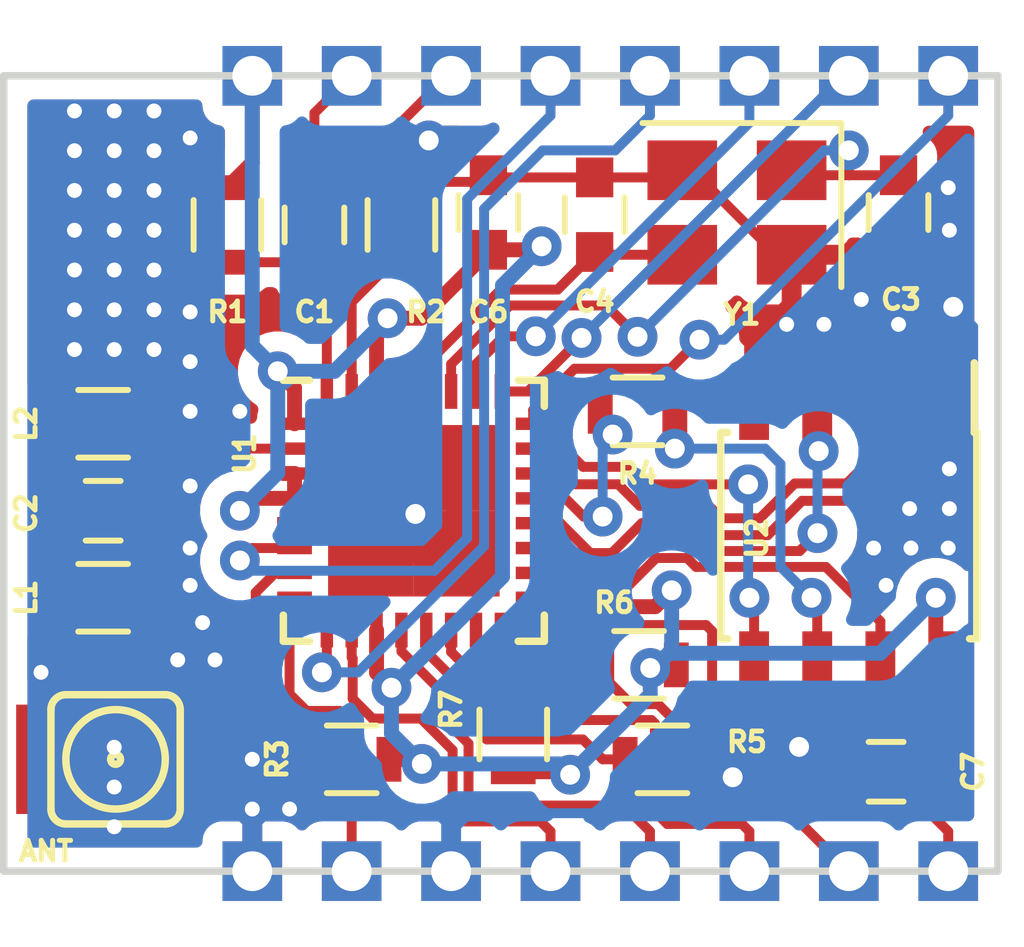
<source format=kicad_pcb>
(kicad_pcb (version 20171130) (host pcbnew 5.1.5-52549c5~84~ubuntu18.04.1)

  (general
    (thickness 1.6)
    (drawings 4)
    (tracks 334)
    (zones 0)
    (modules 87)
    (nets 31)
  )

  (page A4)
  (layers
    (0 F.Cu signal)
    (31 B.Cu signal)
    (32 B.Adhes user hide)
    (33 F.Adhes user hide)
    (34 B.Paste user)
    (35 F.Paste user)
    (36 B.SilkS user)
    (37 F.SilkS user)
    (38 B.Mask user)
    (39 F.Mask user)
    (40 Dwgs.User user)
    (41 Cmts.User user hide)
    (42 Eco1.User user hide)
    (43 Eco2.User user hide)
    (44 Edge.Cuts user)
    (45 Margin user hide)
    (46 B.CrtYd user hide)
    (47 F.CrtYd user hide)
    (48 B.Fab user hide)
    (49 F.Fab user hide)
  )

  (setup
    (last_trace_width 0.2)
    (trace_clearance 0.12)
    (zone_clearance 0.4)
    (zone_45_only no)
    (trace_min 0.2)
    (via_size 0.8)
    (via_drill 0.4)
    (via_min_size 0.4)
    (via_min_drill 0.3)
    (uvia_size 0.3)
    (uvia_drill 0.1)
    (uvias_allowed no)
    (uvia_min_size 0.2)
    (uvia_min_drill 0.1)
    (edge_width 0.15)
    (segment_width 0.2)
    (pcb_text_width 0.3)
    (pcb_text_size 1.5 1.5)
    (mod_edge_width 0.15)
    (mod_text_size 0.4 0.4)
    (mod_text_width 0.1)
    (pad_size 1.2 1.2)
    (pad_drill 0.8)
    (pad_to_mask_clearance 0.2)
    (aux_axis_origin 0 0)
    (visible_elements FFFFFF7F)
    (pcbplotparams
      (layerselection 0x010fc_ffffffff)
      (usegerberextensions true)
      (usegerberattributes true)
      (usegerberadvancedattributes true)
      (creategerberjobfile true)
      (excludeedgelayer true)
      (linewidth 0.100000)
      (plotframeref false)
      (viasonmask false)
      (mode 1)
      (useauxorigin false)
      (hpglpennumber 1)
      (hpglpenspeed 20)
      (hpglpendiameter 15.000000)
      (psnegative false)
      (psa4output false)
      (plotreference true)
      (plotvalue true)
      (plotinvisibletext false)
      (padsonsilk false)
      (subtractmaskfromsilk true)
      (outputformat 1)
      (mirror false)
      (drillshape 0)
      (scaleselection 1)
      (outputdirectory "gerber/"))
  )

  (net 0 "")
  (net 1 GND)
  (net 2 /DTR)
  (net 3 /RESET)
  (net 4 /LNA)
  (net 5 "Net-(C3-Pad1)")
  (net 6 "Net-(C4-Pad1)")
  (net 7 +3V3)
  (net 8 "Net-(R2-Pad2)")
  (net 9 "Net-(R3-Pad2)")
  (net 10 "Net-(R4-Pad2)")
  (net 11 /SD_CLK)
  (net 12 "Net-(R5-Pad1)")
  (net 13 /SD_HD)
  (net 14 /SD_WP)
  (net 15 /SD_CS)
  (net 16 /SD_SO)
  (net 17 /SD_SI)
  (net 18 "Net-(ANT1-Pad1)")
  (net 19 /GPIO2)
  (net 20 /GPIO4)
  (net 21 /GPIO5)
  (net 22 /GPIO12)
  (net 23 /GPIO13)
  (net 24 /GPIO14)
  (net 25 /GPIO16)
  (net 26 /GPIO0)
  (net 27 /U0RX)
  (net 28 /U0TX)
  (net 29 /ADC)
  (net 30 "Net-(U1-Pad5)")

  (net_class Default "This is the default net class."
    (clearance 0.12)
    (trace_width 0.2)
    (via_dia 0.8)
    (via_drill 0.4)
    (uvia_dia 0.3)
    (uvia_drill 0.1)
    (add_net +3V3)
    (add_net /ADC)
    (add_net /DTR)
    (add_net /GPIO0)
    (add_net /GPIO12)
    (add_net /GPIO13)
    (add_net /GPIO14)
    (add_net /GPIO16)
    (add_net /GPIO2)
    (add_net /GPIO4)
    (add_net /GPIO5)
    (add_net /LNA)
    (add_net /RESET)
    (add_net /SD_CLK)
    (add_net /SD_CS)
    (add_net /SD_HD)
    (add_net /SD_SI)
    (add_net /SD_SO)
    (add_net /SD_WP)
    (add_net /U0RX)
    (add_net /U0TX)
    (add_net GND)
    (add_net "Net-(ANT1-Pad1)")
    (add_net "Net-(C3-Pad1)")
    (add_net "Net-(C4-Pad1)")
    (add_net "Net-(R2-Pad2)")
    (add_net "Net-(R3-Pad2)")
    (add_net "Net-(R4-Pad2)")
    (add_net "Net-(R5-Pad1)")
    (add_net "Net-(U1-Pad5)")
  )

  (module Crystals:Crystal_SMD_3225-4pin_3.2x2.5mm (layer F.Cu) (tedit 5A85680D) (tstamp 5A85642A)
    (at 127.5 66.25 180)
    (descr "SMD Crystal SERIES SMD3225/4 http://www.txccrystal.com/images/pdf/7m-accuracy.pdf, 3.2x2.5mm^2 package")
    (tags "SMD SMT crystal")
    (path /5A8413AA)
    (attr smd)
    (fp_text reference Y1 (at -0.1 -2.05 180) (layer F.SilkS)
      (effects (font (size 0.4 0.4) (thickness 0.1)))
    )
    (fp_text value 26MHz (at 0 2.45 180) (layer F.Fab)
      (effects (font (size 0.4 0.4) (thickness 0.1)))
    )
    (fp_line (start 2.1 -1.7) (end -2.1 -1.7) (layer F.CrtYd) (width 0.05))
    (fp_line (start 2.1 1.7) (end 2.1 -1.7) (layer F.CrtYd) (width 0.05))
    (fp_line (start -2.1 1.7) (end 2.1 1.7) (layer F.CrtYd) (width 0.05))
    (fp_line (start -2.1 -1.7) (end -2.1 1.7) (layer F.CrtYd) (width 0.05))
    (fp_line (start -2.1 1.8) (end 1.9 1.8) (layer F.SilkS) (width 0.12))
    (fp_line (start -2.1 -1.5) (end -2.1 1.8) (layer F.SilkS) (width 0.12))
    (fp_line (start -1.6 0.25) (end -0.6 1.25) (layer F.Fab) (width 0.1))
    (fp_line (start 1.6 -1.25) (end -1.6 -1.25) (layer F.Fab) (width 0.1))
    (fp_line (start 1.6 1.25) (end 1.6 -1.25) (layer F.Fab) (width 0.1))
    (fp_line (start -1.6 1.25) (end 1.6 1.25) (layer F.Fab) (width 0.1))
    (fp_line (start -1.6 -1.25) (end -1.6 1.25) (layer F.Fab) (width 0.1))
    (fp_text user %R (at 0 0 180) (layer F.Fab)
      (effects (font (size 0.7 0.7) (thickness 0.105)))
    )
    (pad 4 smd rect (at -1.1 -0.85 180) (size 1.4 1.2) (layers F.Cu F.Paste F.Mask)
      (net 1 GND))
    (pad 3 smd rect (at 1.1 -0.85 180) (size 1.4 1.2) (layers F.Cu F.Paste F.Mask)
      (net 6 "Net-(C4-Pad1)"))
    (pad 2 smd rect (at 1.1 0.85 180) (size 1.4 1.2) (layers F.Cu F.Paste F.Mask)
      (net 1 GND))
    (pad 1 smd rect (at -1.1 0.85 180) (size 1.4 1.2) (layers F.Cu F.Paste F.Mask)
      (net 5 "Net-(C3-Pad1)"))
    (model ${KIPRJMOD}/shapes3D/Crystal_3.2x2.5x1.0.stp
      (at (xyz 0 0 0))
      (scale (xyz 1 1 1))
      (rotate (xyz 0 0 -90))
    )
  )

  (module VIA_MATRIX (layer F.Cu) (tedit 5A84744B) (tstamp 5A8561CD)
    (at 116.5 68.25)
    (attr virtual)
    (fp_text reference V4_9 (at 0 0) (layer F.SilkS) hide
      (effects (font (size 0 0) (thickness 0.15)))
    )
    (fp_text value AUTO_VIA (at 0 0) (layer F.Fab) hide
      (effects (font (size 0 0) (thickness 0.15)))
    )
    (pad 1 thru_hole circle (at 0 0) (size 0.35 0.35) (drill 0.3) (layers *.Cu)
      (net 1 GND) (clearance 0.2) (zone_connect 2))
  )

  (module VIA_MATRIX (layer F.Cu) (tedit 5A84744B) (tstamp 5A8561B7)
    (at 116.5 71.75)
    (attr virtual)
    (fp_text reference V7_21 (at 0 0) (layer F.SilkS) hide
      (effects (font (size 0 0) (thickness 0.15)))
    )
    (fp_text value AUTO_VIA (at 0 0) (layer F.Fab) hide
      (effects (font (size 0 0) (thickness 0.15)))
    )
    (pad 1 thru_hole circle (at 0 0) (size 0.35 0.35) (drill 0.3) (layers *.Cu)
      (net 1 GND) (clearance 0.2) (zone_connect 2))
  )

  (module VIA_MATRIX (layer F.Cu) (tedit 5A84744B) (tstamp 5A8561AF)
    (at 116.5 73)
    (attr virtual)
    (fp_text reference V7_21 (at 0 0) (layer F.SilkS) hide
      (effects (font (size 0 0) (thickness 0.15)))
    )
    (fp_text value AUTO_VIA (at 0 0) (layer F.Fab) hide
      (effects (font (size 0 0) (thickness 0.15)))
    )
    (pad 1 thru_hole circle (at 0 0) (size 0.35 0.35) (drill 0.3) (layers *.Cu)
      (net 1 GND) (clearance 0.2) (zone_connect 2))
  )

  (module VIA_MATRIX (layer F.Cu) (tedit 5A84744B) (tstamp 5A8561A0)
    (at 113.5 75.5)
    (attr virtual)
    (fp_text reference V7_21 (at 0 0) (layer F.SilkS) hide
      (effects (font (size 0 0) (thickness 0.15)))
    )
    (fp_text value AUTO_VIA (at 0 0) (layer F.Fab) hide
      (effects (font (size 0 0) (thickness 0.15)))
    )
    (pad 1 thru_hole circle (at 0 0) (size 0.35 0.35) (drill 0.3) (layers *.Cu)
      (net 1 GND) (clearance 0.2) (zone_connect 2))
  )

  (module VIA_MATRIX (layer F.Cu) (tedit 5A84744B) (tstamp 5A856198)
    (at 116.5 73.75)
    (attr virtual)
    (fp_text reference V7_21 (at 0 0) (layer F.SilkS) hide
      (effects (font (size 0 0) (thickness 0.15)))
    )
    (fp_text value AUTO_VIA (at 0 0) (layer F.Fab) hide
      (effects (font (size 0 0) (thickness 0.15)))
    )
    (pad 1 thru_hole circle (at 0 0) (size 0.35 0.35) (drill 0.3) (layers *.Cu)
      (net 1 GND) (clearance 0.2) (zone_connect 2))
  )

  (module VIA_MATRIX (layer F.Cu) (tedit 5A84744B) (tstamp 5A85618B)
    (at 117 75.25)
    (attr virtual)
    (fp_text reference V7_21 (at 0 0) (layer F.SilkS) hide
      (effects (font (size 0 0) (thickness 0.15)))
    )
    (fp_text value AUTO_VIA (at 0 0) (layer F.Fab) hide
      (effects (font (size 0 0) (thickness 0.15)))
    )
    (pad 1 thru_hole circle (at 0 0) (size 0.35 0.35) (drill 0.3) (layers *.Cu)
      (net 1 GND) (clearance 0.2) (zone_connect 2))
  )

  (module VIA_MATRIX (layer F.Cu) (tedit 5A84744B) (tstamp 5A85617E)
    (at 116.75 74.5)
    (attr virtual)
    (fp_text reference V7_21 (at 0 0) (layer F.SilkS) hide
      (effects (font (size 0 0) (thickness 0.15)))
    )
    (fp_text value AUTO_VIA (at 0 0) (layer F.Fab) hide
      (effects (font (size 0 0) (thickness 0.15)))
    )
    (pad 1 thru_hole circle (at 0 0) (size 0.35 0.35) (drill 0.3) (layers *.Cu)
      (net 1 GND) (clearance 0.2) (zone_connect 2))
  )

  (module VIA_MATRIX (layer F.Cu) (tedit 5A84744B) (tstamp 5A856176)
    (at 116.25 75.25)
    (attr virtual)
    (fp_text reference V7_21 (at 0 0) (layer F.SilkS) hide
      (effects (font (size 0 0) (thickness 0.15)))
    )
    (fp_text value AUTO_VIA (at 0 0) (layer F.Fab) hide
      (effects (font (size 0 0) (thickness 0.15)))
    )
    (pad 1 thru_hole circle (at 0 0) (size 0.35 0.35) (drill 0.3) (layers *.Cu)
      (net 1 GND) (clearance 0.2) (zone_connect 2))
  )

  (module VIA_MATRIX (layer F.Cu) (tedit 5A84744B) (tstamp 5A85613B)
    (at 131.75 65.75)
    (attr virtual)
    (fp_text reference V22_9 (at 0 0) (layer F.SilkS) hide
      (effects (font (size 0 0) (thickness 0.15)))
    )
    (fp_text value AUTO_VIA (at 0 0) (layer F.Fab) hide
      (effects (font (size 0 0) (thickness 0.15)))
    )
    (pad 1 thru_hole circle (at 0 0) (size 0.35 0.35) (drill 0.3) (layers *.Cu)
      (net 1 GND) (clearance 0.2) (zone_connect 2))
  )

  (module VIA_MATRIX (layer F.Cu) (tedit 5A84744B) (tstamp 5A85612E)
    (at 130.75 68.5)
    (attr virtual)
    (fp_text reference V22_9 (at 0 0) (layer F.SilkS) hide
      (effects (font (size 0 0) (thickness 0.15)))
    )
    (fp_text value AUTO_VIA (at 0 0) (layer F.Fab) hide
      (effects (font (size 0 0) (thickness 0.15)))
    )
    (pad 1 thru_hole circle (at 0 0) (size 0.35 0.35) (drill 0.3) (layers *.Cu)
      (net 1 GND) (clearance 0.2) (zone_connect 2))
  )

  (module VIA_MATRIX (layer F.Cu) (tedit 5A84744B) (tstamp 5A856126)
    (at 129.25 68.5)
    (attr virtual)
    (fp_text reference V22_9 (at 0 0) (layer F.SilkS) hide
      (effects (font (size 0 0) (thickness 0.15)))
    )
    (fp_text value AUTO_VIA (at 0 0) (layer F.Fab) hide
      (effects (font (size 0 0) (thickness 0.15)))
    )
    (pad 1 thru_hole circle (at 0 0) (size 0.35 0.35) (drill 0.3) (layers *.Cu)
      (net 1 GND) (clearance 0.2) (zone_connect 2))
  )

  (module VIA_MATRIX (layer F.Cu) (tedit 5A84744B) (tstamp 5A85611E)
    (at 128.5 68.5)
    (attr virtual)
    (fp_text reference V22_9 (at 0 0) (layer F.SilkS) hide
      (effects (font (size 0 0) (thickness 0.15)))
    )
    (fp_text value AUTO_VIA (at 0 0) (layer F.Fab) hide
      (effects (font (size 0 0) (thickness 0.15)))
    )
    (pad 1 thru_hole circle (at 0 0) (size 0.35 0.35) (drill 0.3) (layers *.Cu)
      (net 1 GND) (clearance 0.2) (zone_connect 2))
  )

  (module VIA_MATRIX (layer F.Cu) (tedit 5A84744B) (tstamp 5A8560D5)
    (at 116.5 64.75)
    (attr virtual)
    (fp_text reference V4_5 (at 0 0) (layer F.SilkS) hide
      (effects (font (size 0 0) (thickness 0.15)))
    )
    (fp_text value AUTO_VIA (at 0 0) (layer F.Fab) hide
      (effects (font (size 0 0) (thickness 0.15)))
    )
    (pad 1 thru_hole circle (at 0 0) (size 0.35 0.35) (drill 0.3) (layers *.Cu)
      (net 1 GND) (clearance 0.2) (zone_connect 2))
  )

  (module VIA_MATRIX (layer F.Cu) (tedit 5A84744B) (tstamp 5A8560B8)
    (at 116.5 69.25)
    (attr virtual)
    (fp_text reference V5_11 (at 0 0) (layer F.SilkS) hide
      (effects (font (size 0 0) (thickness 0.15)))
    )
    (fp_text value AUTO_VIA (at 0 0) (layer F.Fab) hide
      (effects (font (size 0 0) (thickness 0.15)))
    )
    (pad 1 thru_hole circle (at 0 0) (size 0.35 0.35) (drill 0.3) (layers *.Cu)
      (net 1 GND) (clearance 0.2) (zone_connect 2))
  )

  (module VIA_MATRIX (layer F.Cu) (tedit 5A84744B) (tstamp 5A8560A8)
    (at 116.5 70.25)
    (attr virtual)
    (fp_text reference V5_11 (at 0 0) (layer F.SilkS) hide
      (effects (font (size 0 0) (thickness 0.15)))
    )
    (fp_text value AUTO_VIA (at 0 0) (layer F.Fab) hide
      (effects (font (size 0 0) (thickness 0.15)))
    )
    (pad 1 thru_hole circle (at 0 0) (size 0.35 0.35) (drill 0.3) (layers *.Cu)
      (net 1 GND) (clearance 0.2) (zone_connect 2))
  )

  (module VIA_MATRIX (layer F.Cu) (tedit 5A84744B) (tstamp 5A8560A0)
    (at 117.5 70.25)
    (attr virtual)
    (fp_text reference V5_11 (at 0 0) (layer F.SilkS) hide
      (effects (font (size 0 0) (thickness 0.15)))
    )
    (fp_text value AUTO_VIA (at 0 0) (layer F.Fab) hide
      (effects (font (size 0 0) (thickness 0.15)))
    )
    (pad 1 thru_hole circle (at 0 0) (size 0.35 0.35) (drill 0.3) (layers *.Cu)
      (net 1 GND) (clearance 0.2) (zone_connect 2))
  )

  (module VIA_MATRIX (layer F.Cu) (tedit 5A84744B) (tstamp 5A8560F5)
    (at 118.5 78.25)
    (attr virtual)
    (fp_text reference V7_21 (at 0 0) (layer F.SilkS) hide
      (effects (font (size 0 0) (thickness 0.15)))
    )
    (fp_text value AUTO_VIA (at 0 0) (layer F.Fab) hide
      (effects (font (size 0 0) (thickness 0.15)))
    )
    (pad 1 thru_hole circle (at 0 0) (size 0.35 0.35) (drill 0.3) (layers *.Cu)
      (net 1 GND) (clearance 0.2) (zone_connect 2))
  )

  (module VIA_MATRIX (layer F.Cu) (tedit 5A84744B) (tstamp 5A856079)
    (at 117.75 78.25)
    (attr virtual)
    (fp_text reference V7_21 (at 0 0) (layer F.SilkS) hide
      (effects (font (size 0 0) (thickness 0.15)))
    )
    (fp_text value AUTO_VIA (at 0 0) (layer F.Fab) hide
      (effects (font (size 0 0) (thickness 0.15)))
    )
    (pad 1 thru_hole circle (at 0 0) (size 0.35 0.35) (drill 0.3) (layers *.Cu)
      (net 1 GND) (clearance 0.2) (zone_connect 2))
  )

  (module VIA_MATRIX (layer F.Cu) (tedit 5A84744B) (tstamp 5A856069)
    (at 117.75 77.25)
    (attr virtual)
    (fp_text reference V7_21 (at 0 0) (layer F.SilkS) hide
      (effects (font (size 0 0) (thickness 0.15)))
    )
    (fp_text value AUTO_VIA (at 0 0) (layer F.Fab) hide
      (effects (font (size 0 0) (thickness 0.15)))
    )
    (pad 1 thru_hole circle (at 0 0) (size 0.35 0.35) (drill 0.3) (layers *.Cu)
      (net 1 GND) (clearance 0.2) (zone_connect 2))
  )

  (module VIA_MATRIX (layer F.Cu) (tedit 5A84744B) (tstamp 5A855FCA)
    (at 130.5 73.75)
    (attr virtual)
    (fp_text reference V23_14 (at 0 0) (layer F.SilkS) hide
      (effects (font (size 0 0) (thickness 0.15)))
    )
    (fp_text value AUTO_VIA (at 0 0) (layer F.Fab) hide
      (effects (font (size 0 0) (thickness 0.15)))
    )
    (pad 1 thru_hole circle (at 0 0) (size 0.35 0.35) (drill 0.3) (layers *.Cu)
      (net 1 GND) (clearance 0.2) (zone_connect 2))
  )

  (module VIA_MATRIX (layer F.Cu) (tedit 5A84744B) (tstamp 5A855FC2)
    (at 131.75 73)
    (attr virtual)
    (fp_text reference V23_14 (at 0 0) (layer F.SilkS) hide
      (effects (font (size 0 0) (thickness 0.15)))
    )
    (fp_text value AUTO_VIA (at 0 0) (layer F.Fab) hide
      (effects (font (size 0 0) (thickness 0.15)))
    )
    (pad 1 thru_hole circle (at 0 0) (size 0.35 0.35) (drill 0.3) (layers *.Cu)
      (net 1 GND) (clearance 0.2) (zone_connect 2))
  )

  (module VIA_MATRIX (layer F.Cu) (tedit 5A84744B) (tstamp 5A855FBA)
    (at 131 73)
    (attr virtual)
    (fp_text reference V23_14 (at 0 0) (layer F.SilkS) hide
      (effects (font (size 0 0) (thickness 0.15)))
    )
    (fp_text value AUTO_VIA (at 0 0) (layer F.Fab) hide
      (effects (font (size 0 0) (thickness 0.15)))
    )
    (pad 1 thru_hole circle (at 0 0) (size 0.35 0.35) (drill 0.3) (layers *.Cu)
      (net 1 GND) (clearance 0.2) (zone_connect 2))
  )

  (module VIA_MATRIX (layer F.Cu) (tedit 5A84744B) (tstamp 5A855FB2)
    (at 130.25 73)
    (attr virtual)
    (fp_text reference V23_14 (at 0 0) (layer F.SilkS) hide
      (effects (font (size 0 0) (thickness 0.15)))
    )
    (fp_text value AUTO_VIA (at 0 0) (layer F.Fab) hide
      (effects (font (size 0 0) (thickness 0.15)))
    )
    (pad 1 thru_hole circle (at 0 0) (size 0.35 0.35) (drill 0.3) (layers *.Cu)
      (net 1 GND) (clearance 0.2) (zone_connect 2))
  )

  (module Pin_Headers:Pin_Header_Straight_1x01_Pitch2.00mm (layer F.Cu) (tedit 5A844FC5) (tstamp 5A842F38)
    (at 131.75 79.5)
    (descr "Through hole straight pin header, 1x01, 2.00mm pitch, single row")
    (tags "Through hole pin header THT 1x01 2.00mm single row")
    (path /5A84210A)
    (fp_text reference J2 (at 0 -2.06) (layer F.SilkS) hide
      (effects (font (size 0.4 0.4) (thickness 0.1)))
    )
    (fp_text value Conn_01x01 (at 0 2.06) (layer F.Fab)
      (effects (font (size 0.4 0.4) (thickness 0.1)))
    )
    (fp_line (start -0.5 -1) (end 1 -1) (layer F.Fab) (width 0.1))
    (fp_line (start 1 -1) (end 1 1) (layer F.Fab) (width 0.1))
    (fp_line (start 1 1) (end -1 1) (layer F.Fab) (width 0.1))
    (fp_line (start -1 1) (end -1 -0.5) (layer F.Fab) (width 0.1))
    (fp_line (start -1 -0.5) (end -0.5 -1) (layer F.Fab) (width 0.1))
    (fp_line (start -1.5 -1.5) (end -1.5 1.5) (layer F.CrtYd) (width 0.05))
    (fp_line (start -1.5 1.5) (end 1.5 1.5) (layer F.CrtYd) (width 0.05))
    (fp_line (start 1.5 1.5) (end 1.5 -1.5) (layer F.CrtYd) (width 0.05))
    (fp_line (start 1.5 -1.5) (end -1.5 -1.5) (layer F.CrtYd) (width 0.05))
    (fp_text user %R (at 0 0 90) (layer F.Fab)
      (effects (font (size 1 1) (thickness 0.15)))
    )
    (pad 1 thru_hole rect (at 0 0) (size 1.2 1.2) (drill 0.8) (layers *.Cu *.Mask)
      (net 20 /GPIO4))
  )

  (module Pin_Headers:Pin_Header_Straight_1x01_Pitch2.00mm (layer F.Cu) (tedit 5A844FB2) (tstamp 5A931B0A)
    (at 129.75 79.5)
    (descr "Through hole straight pin header, 1x01, 2.00mm pitch, single row")
    (tags "Through hole pin header THT 1x01 2.00mm single row")
    (path /5A8425DC)
    (fp_text reference J8 (at 0 -2.06) (layer F.SilkS) hide
      (effects (font (size 0.4 0.4) (thickness 0.1)))
    )
    (fp_text value Conn_01x01 (at 0 2.06) (layer F.Fab)
      (effects (font (size 0.4 0.4) (thickness 0.1)))
    )
    (fp_line (start -0.5 -1) (end 1 -1) (layer F.Fab) (width 0.1))
    (fp_line (start 1 -1) (end 1 1) (layer F.Fab) (width 0.1))
    (fp_line (start 1 1) (end -1 1) (layer F.Fab) (width 0.1))
    (fp_line (start -1 1) (end -1 -0.5) (layer F.Fab) (width 0.1))
    (fp_line (start -1 -0.5) (end -0.5 -1) (layer F.Fab) (width 0.1))
    (fp_line (start -1.5 -1.5) (end -1.5 1.5) (layer F.CrtYd) (width 0.05))
    (fp_line (start -1.5 1.5) (end 1.5 1.5) (layer F.CrtYd) (width 0.05))
    (fp_line (start 1.5 1.5) (end 1.5 -1.5) (layer F.CrtYd) (width 0.05))
    (fp_line (start 1.5 -1.5) (end -1.5 -1.5) (layer F.CrtYd) (width 0.05))
    (fp_text user %R (at 0 0 90) (layer F.Fab)
      (effects (font (size 1 1) (thickness 0.15)))
    )
    (pad 1 thru_hole rect (at 0 0) (size 1.2 1.2) (drill 0.8) (layers *.Cu *.Mask)
      (net 26 /GPIO0))
  )

  (module Pin_Headers:Pin_Header_Straight_1x01_Pitch2.00mm (layer F.Cu) (tedit 5A844FA2) (tstamp 5A931A77)
    (at 127.75 79.5)
    (descr "Through hole straight pin header, 1x01, 2.00mm pitch, single row")
    (tags "Through hole pin header THT 1x01 2.00mm single row")
    (path /5A8417CE)
    (fp_text reference J1 (at 0 -2.06) (layer F.SilkS) hide
      (effects (font (size 0.4 0.4) (thickness 0.1)))
    )
    (fp_text value Conn_01x01 (at 0 2.06) (layer F.Fab)
      (effects (font (size 0.4 0.4) (thickness 0.1)))
    )
    (fp_text user %R (at 0 0 90) (layer F.Fab)
      (effects (font (size 1 1) (thickness 0.15)))
    )
    (fp_line (start 1.5 -1.5) (end -1.5 -1.5) (layer F.CrtYd) (width 0.05))
    (fp_line (start 1.5 1.5) (end 1.5 -1.5) (layer F.CrtYd) (width 0.05))
    (fp_line (start -1.5 1.5) (end 1.5 1.5) (layer F.CrtYd) (width 0.05))
    (fp_line (start -1.5 -1.5) (end -1.5 1.5) (layer F.CrtYd) (width 0.05))
    (fp_line (start -1 -0.5) (end -0.5 -1) (layer F.Fab) (width 0.1))
    (fp_line (start -1 1) (end -1 -0.5) (layer F.Fab) (width 0.1))
    (fp_line (start 1 1) (end -1 1) (layer F.Fab) (width 0.1))
    (fp_line (start 1 -1) (end 1 1) (layer F.Fab) (width 0.1))
    (fp_line (start -0.5 -1) (end 1 -1) (layer F.Fab) (width 0.1))
    (pad 1 thru_hole rect (at 0 0) (size 1.2 1.2) (drill 0.8) (layers *.Cu *.Mask)
      (net 19 /GPIO2))
  )

  (module Pin_Headers:Pin_Header_Straight_1x01_Pitch2.00mm (layer F.Cu) (tedit 5A844F96) (tstamp 5A931ACB)
    (at 125.75 79.5)
    (descr "Through hole straight pin header, 1x01, 2.00mm pitch, single row")
    (tags "Through hole pin header THT 1x01 2.00mm single row")
    (path /5A8421C4)
    (fp_text reference J5 (at 0 -2.06) (layer F.SilkS) hide
      (effects (font (size 0.4 0.4) (thickness 0.1)))
    )
    (fp_text value Conn_01x01 (at 0 2.06) (layer F.Fab)
      (effects (font (size 0.4 0.4) (thickness 0.1)))
    )
    (fp_text user %R (at 0 0 90) (layer F.Fab)
      (effects (font (size 1 1) (thickness 0.15)))
    )
    (fp_line (start 1.5 -1.5) (end -1.5 -1.5) (layer F.CrtYd) (width 0.05))
    (fp_line (start 1.5 1.5) (end 1.5 -1.5) (layer F.CrtYd) (width 0.05))
    (fp_line (start -1.5 1.5) (end 1.5 1.5) (layer F.CrtYd) (width 0.05))
    (fp_line (start -1.5 -1.5) (end -1.5 1.5) (layer F.CrtYd) (width 0.05))
    (fp_line (start -1 -0.5) (end -0.5 -1) (layer F.Fab) (width 0.1))
    (fp_line (start -1 1) (end -1 -0.5) (layer F.Fab) (width 0.1))
    (fp_line (start 1 -1) (end 1 1) (layer F.Fab) (width 0.1))
    (fp_line (start -0.5 -1) (end 1 -1) (layer F.Fab) (width 0.1))
    (pad 1 thru_hole rect (at 0 0) (size 1.2 1.2) (drill 0.8) (layers *.Cu *.Mask)
      (net 23 /GPIO13))
  )

  (module Pin_Headers:Pin_Header_Straight_1x01_Pitch2.00mm (layer F.Cu) (tedit 5A844F82) (tstamp 5A931AB6)
    (at 123.75 79.5)
    (descr "Through hole straight pin header, 1x01, 2.00mm pitch, single row")
    (tags "Through hole pin header THT 1x01 2.00mm single row")
    (path /5A842184)
    (fp_text reference J4 (at 0 -2.06) (layer F.SilkS) hide
      (effects (font (size 0.4 0.4) (thickness 0.1)))
    )
    (fp_text value Conn_01x01 (at 0 2.06) (layer F.Fab)
      (effects (font (size 0.4 0.4) (thickness 0.1)))
    )
    (fp_line (start -0.5 -1) (end 1 -1) (layer F.Fab) (width 0.1))
    (fp_line (start 1 -1) (end 1 1) (layer F.Fab) (width 0.1))
    (fp_line (start 1 1) (end -1 1) (layer F.Fab) (width 0.1))
    (fp_line (start -1 1) (end -1 -0.5) (layer F.Fab) (width 0.1))
    (fp_line (start -1 -0.5) (end -0.5 -1) (layer F.Fab) (width 0.1))
    (fp_line (start -1.5 -1.5) (end -1.5 1.5) (layer F.CrtYd) (width 0.05))
    (fp_line (start -1.5 1.5) (end 1.5 1.5) (layer F.CrtYd) (width 0.05))
    (fp_line (start 1.5 1.5) (end 1.5 -1.5) (layer F.CrtYd) (width 0.05))
    (fp_line (start 1.5 -1.5) (end -1.5 -1.5) (layer F.CrtYd) (width 0.05))
    (fp_text user %R (at 0 0 90) (layer F.Fab)
      (effects (font (size 1 1) (thickness 0.15)))
    )
    (pad 1 thru_hole rect (at 0 0) (size 1.2 1.2) (drill 0.8) (layers *.Cu *.Mask)
      (net 22 /GPIO12))
  )

  (module Pin_Headers:Pin_Header_Straight_1x01_Pitch2.00mm (layer F.Cu) (tedit 5A844F70) (tstamp 5A931BB2)
    (at 121.75 79.5)
    (descr "Through hole straight pin header, 1x01, 2.00mm pitch, single row")
    (tags "Through hole pin header THT 1x01 2.00mm single row")
    (path /5A846458)
    (fp_text reference J16 (at 0 -2.06) (layer F.SilkS) hide
      (effects (font (size 0.4 0.4) (thickness 0.1)))
    )
    (fp_text value Conn_01x01 (at 0 2.06) (layer F.Fab)
      (effects (font (size 0.4 0.4) (thickness 0.1)))
    )
    (fp_text user %R (at 0 0 90) (layer F.Fab)
      (effects (font (size 1 1) (thickness 0.15)))
    )
    (fp_line (start 1.5 -1.5) (end -1.5 -1.5) (layer F.CrtYd) (width 0.05))
    (fp_line (start 1.5 1.5) (end 1.5 -1.5) (layer F.CrtYd) (width 0.05))
    (fp_line (start -1.5 1.5) (end 1.5 1.5) (layer F.CrtYd) (width 0.05))
    (fp_line (start -1.5 -1.5) (end -1.5 1.5) (layer F.CrtYd) (width 0.05))
    (fp_line (start -1 -0.5) (end -0.5 -1) (layer F.Fab) (width 0.1))
    (fp_line (start -1 1) (end -1 -0.5) (layer F.Fab) (width 0.1))
    (fp_line (start -0.5 -1) (end 1 -1) (layer F.Fab) (width 0.1))
    (pad 1 thru_hole rect (at 0 0) (size 1.2 1.2) (drill 0.8) (layers *.Cu *.Mask)
      (net 1 GND))
  )

  (module Pin_Headers:Pin_Header_Straight_1x01_Pitch2.00mm (layer F.Cu) (tedit 5A844F5D) (tstamp 5A933257)
    (at 119.75 79.5)
    (descr "Through hole straight pin header, 1x01, 2.00mm pitch, single row")
    (tags "Through hole pin header THT 1x01 2.00mm single row")
    (path /5A842594)
    (fp_text reference J7 (at 0 -2.06) (layer F.SilkS) hide
      (effects (font (size 0.4 0.4) (thickness 0.1)))
    )
    (fp_text value Conn_01x01 (at 0 2.06) (layer F.Fab)
      (effects (font (size 0.4 0.4) (thickness 0.1)))
    )
    (fp_text user %R (at 0 0 90) (layer F.Fab)
      (effects (font (size 1 1) (thickness 0.15)))
    )
    (fp_line (start 1.5 -1.5) (end -1.5 -1.5) (layer F.CrtYd) (width 0.05))
    (fp_line (start 1.5 1.5) (end 1.5 -1.5) (layer F.CrtYd) (width 0.05))
    (fp_line (start -1.5 1.5) (end 1.5 1.5) (layer F.CrtYd) (width 0.05))
    (fp_line (start -1.5 -1.5) (end -1.5 1.5) (layer F.CrtYd) (width 0.05))
    (fp_line (start -1 -0.5) (end -0.5 -1) (layer F.Fab) (width 0.1))
    (fp_line (start -1 1) (end -1 -0.5) (layer F.Fab) (width 0.1))
    (fp_line (start 1 -1) (end 1 1) (layer F.Fab) (width 0.1))
    (fp_line (start -0.5 -1) (end 1 -1) (layer F.Fab) (width 0.1))
    (pad 1 thru_hole rect (at 0 0) (size 1.2 1.2) (drill 0.8) (layers *.Cu *.Mask)
      (net 25 /GPIO16))
  )

  (module Pin_Headers:Pin_Header_Straight_1x01_Pitch2.00mm (layer F.Cu) (tedit 5A844F43) (tstamp 5A931B5E)
    (at 117.75 79.5)
    (descr "Through hole straight pin header, 1x01, 2.00mm pitch, single row")
    (tags "Through hole pin header THT 1x01 2.00mm single row")
    (path /5A844DA9)
    (fp_text reference J12 (at 0 -2.06) (layer F.SilkS) hide
      (effects (font (size 0.4 0.4) (thickness 0.1)))
    )
    (fp_text value Conn_01x01 (at 0 2.06) (layer F.Fab)
      (effects (font (size 0.4 0.4) (thickness 0.1)))
    )
    (fp_line (start -0.5 -1) (end 1 -1) (layer F.Fab) (width 0.1))
    (fp_line (start 1 -1) (end 1 1) (layer F.Fab) (width 0.1))
    (fp_line (start 1 1) (end -1 1) (layer F.Fab) (width 0.1))
    (fp_line (start -1 1) (end -1 -0.5) (layer F.Fab) (width 0.1))
    (fp_line (start -1 -0.5) (end -0.5 -1) (layer F.Fab) (width 0.1))
    (fp_line (start -1.5 -1.5) (end -1.5 1.5) (layer F.CrtYd) (width 0.05))
    (fp_line (start -1.5 1.5) (end 1.5 1.5) (layer F.CrtYd) (width 0.05))
    (fp_line (start 1.5 1.5) (end 1.5 -1.5) (layer F.CrtYd) (width 0.05))
    (fp_line (start 1.5 -1.5) (end -1.5 -1.5) (layer F.CrtYd) (width 0.05))
    (fp_text user %R (at 0 0 90) (layer F.Fab)
      (effects (font (size 1 1) (thickness 0.15)))
    )
    (pad 1 thru_hole rect (at 0 0) (size 1.2 1.2) (drill 0.8) (layers *.Cu *.Mask)
      (net 1 GND))
  )

  (module Pin_Headers:Pin_Header_Straight_1x01_Pitch2.00mm (layer F.Cu) (tedit 5A844F25) (tstamp 5A933167)
    (at 131.75 63.5)
    (descr "Through hole straight pin header, 1x01, 2.00mm pitch, single row")
    (tags "Through hole pin header THT 1x01 2.00mm single row")
    (path /5A842146)
    (fp_text reference J3 (at 0 -2.06) (layer F.SilkS) hide
      (effects (font (size 0.4 0.4) (thickness 0.1)))
    )
    (fp_text value Conn_01x01 (at 0 2.06) (layer F.Fab)
      (effects (font (size 0.4 0.4) (thickness 0.1)))
    )
    (fp_line (start -0.5 -1) (end 1 -1) (layer F.Fab) (width 0.1))
    (fp_line (start 1 -1) (end 1 1) (layer F.Fab) (width 0.1))
    (fp_line (start 1 1) (end -1 1) (layer F.Fab) (width 0.1))
    (fp_line (start -1 1) (end -1 -0.5) (layer F.Fab) (width 0.1))
    (fp_line (start -1 -0.5) (end -0.5 -1) (layer F.Fab) (width 0.1))
    (fp_line (start -1.5 -1.5) (end -1.5 1.5) (layer F.CrtYd) (width 0.05))
    (fp_line (start -1.5 1.5) (end 1.5 1.5) (layer F.CrtYd) (width 0.05))
    (fp_line (start 1.5 1.5) (end 1.5 -1.5) (layer F.CrtYd) (width 0.05))
    (fp_line (start 1.5 -1.5) (end -1.5 -1.5) (layer F.CrtYd) (width 0.05))
    (fp_text user %R (at 0 0 90) (layer F.Fab)
      (effects (font (size 1 1) (thickness 0.15)))
    )
    (pad 1 thru_hole rect (at 0 0) (size 1.2 1.2) (drill 0.8) (layers *.Cu *.Mask)
      (net 21 /GPIO5))
  )

  (module Pin_Headers:Pin_Header_Straight_1x01_Pitch2.00mm (layer F.Cu) (tedit 5A844F0A) (tstamp 5A9331A3)
    (at 129.75 63.5)
    (descr "Through hole straight pin header, 1x01, 2.00mm pitch, single row")
    (tags "Through hole pin header THT 1x01 2.00mm single row")
    (path /5A8456FB)
    (fp_text reference J14 (at 0 -2.06) (layer F.SilkS) hide
      (effects (font (size 0.4 0.4) (thickness 0.1)))
    )
    (fp_text value Conn_01x01 (at 0 2.06) (layer F.Fab)
      (effects (font (size 0.4 0.4) (thickness 0.1)))
    )
    (fp_line (start -0.5 -1) (end 1 -1) (layer F.Fab) (width 0.1))
    (fp_line (start 1 -1) (end 1 1) (layer F.Fab) (width 0.1))
    (fp_line (start 1 1) (end -1 1) (layer F.Fab) (width 0.1))
    (fp_line (start -1 1) (end -1 -0.5) (layer F.Fab) (width 0.1))
    (fp_line (start -1 -0.5) (end -0.5 -1) (layer F.Fab) (width 0.1))
    (fp_line (start -1.5 -1.5) (end -1.5 1.5) (layer F.CrtYd) (width 0.05))
    (fp_line (start -1.5 1.5) (end 1.5 1.5) (layer F.CrtYd) (width 0.05))
    (fp_line (start 1.5 1.5) (end 1.5 -1.5) (layer F.CrtYd) (width 0.05))
    (fp_line (start 1.5 -1.5) (end -1.5 -1.5) (layer F.CrtYd) (width 0.05))
    (fp_text user %R (at 0 0 90) (layer F.Fab)
      (effects (font (size 1 1) (thickness 0.15)))
    )
    (pad 1 thru_hole rect (at 0 0) (size 1.2 1.2) (drill 0.8) (layers *.Cu *.Mask)
      (net 28 /U0TX))
  )

  (module Pin_Headers:Pin_Header_Straight_1x01_Pitch2.00mm (layer F.Cu) (tedit 5A844EF3) (tstamp 5A9331DF)
    (at 127.75 63.5)
    (descr "Through hole straight pin header, 1x01, 2.00mm pitch, single row")
    (tags "Through hole pin header THT 1x01 2.00mm single row")
    (path /5A8456A9)
    (fp_text reference J11 (at 0 -2.06) (layer F.SilkS) hide
      (effects (font (size 0.4 0.4) (thickness 0.1)))
    )
    (fp_text value Conn_01x01 (at 0 2.06) (layer F.Fab)
      (effects (font (size 0.4 0.4) (thickness 0.1)))
    )
    (fp_text user %R (at 0 0 90) (layer F.Fab)
      (effects (font (size 1 1) (thickness 0.15)))
    )
    (fp_line (start 1.5 -1.5) (end -1.5 -1.5) (layer F.CrtYd) (width 0.05))
    (fp_line (start 1.5 1.5) (end 1.5 -1.5) (layer F.CrtYd) (width 0.05))
    (fp_line (start -1.5 1.5) (end 1.5 1.5) (layer F.CrtYd) (width 0.05))
    (fp_line (start -1.5 -1.5) (end -1.5 1.5) (layer F.CrtYd) (width 0.05))
    (fp_line (start -1 -0.5) (end -0.5 -1) (layer F.Fab) (width 0.1))
    (fp_line (start -1 1) (end -1 -0.5) (layer F.Fab) (width 0.1))
    (fp_line (start 1 1) (end -1 1) (layer F.Fab) (width 0.1))
    (fp_line (start 1 -1) (end 1 1) (layer F.Fab) (width 0.1))
    (fp_line (start -0.5 -1) (end 1 -1) (layer F.Fab) (width 0.1))
    (pad 1 thru_hole rect (at 0 0) (size 1.2 1.2) (drill 0.8) (layers *.Cu *.Mask)
      (net 27 /U0RX))
  )

  (module Pin_Headers:Pin_Header_Straight_1x01_Pitch2.00mm (layer F.Cu) (tedit 5A844EDD) (tstamp 5A93321B)
    (at 125.75 63.5)
    (descr "Through hole straight pin header, 1x01, 2.00mm pitch, single row")
    (tags "Through hole pin header THT 1x01 2.00mm single row")
    (path /5A84254C)
    (fp_text reference J6 (at 0 -2.06) (layer F.SilkS) hide
      (effects (font (size 0.4 0.4) (thickness 0.1)))
    )
    (fp_text value Conn_01x01 (at 0 2.06) (layer F.Fab)
      (effects (font (size 0.4 0.4) (thickness 0.1)))
    )
    (fp_line (start -0.5 -1) (end 1 -1) (layer F.Fab) (width 0.1))
    (fp_line (start 1 -1) (end 1 1) (layer F.Fab) (width 0.1))
    (fp_line (start 1 1) (end -1 1) (layer F.Fab) (width 0.1))
    (fp_line (start -1 1) (end -1 -0.5) (layer F.Fab) (width 0.1))
    (fp_line (start -1 -0.5) (end -0.5 -1) (layer F.Fab) (width 0.1))
    (fp_line (start -1.5 -1.5) (end -1.5 1.5) (layer F.CrtYd) (width 0.05))
    (fp_line (start -1.5 1.5) (end 1.5 1.5) (layer F.CrtYd) (width 0.05))
    (fp_line (start 1.5 1.5) (end 1.5 -1.5) (layer F.CrtYd) (width 0.05))
    (fp_line (start 1.5 -1.5) (end -1.5 -1.5) (layer F.CrtYd) (width 0.05))
    (fp_text user %R (at 0 0 90) (layer F.Fab)
      (effects (font (size 1 1) (thickness 0.15)))
    )
    (pad 1 thru_hole rect (at 0 0) (size 1.2 1.2) (drill 0.8) (layers *.Cu *.Mask)
      (net 24 /GPIO14))
  )

  (module Pin_Headers:Pin_Header_Straight_1x01_Pitch2.00mm (layer F.Cu) (tedit 5A844ECC) (tstamp 5A931B9D)
    (at 123.75 63.5)
    (descr "Through hole straight pin header, 1x01, 2.00mm pitch, single row")
    (tags "Through hole pin header THT 1x01 2.00mm single row")
    (path /5A84631A)
    (fp_text reference J15 (at 0 -2.06) (layer F.SilkS) hide
      (effects (font (size 0.4 0.4) (thickness 0.1)))
    )
    (fp_text value Conn_01x01 (at 0 2.06) (layer F.Fab)
      (effects (font (size 0.4 0.4) (thickness 0.1)))
    )
    (fp_text user %R (at 0 0 90) (layer F.Fab)
      (effects (font (size 1 1) (thickness 0.15)))
    )
    (fp_line (start 1.5 -1.5) (end -1.5 -1.5) (layer F.CrtYd) (width 0.05))
    (fp_line (start 1.5 1.5) (end 1.5 -1.5) (layer F.CrtYd) (width 0.05))
    (fp_line (start -1.5 1.5) (end 1.5 1.5) (layer F.CrtYd) (width 0.05))
    (fp_line (start -1.5 -1.5) (end -1.5 1.5) (layer F.CrtYd) (width 0.05))
    (fp_line (start -1 -0.5) (end -0.5 -1) (layer F.Fab) (width 0.1))
    (fp_line (start -1 1) (end -1 -0.5) (layer F.Fab) (width 0.1))
    (fp_line (start 1 -1) (end 1 1) (layer F.Fab) (width 0.1))
    (fp_line (start -0.5 -1) (end 1 -1) (layer F.Fab) (width 0.1))
    (pad 1 thru_hole rect (at 0 0) (size 1.2 1.2) (drill 0.8) (layers *.Cu *.Mask)
      (net 29 /ADC))
  )

  (module Pin_Headers:Pin_Header_Straight_1x01_Pitch2.00mm (layer F.Cu) (tedit 5A844EB4) (tstamp 5A93312B)
    (at 119.75 63.5)
    (descr "Through hole straight pin header, 1x01, 2.00mm pitch, single row")
    (tags "Through hole pin header THT 1x01 2.00mm single row")
    (path /5A845139)
    (fp_text reference J13 (at 0 -2.06) (layer F.SilkS) hide
      (effects (font (size 0.4 0.4) (thickness 0.1)))
    )
    (fp_text value Conn_01x01 (at 0 2.06) (layer F.Fab)
      (effects (font (size 0.4 0.4) (thickness 0.1)))
    )
    (fp_line (start -0.5 -1) (end 1 -1) (layer F.Fab) (width 0.1))
    (fp_line (start 1 -1) (end 1 1) (layer F.Fab) (width 0.1))
    (fp_line (start 1 1) (end -1 1) (layer F.Fab) (width 0.1))
    (fp_line (start -1 1) (end -1 -0.5) (layer F.Fab) (width 0.1))
    (fp_line (start -1 -0.5) (end -0.5 -1) (layer F.Fab) (width 0.1))
    (fp_line (start -1.5 -1.5) (end -1.5 1.5) (layer F.CrtYd) (width 0.05))
    (fp_line (start -1.5 1.5) (end 1.5 1.5) (layer F.CrtYd) (width 0.05))
    (fp_line (start 1.5 1.5) (end 1.5 -1.5) (layer F.CrtYd) (width 0.05))
    (fp_line (start 1.5 -1.5) (end -1.5 -1.5) (layer F.CrtYd) (width 0.05))
    (fp_text user %R (at 0 0 90) (layer F.Fab)
      (effects (font (size 1 1) (thickness 0.15)))
    )
    (pad 1 thru_hole rect (at 0 0) (size 1.2 1.2) (drill 0.8) (layers *.Cu *.Mask)
      (net 2 /DTR))
  )

  (module Pin_Headers:Pin_Header_Straight_1x01_Pitch2.00mm (layer F.Cu) (tedit 5A844E92) (tstamp 5A933293)
    (at 121.75 63.5)
    (descr "Through hole straight pin header, 1x01, 2.00mm pitch, single row")
    (tags "Through hole pin header THT 1x01 2.00mm single row")
    (path /5A8450EB)
    (fp_text reference J10 (at 0 -2.06) (layer F.SilkS) hide
      (effects (font (size 0.4 0.4) (thickness 0.1)))
    )
    (fp_text value Conn_01x01 (at 0 2.06) (layer F.Fab)
      (effects (font (size 0.4 0.4) (thickness 0.1)))
    )
    (fp_text user %R (at 0 0 90) (layer F.Fab)
      (effects (font (size 1 1) (thickness 0.15)))
    )
    (fp_line (start 1.5 -1.5) (end -1.5 -1.5) (layer F.CrtYd) (width 0.05))
    (fp_line (start 1.5 1.5) (end 1.5 -1.5) (layer F.CrtYd) (width 0.05))
    (fp_line (start -1.5 1.5) (end 1.5 1.5) (layer F.CrtYd) (width 0.05))
    (fp_line (start -1.5 -1.5) (end -1.5 1.5) (layer F.CrtYd) (width 0.05))
    (fp_line (start -1 -0.5) (end -0.5 -1) (layer F.Fab) (width 0.1))
    (fp_line (start -1 1) (end -1 -0.5) (layer F.Fab) (width 0.1))
    (fp_line (start 1 -1) (end 1 1) (layer F.Fab) (width 0.1))
    (fp_line (start -0.5 -1) (end 1 -1) (layer F.Fab) (width 0.1))
    (pad 1 thru_hole rect (at 0 0) (size 1.2 1.2) (drill 0.8) (layers *.Cu *.Mask)
      (net 3 /RESET))
  )

  (module Pin_Headers:Pin_Header_Straight_1x01_Pitch2.00mm (layer F.Cu) (tedit 5A844E5C) (tstamp 5A9330EF)
    (at 117.75 63.5)
    (descr "Through hole straight pin header, 1x01, 2.00mm pitch, single row")
    (tags "Through hole pin header THT 1x01 2.00mm single row")
    (path /5A844D57)
    (fp_text reference J9 (at 0 -2.06) (layer F.SilkS) hide
      (effects (font (size 0.4 0.4) (thickness 0.1)))
    )
    (fp_text value Conn_01x01 (at 0 2.06) (layer F.Fab)
      (effects (font (size 0.4 0.4) (thickness 0.1)))
    )
    (fp_text user %R (at 0 0 90) (layer F.Fab)
      (effects (font (size 1 1) (thickness 0.15)))
    )
    (fp_line (start 1.5 -1.5) (end -1.5 -1.5) (layer F.CrtYd) (width 0.05))
    (fp_line (start 1.5 1.5) (end 1.5 -1.5) (layer F.CrtYd) (width 0.05))
    (fp_line (start -1.5 1.5) (end 1.5 1.5) (layer F.CrtYd) (width 0.05))
    (fp_line (start -1.5 -1.5) (end -1.5 1.5) (layer F.CrtYd) (width 0.05))
    (fp_line (start -1 -0.5) (end -0.5 -1) (layer F.Fab) (width 0.1))
    (fp_line (start -1 1) (end -1 -0.5) (layer F.Fab) (width 0.1))
    (fp_line (start 1 -1) (end 1 1) (layer F.Fab) (width 0.1))
    (fp_line (start -0.5 -1) (end 1 -1) (layer F.Fab) (width 0.1))
    (pad 1 thru_hole rect (at 0 0) (size 1.2 1.2) (drill 0.8) (layers *.Cu *.Mask)
      (net 7 +3V3))
  )

  (module Capacitors_SMD:C_0603 (layer F.Cu) (tedit 59958EE7) (tstamp 5A97E189)
    (at 130.75 66.25 270)
    (descr "Capacitor SMD 0603, reflow soldering, AVX (see smccp.pdf)")
    (tags "capacitor 0603")
    (path /5A840D3C)
    (attr smd)
    (fp_text reference C3 (at 1.75 -0.05 180) (layer F.SilkS)
      (effects (font (size 0.4 0.4) (thickness 0.1)))
    )
    (fp_text value 10p (at 0 1.5 270) (layer F.Fab)
      (effects (font (size 0.4 0.4) (thickness 0.1)))
    )
    (fp_text user %R (at 0 0 270) (layer F.Fab)
      (effects (font (size 0.3 0.3) (thickness 0.075)))
    )
    (fp_line (start -0.8 0.4) (end -0.8 -0.4) (layer F.Fab) (width 0.1))
    (fp_line (start 0.8 0.4) (end -0.8 0.4) (layer F.Fab) (width 0.1))
    (fp_line (start 0.8 -0.4) (end 0.8 0.4) (layer F.Fab) (width 0.1))
    (fp_line (start -0.8 -0.4) (end 0.8 -0.4) (layer F.Fab) (width 0.1))
    (fp_line (start -0.35 -0.6) (end 0.35 -0.6) (layer F.SilkS) (width 0.12))
    (fp_line (start 0.35 0.6) (end -0.35 0.6) (layer F.SilkS) (width 0.12))
    (fp_line (start -1.4 -0.65) (end 1.4 -0.65) (layer F.CrtYd) (width 0.05))
    (fp_line (start -1.4 -0.65) (end -1.4 0.65) (layer F.CrtYd) (width 0.05))
    (fp_line (start 1.4 0.65) (end 1.4 -0.65) (layer F.CrtYd) (width 0.05))
    (fp_line (start 1.4 0.65) (end -1.4 0.65) (layer F.CrtYd) (width 0.05))
    (pad 1 smd rect (at -0.75 0 270) (size 0.8 0.75) (layers F.Cu F.Paste F.Mask)
      (net 5 "Net-(C3-Pad1)"))
    (pad 2 smd rect (at 0.75 0 270) (size 0.8 0.75) (layers F.Cu F.Paste F.Mask)
      (net 1 GND))
    (model ${KIPRJMOD}/shapes3D/C_0603.stp
      (at (xyz 0 0 0))
      (scale (xyz 1 1 1))
      (rotate (xyz 0 0 0))
    )
  )

  (module Capacitors_SMD:C_0603 (layer F.Cu) (tedit 59958EE7) (tstamp 5A97E178)
    (at 114.75 72.25)
    (descr "Capacitor SMD 0603, reflow soldering, AVX (see smccp.pdf)")
    (tags "capacitor 0603")
    (path /5A84345B)
    (attr smd)
    (fp_text reference C2 (at -1.55 0.05 90) (layer F.SilkS)
      (effects (font (size 0.4 0.4) (thickness 0.1)))
    )
    (fp_text value 5p6 (at 0 1.5) (layer F.Fab)
      (effects (font (size 0.4 0.4) (thickness 0.1)))
    )
    (fp_text user %R (at 0 0) (layer F.Fab)
      (effects (font (size 0.3 0.3) (thickness 0.075)))
    )
    (fp_line (start -0.8 0.4) (end -0.8 -0.4) (layer F.Fab) (width 0.1))
    (fp_line (start 0.8 0.4) (end -0.8 0.4) (layer F.Fab) (width 0.1))
    (fp_line (start 0.8 -0.4) (end 0.8 0.4) (layer F.Fab) (width 0.1))
    (fp_line (start -0.8 -0.4) (end 0.8 -0.4) (layer F.Fab) (width 0.1))
    (fp_line (start -0.35 -0.6) (end 0.35 -0.6) (layer F.SilkS) (width 0.12))
    (fp_line (start 0.35 0.6) (end -0.35 0.6) (layer F.SilkS) (width 0.12))
    (fp_line (start -1.4 -0.65) (end 1.4 -0.65) (layer F.CrtYd) (width 0.05))
    (fp_line (start -1.4 -0.65) (end -1.4 0.65) (layer F.CrtYd) (width 0.05))
    (fp_line (start 1.4 0.65) (end 1.4 -0.65) (layer F.CrtYd) (width 0.05))
    (fp_line (start 1.4 0.65) (end -1.4 0.65) (layer F.CrtYd) (width 0.05))
    (pad 1 smd rect (at -0.75 0) (size 0.8 0.75) (layers F.Cu F.Paste F.Mask)
      (net 18 "Net-(ANT1-Pad1)"))
    (pad 2 smd rect (at 0.75 0) (size 0.8 0.75) (layers F.Cu F.Paste F.Mask)
      (net 4 /LNA))
    (model ${KIPRJMOD}/shapes3D/C_0603.stp
      (at (xyz 0 0 0))
      (scale (xyz 1 1 1))
      (rotate (xyz 0 0 0))
    )
  )

  (module Inductors_SMD:L_0603 (layer F.Cu) (tedit 58307A47) (tstamp 5A97E1DE)
    (at 114.75 74)
    (descr "Resistor SMD 0603, reflow soldering, Vishay (see dcrcw.pdf)")
    (tags "resistor 0603")
    (path /5A84301A)
    (attr smd)
    (fp_text reference L1 (at -1.55 0 90) (layer F.SilkS)
      (effects (font (size 0.4 0.4) (thickness 0.1)))
    )
    (fp_text value DNP (at 0 1.9) (layer F.Fab)
      (effects (font (size 0.4 0.4) (thickness 0.1)))
    )
    (fp_line (start -0.5 -0.68) (end 0.5 -0.68) (layer F.SilkS) (width 0.12))
    (fp_line (start 0.5 0.68) (end -0.5 0.68) (layer F.SilkS) (width 0.12))
    (fp_line (start 1.3 -0.8) (end 1.3 0.8) (layer F.CrtYd) (width 0.05))
    (fp_line (start -1.3 -0.8) (end -1.3 0.8) (layer F.CrtYd) (width 0.05))
    (fp_line (start -1.3 0.8) (end 1.3 0.8) (layer F.CrtYd) (width 0.05))
    (fp_line (start -1.3 -0.8) (end 1.3 -0.8) (layer F.CrtYd) (width 0.05))
    (fp_line (start -0.8 -0.4) (end 0.8 -0.4) (layer F.Fab) (width 0.1))
    (fp_line (start 0.8 -0.4) (end 0.8 0.4) (layer F.Fab) (width 0.1))
    (fp_line (start 0.8 0.4) (end -0.8 0.4) (layer F.Fab) (width 0.1))
    (fp_line (start -0.8 0.4) (end -0.8 -0.4) (layer F.Fab) (width 0.1))
    (fp_text user %R (at 0 0) (layer F.Fab)
      (effects (font (size 0.4 0.4) (thickness 0.075)))
    )
    (pad 2 smd rect (at 0.75 0) (size 0.5 0.9) (layers F.Cu F.Paste F.Mask)
      (net 1 GND))
    (pad 1 smd rect (at -0.75 0) (size 0.5 0.9) (layers F.Cu F.Paste F.Mask)
      (net 18 "Net-(ANT1-Pad1)"))
    (model ${KIPRJMOD}/shapes3D/R_0603.stp
      (at (xyz 0 0 0))
      (scale (xyz 1 1 1))
      (rotate (xyz 0 0 0))
    )
  )

  (module Inductors_SMD:L_0603 (layer F.Cu) (tedit 58307A47) (tstamp 5A97E1EF)
    (at 114.75 70.5 180)
    (descr "Resistor SMD 0603, reflow soldering, Vishay (see dcrcw.pdf)")
    (tags "resistor 0603")
    (path /5A843107)
    (attr smd)
    (fp_text reference L2 (at 1.55 0 270) (layer F.SilkS)
      (effects (font (size 0.4 0.4) (thickness 0.1)))
    )
    (fp_text value DNP (at 0 1.9 180) (layer F.Fab)
      (effects (font (size 0.4 0.4) (thickness 0.1)))
    )
    (fp_line (start -0.5 -0.68) (end 0.5 -0.68) (layer F.SilkS) (width 0.12))
    (fp_line (start 0.5 0.68) (end -0.5 0.68) (layer F.SilkS) (width 0.12))
    (fp_line (start 1.3 -0.8) (end 1.3 0.8) (layer F.CrtYd) (width 0.05))
    (fp_line (start -1.3 -0.8) (end -1.3 0.8) (layer F.CrtYd) (width 0.05))
    (fp_line (start -1.3 0.8) (end 1.3 0.8) (layer F.CrtYd) (width 0.05))
    (fp_line (start -1.3 -0.8) (end 1.3 -0.8) (layer F.CrtYd) (width 0.05))
    (fp_line (start -0.8 -0.4) (end 0.8 -0.4) (layer F.Fab) (width 0.1))
    (fp_line (start 0.8 -0.4) (end 0.8 0.4) (layer F.Fab) (width 0.1))
    (fp_line (start 0.8 0.4) (end -0.8 0.4) (layer F.Fab) (width 0.1))
    (fp_line (start -0.8 0.4) (end -0.8 -0.4) (layer F.Fab) (width 0.1))
    (fp_text user %R (at 0 0 180) (layer F.Fab)
      (effects (font (size 0.4 0.4) (thickness 0.075)))
    )
    (pad 2 smd rect (at 0.75 0 180) (size 0.5 0.9) (layers F.Cu F.Paste F.Mask)
      (net 1 GND))
    (pad 1 smd rect (at -0.75 0 180) (size 0.5 0.9) (layers F.Cu F.Paste F.Mask)
      (net 4 /LNA))
    (model ${KIPRJMOD}/shapes3D/R_0603.stp
      (at (xyz 0 0 0))
      (scale (xyz 1 1 1))
      (rotate (xyz 0 0 0))
    )
  )

  (module Capacitors_SMD:C_0603 (layer F.Cu) (tedit 59958EE7) (tstamp 5A97E1CD)
    (at 130.5 77.5)
    (descr "Capacitor SMD 0603, reflow soldering, AVX (see smccp.pdf)")
    (tags "capacitor 0603")
    (path /5A83F474)
    (attr smd)
    (fp_text reference C7 (at 1.75 0 90) (layer F.SilkS)
      (effects (font (size 0.4 0.4) (thickness 0.1)))
    )
    (fp_text value 100n (at 0 1.5) (layer F.Fab)
      (effects (font (size 0.4 0.4) (thickness 0.1)))
    )
    (fp_text user %R (at 0 0) (layer F.Fab)
      (effects (font (size 0.3 0.3) (thickness 0.075)))
    )
    (fp_line (start -0.8 0.4) (end -0.8 -0.4) (layer F.Fab) (width 0.1))
    (fp_line (start 0.8 0.4) (end -0.8 0.4) (layer F.Fab) (width 0.1))
    (fp_line (start 0.8 -0.4) (end 0.8 0.4) (layer F.Fab) (width 0.1))
    (fp_line (start -0.8 -0.4) (end 0.8 -0.4) (layer F.Fab) (width 0.1))
    (fp_line (start -0.35 -0.6) (end 0.35 -0.6) (layer F.SilkS) (width 0.12))
    (fp_line (start 0.35 0.6) (end -0.35 0.6) (layer F.SilkS) (width 0.12))
    (fp_line (start -1.4 -0.65) (end 1.4 -0.65) (layer F.CrtYd) (width 0.05))
    (fp_line (start -1.4 -0.65) (end -1.4 0.65) (layer F.CrtYd) (width 0.05))
    (fp_line (start 1.4 0.65) (end 1.4 -0.65) (layer F.CrtYd) (width 0.05))
    (fp_line (start 1.4 0.65) (end -1.4 0.65) (layer F.CrtYd) (width 0.05))
    (pad 1 smd rect (at -0.75 0) (size 0.8 0.75) (layers F.Cu F.Paste F.Mask)
      (net 1 GND))
    (pad 2 smd rect (at 0.75 0) (size 0.8 0.75) (layers F.Cu F.Paste F.Mask)
      (net 7 +3V3))
    (model ${KIPRJMOD}/shapes3D/C_0603.stp
      (at (xyz 0 0 0))
      (scale (xyz 1 1 1))
      (rotate (xyz 0 0 0))
    )
  )

  (module Resistors_SMD:R_0603 (layer F.Cu) (tedit 58E0A804) (tstamp 5A843488)
    (at 126 77.25)
    (descr "Resistor SMD 0603, reflow soldering, Vishay (see dcrcw.pdf)")
    (tags "resistor 0603")
    (path /5A83F125)
    (attr smd)
    (fp_text reference R5 (at 1.7 -0.35 180) (layer F.SilkS)
      (effects (font (size 0.4 0.4) (thickness 0.1)))
    )
    (fp_text value 10K (at 0 1.5) (layer F.Fab)
      (effects (font (size 0.4 0.4) (thickness 0.1)))
    )
    (fp_line (start 1.25 0.7) (end -1.25 0.7) (layer F.CrtYd) (width 0.05))
    (fp_line (start 1.25 0.7) (end 1.25 -0.7) (layer F.CrtYd) (width 0.05))
    (fp_line (start -1.25 -0.7) (end -1.25 0.7) (layer F.CrtYd) (width 0.05))
    (fp_line (start -1.25 -0.7) (end 1.25 -0.7) (layer F.CrtYd) (width 0.05))
    (fp_line (start -0.5 -0.68) (end 0.5 -0.68) (layer F.SilkS) (width 0.12))
    (fp_line (start 0.5 0.68) (end -0.5 0.68) (layer F.SilkS) (width 0.12))
    (fp_line (start -0.8 -0.4) (end 0.8 -0.4) (layer F.Fab) (width 0.1))
    (fp_line (start 0.8 -0.4) (end 0.8 0.4) (layer F.Fab) (width 0.1))
    (fp_line (start 0.8 0.4) (end -0.8 0.4) (layer F.Fab) (width 0.1))
    (fp_line (start -0.8 0.4) (end -0.8 -0.4) (layer F.Fab) (width 0.1))
    (fp_text user %R (at 0 0) (layer F.Fab)
      (effects (font (size 0.4 0.4) (thickness 0.075)))
    )
    (pad 2 smd rect (at 0.75 0) (size 0.5 0.9) (layers F.Cu F.Paste F.Mask)
      (net 1 GND))
    (pad 1 smd rect (at -0.75 0) (size 0.5 0.9) (layers F.Cu F.Paste F.Mask)
      (net 12 "Net-(R5-Pad1)"))
    (model ${KIPRJMOD}/shapes3D/R_0603.stp
      (at (xyz 0 0 0))
      (scale (xyz 1 1 1))
      (rotate (xyz 0 0 0))
    )
  )

  (module Resistors_SMD:R_0603 (layer F.Cu) (tedit 58E0A804) (tstamp 5A97E222)
    (at 119.75 77.25 180)
    (descr "Resistor SMD 0603, reflow soldering, Vishay (see dcrcw.pdf)")
    (tags "resistor 0603")
    (path /5A842272)
    (attr smd)
    (fp_text reference R3 (at 1.5 0 270) (layer F.SilkS)
      (effects (font (size 0.4 0.4) (thickness 0.1)))
    )
    (fp_text value 10K (at 0 1.5 180) (layer F.Fab)
      (effects (font (size 0.4 0.4) (thickness 0.1)))
    )
    (fp_line (start 1.25 0.7) (end -1.25 0.7) (layer F.CrtYd) (width 0.05))
    (fp_line (start 1.25 0.7) (end 1.25 -0.7) (layer F.CrtYd) (width 0.05))
    (fp_line (start -1.25 -0.7) (end -1.25 0.7) (layer F.CrtYd) (width 0.05))
    (fp_line (start -1.25 -0.7) (end 1.25 -0.7) (layer F.CrtYd) (width 0.05))
    (fp_line (start -0.5 -0.68) (end 0.5 -0.68) (layer F.SilkS) (width 0.12))
    (fp_line (start 0.5 0.68) (end -0.5 0.68) (layer F.SilkS) (width 0.12))
    (fp_line (start -0.8 -0.4) (end 0.8 -0.4) (layer F.Fab) (width 0.1))
    (fp_line (start 0.8 -0.4) (end 0.8 0.4) (layer F.Fab) (width 0.1))
    (fp_line (start 0.8 0.4) (end -0.8 0.4) (layer F.Fab) (width 0.1))
    (fp_line (start -0.8 0.4) (end -0.8 -0.4) (layer F.Fab) (width 0.1))
    (fp_text user %R (at 0 0 180) (layer F.Fab)
      (effects (font (size 0.4 0.4) (thickness 0.075)))
    )
    (pad 2 smd rect (at 0.75 0 180) (size 0.5 0.9) (layers F.Cu F.Paste F.Mask)
      (net 9 "Net-(R3-Pad2)"))
    (pad 1 smd rect (at -0.75 0 180) (size 0.5 0.9) (layers F.Cu F.Paste F.Mask)
      (net 7 +3V3))
    (model ${KIPRJMOD}/shapes3D/R_0603.stp
      (at (xyz 0 0 0))
      (scale (xyz 1 1 1))
      (rotate (xyz 0 0 0))
    )
  )

  (module Capacitors_SMD:C_0603 (layer F.Cu) (tedit 59958EE7) (tstamp 5A97E19A)
    (at 124.6378 66.294 90)
    (descr "Capacitor SMD 0603, reflow soldering, AVX (see smccp.pdf)")
    (tags "capacitor 0603")
    (path /5A840F95)
    (attr smd)
    (fp_text reference C4 (at -1.75 0 180) (layer F.SilkS)
      (effects (font (size 0.4 0.4) (thickness 0.1)))
    )
    (fp_text value 10p (at 0 1.5 90) (layer F.Fab)
      (effects (font (size 0.4 0.4) (thickness 0.1)))
    )
    (fp_text user %R (at 0 0 90) (layer F.Fab)
      (effects (font (size 0.3 0.3) (thickness 0.075)))
    )
    (fp_line (start -0.8 0.4) (end -0.8 -0.4) (layer F.Fab) (width 0.1))
    (fp_line (start 0.8 0.4) (end -0.8 0.4) (layer F.Fab) (width 0.1))
    (fp_line (start 0.8 -0.4) (end 0.8 0.4) (layer F.Fab) (width 0.1))
    (fp_line (start -0.8 -0.4) (end 0.8 -0.4) (layer F.Fab) (width 0.1))
    (fp_line (start -0.35 -0.6) (end 0.35 -0.6) (layer F.SilkS) (width 0.12))
    (fp_line (start 0.35 0.6) (end -0.35 0.6) (layer F.SilkS) (width 0.12))
    (fp_line (start -1.4 -0.65) (end 1.4 -0.65) (layer F.CrtYd) (width 0.05))
    (fp_line (start -1.4 -0.65) (end -1.4 0.65) (layer F.CrtYd) (width 0.05))
    (fp_line (start 1.4 0.65) (end 1.4 -0.65) (layer F.CrtYd) (width 0.05))
    (fp_line (start 1.4 0.65) (end -1.4 0.65) (layer F.CrtYd) (width 0.05))
    (pad 1 smd rect (at -0.75 0 90) (size 0.8 0.75) (layers F.Cu F.Paste F.Mask)
      (net 6 "Net-(C4-Pad1)"))
    (pad 2 smd rect (at 0.75 0 90) (size 0.8 0.75) (layers F.Cu F.Paste F.Mask)
      (net 1 GND))
    (model ${KIPRJMOD}/shapes3D/C_0603.stp
      (at (xyz 0 0 0))
      (scale (xyz 1 1 1))
      (rotate (xyz 0 0 0))
    )
  )

  (module Capacitors_SMD:C_0603 (layer F.Cu) (tedit 59958EE7) (tstamp 5A97E1BC)
    (at 122.5 66.25 270)
    (descr "Capacitor SMD 0603, reflow soldering, AVX (see smccp.pdf)")
    (tags "capacitor 0603")
    (path /5A8401B5)
    (attr smd)
    (fp_text reference C6 (at 2 0) (layer F.SilkS)
      (effects (font (size 0.4 0.4) (thickness 0.1)))
    )
    (fp_text value 10u (at 0 1.5 270) (layer F.Fab)
      (effects (font (size 0.4 0.4) (thickness 0.1)))
    )
    (fp_text user %R (at 0 0 270) (layer F.Fab)
      (effects (font (size 0.3 0.3) (thickness 0.075)))
    )
    (fp_line (start -0.8 0.4) (end -0.8 -0.4) (layer F.Fab) (width 0.1))
    (fp_line (start 0.8 0.4) (end -0.8 0.4) (layer F.Fab) (width 0.1))
    (fp_line (start 0.8 -0.4) (end 0.8 0.4) (layer F.Fab) (width 0.1))
    (fp_line (start -0.8 -0.4) (end 0.8 -0.4) (layer F.Fab) (width 0.1))
    (fp_line (start -0.35 -0.6) (end 0.35 -0.6) (layer F.SilkS) (width 0.12))
    (fp_line (start 0.35 0.6) (end -0.35 0.6) (layer F.SilkS) (width 0.12))
    (fp_line (start -1.4 -0.65) (end 1.4 -0.65) (layer F.CrtYd) (width 0.05))
    (fp_line (start -1.4 -0.65) (end -1.4 0.65) (layer F.CrtYd) (width 0.05))
    (fp_line (start 1.4 0.65) (end 1.4 -0.65) (layer F.CrtYd) (width 0.05))
    (fp_line (start 1.4 0.65) (end -1.4 0.65) (layer F.CrtYd) (width 0.05))
    (pad 1 smd rect (at -0.75 0 270) (size 0.8 0.75) (layers F.Cu F.Paste F.Mask)
      (net 1 GND))
    (pad 2 smd rect (at 0.75 0 270) (size 0.8 0.75) (layers F.Cu F.Paste F.Mask)
      (net 7 +3V3))
    (model ${KIPRJMOD}/shapes3D/C_0603.stp
      (at (xyz 0 0 0))
      (scale (xyz 1 1 1))
      (rotate (xyz 0 0 0))
    )
  )

  (module Resistors_SMD:R_0603 (layer F.Cu) (tedit 58E0A804) (tstamp 5A842C63)
    (at 120.75 66.5 270)
    (descr "Resistor SMD 0603, reflow soldering, Vishay (see dcrcw.pdf)")
    (tags "resistor 0603")
    (path /5A842939)
    (attr smd)
    (fp_text reference R2 (at 1.75 -0.5) (layer F.SilkS)
      (effects (font (size 0.4 0.4) (thickness 0.1)))
    )
    (fp_text value 12K (at 0 1.5 270) (layer F.Fab)
      (effects (font (size 0.4 0.4) (thickness 0.1)))
    )
    (fp_line (start 1.25 0.7) (end -1.25 0.7) (layer F.CrtYd) (width 0.05))
    (fp_line (start 1.25 0.7) (end 1.25 -0.7) (layer F.CrtYd) (width 0.05))
    (fp_line (start -1.25 -0.7) (end -1.25 0.7) (layer F.CrtYd) (width 0.05))
    (fp_line (start -1.25 -0.7) (end 1.25 -0.7) (layer F.CrtYd) (width 0.05))
    (fp_line (start -0.5 -0.68) (end 0.5 -0.68) (layer F.SilkS) (width 0.12))
    (fp_line (start 0.5 0.68) (end -0.5 0.68) (layer F.SilkS) (width 0.12))
    (fp_line (start -0.8 -0.4) (end 0.8 -0.4) (layer F.Fab) (width 0.1))
    (fp_line (start 0.8 -0.4) (end 0.8 0.4) (layer F.Fab) (width 0.1))
    (fp_line (start 0.8 0.4) (end -0.8 0.4) (layer F.Fab) (width 0.1))
    (fp_line (start -0.8 0.4) (end -0.8 -0.4) (layer F.Fab) (width 0.1))
    (fp_text user %R (at 0 0 270) (layer F.Fab)
      (effects (font (size 0.4 0.4) (thickness 0.075)))
    )
    (pad 2 smd rect (at 0.75 0 270) (size 0.5 0.9) (layers F.Cu F.Paste F.Mask)
      (net 8 "Net-(R2-Pad2)"))
    (pad 1 smd rect (at -0.75 0 270) (size 0.5 0.9) (layers F.Cu F.Paste F.Mask)
      (net 1 GND))
    (model ${KIPRJMOD}/shapes3D/R_0603.stp
      (at (xyz 0 0 0))
      (scale (xyz 1 1 1))
      (rotate (xyz 0 0 0))
    )
  )

  (module Capacitors_SMD:C_0603 (layer F.Cu) (tedit 59958EE7) (tstamp 5A97E167)
    (at 119 66.5 270)
    (descr "Capacitor SMD 0603, reflow soldering, AVX (see smccp.pdf)")
    (tags "capacitor 0603")
    (path /5A84262B)
    (attr smd)
    (fp_text reference C1 (at 1.75 0) (layer F.SilkS)
      (effects (font (size 0.4 0.4) (thickness 0.1)))
    )
    (fp_text value 1u (at 0 1.5 270) (layer F.Fab)
      (effects (font (size 0.4 0.4) (thickness 0.1)))
    )
    (fp_text user %R (at 0 0 270) (layer F.Fab)
      (effects (font (size 0.3 0.3) (thickness 0.075)))
    )
    (fp_line (start -0.8 0.4) (end -0.8 -0.4) (layer F.Fab) (width 0.1))
    (fp_line (start 0.8 0.4) (end -0.8 0.4) (layer F.Fab) (width 0.1))
    (fp_line (start 0.8 -0.4) (end 0.8 0.4) (layer F.Fab) (width 0.1))
    (fp_line (start -0.8 -0.4) (end 0.8 -0.4) (layer F.Fab) (width 0.1))
    (fp_line (start -0.35 -0.6) (end 0.35 -0.6) (layer F.SilkS) (width 0.12))
    (fp_line (start 0.35 0.6) (end -0.35 0.6) (layer F.SilkS) (width 0.12))
    (fp_line (start -1.4 -0.65) (end 1.4 -0.65) (layer F.CrtYd) (width 0.05))
    (fp_line (start -1.4 -0.65) (end -1.4 0.65) (layer F.CrtYd) (width 0.05))
    (fp_line (start 1.4 0.65) (end 1.4 -0.65) (layer F.CrtYd) (width 0.05))
    (fp_line (start 1.4 0.65) (end -1.4 0.65) (layer F.CrtYd) (width 0.05))
    (pad 1 smd rect (at -0.75 0 270) (size 0.8 0.75) (layers F.Cu F.Paste F.Mask)
      (net 2 /DTR))
    (pad 2 smd rect (at 0.75 0 270) (size 0.8 0.75) (layers F.Cu F.Paste F.Mask)
      (net 3 /RESET))
    (model ${KIPRJMOD}/shapes3D/C_0603.stp
      (at (xyz 0 0 0))
      (scale (xyz 1 1 1))
      (rotate (xyz 0 0 0))
    )
  )

  (module Resistors_SMD:R_0603 (layer F.Cu) (tedit 58E0A804) (tstamp 5A844417)
    (at 117.25 66.5 270)
    (descr "Resistor SMD 0603, reflow soldering, Vishay (see dcrcw.pdf)")
    (tags "resistor 0603")
    (path /5A842559)
    (attr smd)
    (fp_text reference R1 (at 1.75 0) (layer F.SilkS)
      (effects (font (size 0.4 0.4) (thickness 0.1)))
    )
    (fp_text value 10K (at 0 1.5 270) (layer F.Fab)
      (effects (font (size 0.4 0.4) (thickness 0.1)))
    )
    (fp_line (start 1.25 0.7) (end -1.25 0.7) (layer F.CrtYd) (width 0.05))
    (fp_line (start 1.25 0.7) (end 1.25 -0.7) (layer F.CrtYd) (width 0.05))
    (fp_line (start -1.25 -0.7) (end -1.25 0.7) (layer F.CrtYd) (width 0.05))
    (fp_line (start -1.25 -0.7) (end 1.25 -0.7) (layer F.CrtYd) (width 0.05))
    (fp_line (start -0.5 -0.68) (end 0.5 -0.68) (layer F.SilkS) (width 0.12))
    (fp_line (start 0.5 0.68) (end -0.5 0.68) (layer F.SilkS) (width 0.12))
    (fp_line (start -0.8 -0.4) (end 0.8 -0.4) (layer F.Fab) (width 0.1))
    (fp_line (start 0.8 -0.4) (end 0.8 0.4) (layer F.Fab) (width 0.1))
    (fp_line (start 0.8 0.4) (end -0.8 0.4) (layer F.Fab) (width 0.1))
    (fp_line (start -0.8 0.4) (end -0.8 -0.4) (layer F.Fab) (width 0.1))
    (fp_text user %R (at 0 0 270) (layer F.Fab)
      (effects (font (size 0.4 0.4) (thickness 0.075)))
    )
    (pad 2 smd rect (at 0.75 0 270) (size 0.5 0.9) (layers F.Cu F.Paste F.Mask)
      (net 3 /RESET))
    (pad 1 smd rect (at -0.75 0 270) (size 0.5 0.9) (layers F.Cu F.Paste F.Mask)
      (net 7 +3V3))
    (model ${KIPRJMOD}/shapes3D/R_0603.stp
      (at (xyz 0 0 0))
      (scale (xyz 1 1 1))
      (rotate (xyz 0 0 0))
    )
  )

  (module Resistors_SMD:R_0603 (layer F.Cu) (tedit 58E0A804) (tstamp 5A933D7F)
    (at 125.5 70.25 180)
    (descr "Resistor SMD 0603, reflow soldering, Vishay (see dcrcw.pdf)")
    (tags "resistor 0603")
    (path /5A83FA13)
    (attr smd)
    (fp_text reference R4 (at 0 -1.25) (layer F.SilkS)
      (effects (font (size 0.4 0.4) (thickness 0.1)))
    )
    (fp_text value 200 (at 0 1.5 180) (layer F.Fab)
      (effects (font (size 0.4 0.4) (thickness 0.1)))
    )
    (fp_line (start 1.25 0.7) (end -1.25 0.7) (layer F.CrtYd) (width 0.05))
    (fp_line (start 1.25 0.7) (end 1.25 -0.7) (layer F.CrtYd) (width 0.05))
    (fp_line (start -1.25 -0.7) (end -1.25 0.7) (layer F.CrtYd) (width 0.05))
    (fp_line (start -1.25 -0.7) (end 1.25 -0.7) (layer F.CrtYd) (width 0.05))
    (fp_line (start -0.5 -0.68) (end 0.5 -0.68) (layer F.SilkS) (width 0.12))
    (fp_line (start 0.5 0.68) (end -0.5 0.68) (layer F.SilkS) (width 0.12))
    (fp_line (start -0.8 -0.4) (end 0.8 -0.4) (layer F.Fab) (width 0.1))
    (fp_line (start 0.8 -0.4) (end 0.8 0.4) (layer F.Fab) (width 0.1))
    (fp_line (start 0.8 0.4) (end -0.8 0.4) (layer F.Fab) (width 0.1))
    (fp_line (start -0.8 0.4) (end -0.8 -0.4) (layer F.Fab) (width 0.1))
    (fp_text user %R (at 0 0 180) (layer F.Fab)
      (effects (font (size 0.4 0.4) (thickness 0.075)))
    )
    (pad 2 smd rect (at 0.75 0 180) (size 0.5 0.9) (layers F.Cu F.Paste F.Mask)
      (net 10 "Net-(R4-Pad2)"))
    (pad 1 smd rect (at -0.75 0 180) (size 0.5 0.9) (layers F.Cu F.Paste F.Mask)
      (net 11 /SD_CLK))
    (model ${KIPRJMOD}/shapes3D/R_0603.stp
      (at (xyz 0 0 0))
      (scale (xyz 1 1 1))
      (rotate (xyz 0 0 0))
    )
  )

  (module Resistors_SMD:R_0603 (layer F.Cu) (tedit 58E0A804) (tstamp 5A933D0B)
    (at 125.53 75.35 180)
    (descr "Resistor SMD 0603, reflow soldering, Vishay (see dcrcw.pdf)")
    (tags "resistor 0603")
    (path /5A84B2BE)
    (attr smd)
    (fp_text reference R6 (at 0.5 1.25) (layer F.SilkS)
      (effects (font (size 0.4 0.4) (thickness 0.1)))
    )
    (fp_text value 10K (at 0 1.5 180) (layer F.Fab)
      (effects (font (size 0.4 0.4) (thickness 0.1)))
    )
    (fp_line (start 1.25 0.7) (end -1.25 0.7) (layer F.CrtYd) (width 0.05))
    (fp_line (start 1.25 0.7) (end 1.25 -0.7) (layer F.CrtYd) (width 0.05))
    (fp_line (start -1.25 -0.7) (end -1.25 0.7) (layer F.CrtYd) (width 0.05))
    (fp_line (start -1.25 -0.7) (end 1.25 -0.7) (layer F.CrtYd) (width 0.05))
    (fp_line (start -0.5 -0.68) (end 0.5 -0.68) (layer F.SilkS) (width 0.12))
    (fp_line (start 0.5 0.68) (end -0.5 0.68) (layer F.SilkS) (width 0.12))
    (fp_line (start -0.8 -0.4) (end 0.8 -0.4) (layer F.Fab) (width 0.1))
    (fp_line (start 0.8 -0.4) (end 0.8 0.4) (layer F.Fab) (width 0.1))
    (fp_line (start 0.8 0.4) (end -0.8 0.4) (layer F.Fab) (width 0.1))
    (fp_line (start -0.8 0.4) (end -0.8 -0.4) (layer F.Fab) (width 0.1))
    (fp_text user %R (at 0 0 180) (layer F.Fab)
      (effects (font (size 0.4 0.4) (thickness 0.075)))
    )
    (pad 2 smd rect (at 0.75 0 180) (size 0.5 0.9) (layers F.Cu F.Paste F.Mask)
      (net 26 /GPIO0))
    (pad 1 smd rect (at -0.75 0 180) (size 0.5 0.9) (layers F.Cu F.Paste F.Mask)
      (net 7 +3V3))
    (model ${KIPRJMOD}/shapes3D/R_0603.stp
      (at (xyz 0 0 0))
      (scale (xyz 1 1 1))
      (rotate (xyz 0 0 0))
    )
  )

  (module Housings_DFN_QFN:QFN-32-1EP_5x5mm_Pitch0.5mm (layer F.Cu) (tedit 54130A77) (tstamp 5A97E27C)
    (at 121 72.25)
    (descr "UH Package; 32-Lead Plastic QFN (5mm x 5mm); (see Linear Technology QFN_32_05-08-1693.pdf)")
    (tags "QFN 0.5")
    (path /5A83EB09)
    (attr smd)
    (fp_text reference U1 (at -3.4 -1.15 90) (layer F.SilkS)
      (effects (font (size 0.4 0.4) (thickness 0.1)))
    )
    (fp_text value ESP8266EX (at 0 3.75) (layer F.Fab)
      (effects (font (size 0.4 0.4) (thickness 0.1)))
    )
    (fp_line (start -1.5 -2.5) (end 2.5 -2.5) (layer F.Fab) (width 0.15))
    (fp_line (start 2.5 -2.5) (end 2.5 2.5) (layer F.Fab) (width 0.15))
    (fp_line (start 2.5 2.5) (end -2.5 2.5) (layer F.Fab) (width 0.15))
    (fp_line (start -2.5 2.5) (end -2.5 -1.5) (layer F.Fab) (width 0.15))
    (fp_line (start -2.5 -1.5) (end -1.5 -2.5) (layer F.Fab) (width 0.15))
    (fp_line (start -3 -3) (end -3 3) (layer F.CrtYd) (width 0.05))
    (fp_line (start 3 -3) (end 3 3) (layer F.CrtYd) (width 0.05))
    (fp_line (start -3 -3) (end 3 -3) (layer F.CrtYd) (width 0.05))
    (fp_line (start -3 3) (end 3 3) (layer F.CrtYd) (width 0.05))
    (fp_line (start 2.625 -2.625) (end 2.625 -2.1) (layer F.SilkS) (width 0.15))
    (fp_line (start -2.625 2.625) (end -2.625 2.1) (layer F.SilkS) (width 0.15))
    (fp_line (start 2.625 2.625) (end 2.625 2.1) (layer F.SilkS) (width 0.15))
    (fp_line (start -2.625 -2.625) (end -2.1 -2.625) (layer F.SilkS) (width 0.15))
    (fp_line (start -2.625 2.625) (end -2.1 2.625) (layer F.SilkS) (width 0.15))
    (fp_line (start 2.625 2.625) (end 2.1 2.625) (layer F.SilkS) (width 0.15))
    (fp_line (start 2.625 -2.625) (end 2.1 -2.625) (layer F.SilkS) (width 0.15))
    (pad 1 smd rect (at -2.4 -1.75) (size 0.7 0.25) (layers F.Cu F.Paste F.Mask)
      (net 7 +3V3))
    (pad 2 smd rect (at -2.4 -1.25) (size 0.7 0.25) (layers F.Cu F.Paste F.Mask)
      (net 4 /LNA))
    (pad 3 smd rect (at -2.4 -0.75) (size 0.7 0.25) (layers F.Cu F.Paste F.Mask)
      (net 7 +3V3))
    (pad 4 smd rect (at -2.4 -0.25) (size 0.7 0.25) (layers F.Cu F.Paste F.Mask)
      (net 7 +3V3))
    (pad 5 smd rect (at -2.4 0.25) (size 0.7 0.25) (layers F.Cu F.Paste F.Mask)
      (net 30 "Net-(U1-Pad5)"))
    (pad 6 smd rect (at -2.4 0.75) (size 0.7 0.25) (layers F.Cu F.Paste F.Mask)
      (net 29 /ADC))
    (pad 7 smd rect (at -2.4 1.25) (size 0.7 0.25) (layers F.Cu F.Paste F.Mask)
      (net 9 "Net-(R3-Pad2)"))
    (pad 8 smd rect (at -2.4 1.75) (size 0.7 0.25) (layers F.Cu F.Paste F.Mask)
      (net 25 /GPIO16))
    (pad 9 smd rect (at -1.75 2.4 90) (size 0.7 0.25) (layers F.Cu F.Paste F.Mask)
      (net 24 /GPIO14))
    (pad 10 smd rect (at -1.25 2.4 90) (size 0.7 0.25) (layers F.Cu F.Paste F.Mask)
      (net 22 /GPIO12))
    (pad 11 smd rect (at -0.75 2.4 90) (size 0.7 0.25) (layers F.Cu F.Paste F.Mask)
      (net 7 +3V3))
    (pad 12 smd rect (at -0.25 2.4 90) (size 0.7 0.25) (layers F.Cu F.Paste F.Mask)
      (net 23 /GPIO13))
    (pad 13 smd rect (at 0.25 2.4 90) (size 0.7 0.25) (layers F.Cu F.Paste F.Mask)
      (net 12 "Net-(R5-Pad1)"))
    (pad 14 smd rect (at 0.75 2.4 90) (size 0.7 0.25) (layers F.Cu F.Paste F.Mask)
      (net 19 /GPIO2))
    (pad 15 smd rect (at 1.25 2.4 90) (size 0.7 0.25) (layers F.Cu F.Paste F.Mask)
      (net 26 /GPIO0))
    (pad 16 smd rect (at 1.75 2.4 90) (size 0.7 0.25) (layers F.Cu F.Paste F.Mask)
      (net 20 /GPIO4))
    (pad 17 smd rect (at 2.4 1.75) (size 0.7 0.25) (layers F.Cu F.Paste F.Mask)
      (net 7 +3V3))
    (pad 18 smd rect (at 2.4 1.25) (size 0.7 0.25) (layers F.Cu F.Paste F.Mask)
      (net 13 /SD_HD))
    (pad 19 smd rect (at 2.4 0.75) (size 0.7 0.25) (layers F.Cu F.Paste F.Mask)
      (net 14 /SD_WP))
    (pad 20 smd rect (at 2.4 0.25) (size 0.7 0.25) (layers F.Cu F.Paste F.Mask)
      (net 15 /SD_CS))
    (pad 21 smd rect (at 2.4 -0.25) (size 0.7 0.25) (layers F.Cu F.Paste F.Mask)
      (net 10 "Net-(R4-Pad2)"))
    (pad 22 smd rect (at 2.4 -0.75) (size 0.7 0.25) (layers F.Cu F.Paste F.Mask)
      (net 16 /SD_SO))
    (pad 23 smd rect (at 2.4 -1.25) (size 0.7 0.25) (layers F.Cu F.Paste F.Mask)
      (net 17 /SD_SI))
    (pad 24 smd rect (at 2.4 -1.75) (size 0.7 0.25) (layers F.Cu F.Paste F.Mask)
      (net 21 /GPIO5))
    (pad 25 smd rect (at 1.75 -2.4 90) (size 0.7 0.25) (layers F.Cu F.Paste F.Mask)
      (net 28 /U0TX))
    (pad 26 smd rect (at 1.25 -2.4 90) (size 0.7 0.25) (layers F.Cu F.Paste F.Mask)
      (net 27 /U0RX))
    (pad 27 smd rect (at 0.75 -2.4 90) (size 0.7 0.25) (layers F.Cu F.Paste F.Mask)
      (net 5 "Net-(C3-Pad1)"))
    (pad 28 smd rect (at 0.25 -2.4 90) (size 0.7 0.25) (layers F.Cu F.Paste F.Mask)
      (net 6 "Net-(C4-Pad1)"))
    (pad 29 smd rect (at -0.25 -2.4 90) (size 0.7 0.25) (layers F.Cu F.Paste F.Mask)
      (net 7 +3V3))
    (pad 30 smd rect (at -0.75 -2.4 90) (size 0.7 0.25) (layers F.Cu F.Paste F.Mask)
      (net 7 +3V3))
    (pad 31 smd rect (at -1.25 -2.4 90) (size 0.7 0.25) (layers F.Cu F.Paste F.Mask)
      (net 8 "Net-(R2-Pad2)"))
    (pad 32 smd rect (at -1.75 -2.4 90) (size 0.7 0.25) (layers F.Cu F.Paste F.Mask)
      (net 3 /RESET))
    (pad 33 smd rect (at 0.8625 0.8625) (size 1.725 1.725) (layers F.Cu F.Paste F.Mask)
      (net 1 GND) (solder_paste_margin_ratio -0.2))
    (pad 33 smd rect (at 0.8625 -0.8625) (size 1.725 1.725) (layers F.Cu F.Paste F.Mask)
      (net 1 GND) (solder_paste_margin_ratio -0.2))
    (pad 33 smd rect (at -0.8625 0.8625) (size 1.725 1.725) (layers F.Cu F.Paste F.Mask)
      (net 1 GND) (solder_paste_margin_ratio -0.2))
    (pad 33 smd rect (at -0.8625 -0.8625) (size 1.725 1.725) (layers F.Cu F.Paste F.Mask)
      (net 1 GND) (solder_paste_margin_ratio -0.2))
    (model ${KIPRJMOD}/shapes3D/qfn32_5x5_p05.stp
      (at (xyz 0 0 0))
      (scale (xyz 1 1 1))
      (rotate (xyz 0 0 0))
    )
  )

  (module Housings_SOIC:SOIC-8_3.9x4.9mm_Pitch1.27mm (layer F.Cu) (tedit 58CD0CDA) (tstamp 5A843028)
    (at 129.75 72.75 270)
    (descr "8-Lead Plastic Small Outline (SN) - Narrow, 3.90 mm Body [SOIC] (see Microchip Packaging Specification 00000049BS.pdf)")
    (tags "SOIC 1.27")
    (path /5A83EC43)
    (attr smd)
    (fp_text reference U2 (at 0.05 1.85 270) (layer F.SilkS)
      (effects (font (size 0.4 0.4) (thickness 0.1)))
    )
    (fp_text value AT25SF321-SSHDB (at 0 3.5 270) (layer F.Fab)
      (effects (font (size 0.4 0.4) (thickness 0.1)))
    )
    (fp_text user %R (at 0 0 270) (layer F.Fab)
      (effects (font (size 1 1) (thickness 0.15)))
    )
    (fp_line (start -0.95 -2.45) (end 1.95 -2.45) (layer F.Fab) (width 0.1))
    (fp_line (start 1.95 -2.45) (end 1.95 2.45) (layer F.Fab) (width 0.1))
    (fp_line (start 1.95 2.45) (end -1.95 2.45) (layer F.Fab) (width 0.1))
    (fp_line (start -1.95 2.45) (end -1.95 -1.45) (layer F.Fab) (width 0.1))
    (fp_line (start -1.95 -1.45) (end -0.95 -2.45) (layer F.Fab) (width 0.1))
    (fp_line (start -3.73 -2.7) (end -3.73 2.7) (layer F.CrtYd) (width 0.05))
    (fp_line (start 3.73 -2.7) (end 3.73 2.7) (layer F.CrtYd) (width 0.05))
    (fp_line (start -3.73 -2.7) (end 3.73 -2.7) (layer F.CrtYd) (width 0.05))
    (fp_line (start -3.73 2.7) (end 3.73 2.7) (layer F.CrtYd) (width 0.05))
    (fp_line (start -2.075 -2.575) (end -2.075 -2.525) (layer F.SilkS) (width 0.15))
    (fp_line (start 2.075 -2.575) (end 2.075 -2.43) (layer F.SilkS) (width 0.15))
    (fp_line (start 2.075 2.575) (end 2.075 2.43) (layer F.SilkS) (width 0.15))
    (fp_line (start -2.075 2.575) (end -2.075 2.43) (layer F.SilkS) (width 0.15))
    (fp_line (start -2.075 -2.575) (end 2.075 -2.575) (layer F.SilkS) (width 0.15))
    (fp_line (start -2.075 2.575) (end 2.075 2.575) (layer F.SilkS) (width 0.15))
    (fp_line (start -2.075 -2.525) (end -3.475 -2.525) (layer F.SilkS) (width 0.15))
    (pad 1 smd rect (at -2.7 -1.905 270) (size 1.55 0.6) (layers F.Cu F.Paste F.Mask)
      (net 15 /SD_CS))
    (pad 2 smd rect (at -2.7 -0.635 270) (size 1.55 0.6) (layers F.Cu F.Paste F.Mask)
      (net 16 /SD_SO))
    (pad 3 smd rect (at -2.7 0.635 270) (size 1.55 0.6) (layers F.Cu F.Paste F.Mask)
      (net 14 /SD_WP))
    (pad 4 smd rect (at -2.7 1.905 270) (size 1.55 0.6) (layers F.Cu F.Paste F.Mask)
      (net 1 GND))
    (pad 5 smd rect (at 2.7 1.905 270) (size 1.55 0.6) (layers F.Cu F.Paste F.Mask)
      (net 17 /SD_SI))
    (pad 6 smd rect (at 2.7 0.635 270) (size 1.55 0.6) (layers F.Cu F.Paste F.Mask)
      (net 11 /SD_CLK))
    (pad 7 smd rect (at 2.7 -0.635 270) (size 1.55 0.6) (layers F.Cu F.Paste F.Mask)
      (net 13 /SD_HD))
    (pad 8 smd rect (at 2.7 -1.905 270) (size 1.55 0.6) (layers F.Cu F.Paste F.Mask)
      (net 7 +3V3))
    (model ${KIPRJMOD}/shapes3D/SOIC-8_3.9x4.9mm_Pitch1.27mm.stp
      (at (xyz 0 0 0))
      (scale (xyz 1 1 1))
      (rotate (xyz 0 0 0))
    )
  )

  (module w_conn_rf.pretty:coaxial_u.fl-r-smt-1 (layer F.Cu) (tedit 5A843DA0) (tstamp 5A931A62)
    (at 115 77.25 180)
    (descr "Ultra small surface mount coaxial connector, Hirose U.FL-R-SMT-1")
    (path /5A843D4A)
    (fp_text reference ANT (at 1.4 -1.85 180) (layer F.SilkS)
      (effects (font (size 0.4 0.4) (thickness 0.1)))
    )
    (fp_text value Antenna_Shield (at 0 2.7 180) (layer F.SilkS) hide
      (effects (font (size 0.4 0.4) (thickness 0.1)))
    )
    (fp_circle (center 0 0) (end -0.1 0) (layer F.SilkS) (width 0.15))
    (fp_circle (center 0 0) (end -1 0) (layer F.SilkS) (width 0.15))
    (fp_line (start -1.3 1) (end -1.3 -1) (layer F.SilkS) (width 0.15))
    (fp_line (start 1 1.3) (end -1 1.3) (layer F.SilkS) (width 0.15))
    (fp_line (start 1.3 -1) (end 1.3 1) (layer F.SilkS) (width 0.15))
    (fp_line (start -1 -1.3) (end 1 -1.3) (layer F.SilkS) (width 0.15))
    (fp_arc (start -1 1) (end -1 1.3) (angle 90) (layer F.SilkS) (width 0.15))
    (fp_arc (start 1 1) (end 1.3 1) (angle 90) (layer F.SilkS) (width 0.15))
    (fp_arc (start 1 -1) (end 1 -1.3) (angle 90) (layer F.SilkS) (width 0.15))
    (fp_arc (start -1 -1) (end -1.3 -1) (angle 90) (layer F.SilkS) (width 0.15))
    (pad 2 smd rect (at -1.475 0 180) (size 1.05 2.2) (layers F.Cu F.Paste F.Mask)
      (net 1 GND) (solder_mask_margin 0.07) (solder_paste_margin -0.05))
    (pad 2 smd rect (at 1.475 0 180) (size 1.05 2.2) (layers F.Cu F.Paste F.Mask)
      (net 1 GND) (solder_mask_margin 0.07) (solder_paste_margin -0.05))
    (pad 1 smd rect (at 0 1.525 180) (size 1 1.05) (layers F.Cu F.Paste F.Mask)
      (net 18 "Net-(ANT1-Pad1)") (solder_mask_margin 0.07) (solder_paste_margin -0.05))
    (model ${KISYS3DMOD}/Connector_Coaxial.3dshapes/U.FL_Hirose_U.FL-R-SMT-1_Vertical.step
      (at (xyz 0 0 0))
      (scale (xyz 1 1 1))
      (rotate (xyz 0 0 0))
    )
  )

  (module Resistors_SMD:R_0603 (layer F.Cu) (tedit 58E0A804) (tstamp 5A842E7E)
    (at 123 76.75 90)
    (descr "Resistor SMD 0603, reflow soldering, Vishay (see dcrcw.pdf)")
    (tags "resistor 0603")
    (path /5A8432F2)
    (attr smd)
    (fp_text reference R7 (at 0.5 -1.25 270) (layer F.SilkS)
      (effects (font (size 0.4 0.4) (thickness 0.1)))
    )
    (fp_text value 10K (at 0 1.5 90) (layer F.Fab)
      (effects (font (size 0.4 0.4) (thickness 0.1)))
    )
    (fp_text user %R (at 0 0 90) (layer F.Fab)
      (effects (font (size 0.4 0.4) (thickness 0.075)))
    )
    (fp_line (start -0.8 0.4) (end -0.8 -0.4) (layer F.Fab) (width 0.1))
    (fp_line (start 0.8 0.4) (end -0.8 0.4) (layer F.Fab) (width 0.1))
    (fp_line (start 0.8 -0.4) (end 0.8 0.4) (layer F.Fab) (width 0.1))
    (fp_line (start -0.8 -0.4) (end 0.8 -0.4) (layer F.Fab) (width 0.1))
    (fp_line (start 0.5 0.68) (end -0.5 0.68) (layer F.SilkS) (width 0.12))
    (fp_line (start -0.5 -0.68) (end 0.5 -0.68) (layer F.SilkS) (width 0.12))
    (fp_line (start -1.25 -0.7) (end 1.25 -0.7) (layer F.CrtYd) (width 0.05))
    (fp_line (start -1.25 -0.7) (end -1.25 0.7) (layer F.CrtYd) (width 0.05))
    (fp_line (start 1.25 0.7) (end 1.25 -0.7) (layer F.CrtYd) (width 0.05))
    (fp_line (start 1.25 0.7) (end -1.25 0.7) (layer F.CrtYd) (width 0.05))
    (pad 1 smd rect (at -0.75 0 90) (size 0.5 0.9) (layers F.Cu F.Paste F.Mask)
      (net 7 +3V3))
    (pad 2 smd rect (at 0.75 0 90) (size 0.5 0.9) (layers F.Cu F.Paste F.Mask)
      (net 19 /GPIO2))
    (model ${KIPRJMOD}/shapes3D/R_0603.stp
      (at (xyz 0 0 0))
      (scale (xyz 1 1 1))
      (rotate (xyz 0 0 0))
    )
  )

  (module VIA_MATRIX (layer F.Cu) (tedit 5A84744B) (tstamp 5A848EA5)
    (at 114.172857 64.207)
    (attr virtual)
    (fp_text reference V2_4 (at 0 0) (layer F.SilkS) hide
      (effects (font (size 0 0) (thickness 0.15)))
    )
    (fp_text value AUTO_VIA (at 0 0) (layer F.Fab) hide
      (effects (font (size 0 0) (thickness 0.15)))
    )
    (pad 1 thru_hole circle (at 0 0) (size 0.35 0.35) (drill 0.3) (layers *.Cu)
      (net 1 GND) (clearance 0.2) (zone_connect 2))
  )

  (module VIA_MATRIX (layer F.Cu) (tedit 5A84744B) (tstamp 5A848EA9)
    (at 114.972857 64.207)
    (attr virtual)
    (fp_text reference V3_4 (at 0 0) (layer F.SilkS) hide
      (effects (font (size 0 0) (thickness 0.15)))
    )
    (fp_text value AUTO_VIA (at 0 0) (layer F.Fab) hide
      (effects (font (size 0 0) (thickness 0.15)))
    )
    (pad 1 thru_hole circle (at 0 0) (size 0.35 0.35) (drill 0.3) (layers *.Cu)
      (net 1 GND) (clearance 0.2) (zone_connect 2))
  )

  (module VIA_MATRIX (layer F.Cu) (tedit 5A84744B) (tstamp 5A848EAD)
    (at 115.772857 64.207)
    (attr virtual)
    (fp_text reference V4_4 (at 0 0) (layer F.SilkS) hide
      (effects (font (size 0 0) (thickness 0.15)))
    )
    (fp_text value AUTO_VIA (at 0 0) (layer F.Fab) hide
      (effects (font (size 0 0) (thickness 0.15)))
    )
    (pad 1 thru_hole circle (at 0 0) (size 0.35 0.35) (drill 0.3) (layers *.Cu)
      (net 1 GND) (clearance 0.2) (zone_connect 2))
  )

  (module VIA_MATRIX (layer F.Cu) (tedit 5A84744B) (tstamp 5A848EB5)
    (at 114.172857 65.007)
    (attr virtual)
    (fp_text reference V2_5 (at 0 0) (layer F.SilkS) hide
      (effects (font (size 0 0) (thickness 0.15)))
    )
    (fp_text value AUTO_VIA (at 0 0) (layer F.Fab) hide
      (effects (font (size 0 0) (thickness 0.15)))
    )
    (pad 1 thru_hole circle (at 0 0) (size 0.35 0.35) (drill 0.3) (layers *.Cu)
      (net 1 GND) (clearance 0.2) (zone_connect 2))
  )

  (module VIA_MATRIX (layer F.Cu) (tedit 5A84744B) (tstamp 5A848EB9)
    (at 114.972857 65.007)
    (attr virtual)
    (fp_text reference V3_5 (at 0 0) (layer F.SilkS) hide
      (effects (font (size 0 0) (thickness 0.15)))
    )
    (fp_text value AUTO_VIA (at 0 0) (layer F.Fab) hide
      (effects (font (size 0 0) (thickness 0.15)))
    )
    (pad 1 thru_hole circle (at 0 0) (size 0.35 0.35) (drill 0.3) (layers *.Cu)
      (net 1 GND) (clearance 0.2) (zone_connect 2))
  )

  (module VIA_MATRIX (layer F.Cu) (tedit 5A84744B) (tstamp 5A848EBD)
    (at 115.772857 65.007)
    (attr virtual)
    (fp_text reference V4_5 (at 0 0) (layer F.SilkS) hide
      (effects (font (size 0 0) (thickness 0.15)))
    )
    (fp_text value AUTO_VIA (at 0 0) (layer F.Fab) hide
      (effects (font (size 0 0) (thickness 0.15)))
    )
    (pad 1 thru_hole circle (at 0 0) (size 0.35 0.35) (drill 0.3) (layers *.Cu)
      (net 1 GND) (clearance 0.2) (zone_connect 2))
  )

  (module VIA_MATRIX (layer F.Cu) (tedit 5A84744B) (tstamp 5A848EC5)
    (at 114.172857 65.807)
    (attr virtual)
    (fp_text reference V2_6 (at 0 0) (layer F.SilkS) hide
      (effects (font (size 0 0) (thickness 0.15)))
    )
    (fp_text value AUTO_VIA (at 0 0) (layer F.Fab) hide
      (effects (font (size 0 0) (thickness 0.15)))
    )
    (pad 1 thru_hole circle (at 0 0) (size 0.35 0.35) (drill 0.3) (layers *.Cu)
      (net 1 GND) (clearance 0.2) (zone_connect 2))
  )

  (module VIA_MATRIX (layer F.Cu) (tedit 5A84744B) (tstamp 5A848EC9)
    (at 114.972857 65.807)
    (attr virtual)
    (fp_text reference V3_6 (at 0 0) (layer F.SilkS) hide
      (effects (font (size 0 0) (thickness 0.15)))
    )
    (fp_text value AUTO_VIA (at 0 0) (layer F.Fab) hide
      (effects (font (size 0 0) (thickness 0.15)))
    )
    (pad 1 thru_hole circle (at 0 0) (size 0.35 0.35) (drill 0.3) (layers *.Cu)
      (net 1 GND) (clearance 0.2) (zone_connect 2))
  )

  (module VIA_MATRIX (layer F.Cu) (tedit 5A84744B) (tstamp 5A848ECD)
    (at 115.772857 65.807)
    (attr virtual)
    (fp_text reference V4_6 (at 0 0) (layer F.SilkS) hide
      (effects (font (size 0 0) (thickness 0.15)))
    )
    (fp_text value AUTO_VIA (at 0 0) (layer F.Fab) hide
      (effects (font (size 0 0) (thickness 0.15)))
    )
    (pad 1 thru_hole circle (at 0 0) (size 0.35 0.35) (drill 0.3) (layers *.Cu)
      (net 1 GND) (clearance 0.2) (zone_connect 2))
  )

  (module VIA_MATRIX (layer F.Cu) (tedit 5A84744B) (tstamp 5A848ED5)
    (at 114.172857 66.607)
    (attr virtual)
    (fp_text reference V2_7 (at 0 0) (layer F.SilkS) hide
      (effects (font (size 0 0) (thickness 0.15)))
    )
    (fp_text value AUTO_VIA (at 0 0) (layer F.Fab) hide
      (effects (font (size 0 0) (thickness 0.15)))
    )
    (pad 1 thru_hole circle (at 0 0) (size 0.35 0.35) (drill 0.3) (layers *.Cu)
      (net 1 GND) (clearance 0.2) (zone_connect 2))
  )

  (module VIA_MATRIX (layer F.Cu) (tedit 5A84744B) (tstamp 5A848ED9)
    (at 114.972857 66.607)
    (attr virtual)
    (fp_text reference V3_7 (at 0 0) (layer F.SilkS) hide
      (effects (font (size 0 0) (thickness 0.15)))
    )
    (fp_text value AUTO_VIA (at 0 0) (layer F.Fab) hide
      (effects (font (size 0 0) (thickness 0.15)))
    )
    (pad 1 thru_hole circle (at 0 0) (size 0.35 0.35) (drill 0.3) (layers *.Cu)
      (net 1 GND) (clearance 0.2) (zone_connect 2))
  )

  (module VIA_MATRIX (layer F.Cu) (tedit 5A84744B) (tstamp 5A848EDD)
    (at 115.772857 66.607)
    (attr virtual)
    (fp_text reference V4_7 (at 0 0) (layer F.SilkS) hide
      (effects (font (size 0 0) (thickness 0.15)))
    )
    (fp_text value AUTO_VIA (at 0 0) (layer F.Fab) hide
      (effects (font (size 0 0) (thickness 0.15)))
    )
    (pad 1 thru_hole circle (at 0 0) (size 0.35 0.35) (drill 0.3) (layers *.Cu)
      (net 1 GND) (clearance 0.2) (zone_connect 2))
  )

  (module VIA_MATRIX (layer F.Cu) (tedit 5A84744B) (tstamp 5A848EED)
    (at 131.772857 66.607)
    (attr virtual)
    (fp_text reference V24_7 (at 0 0) (layer F.SilkS) hide
      (effects (font (size 0 0) (thickness 0.15)))
    )
    (fp_text value AUTO_VIA (at 0 0) (layer F.Fab) hide
      (effects (font (size 0 0) (thickness 0.15)))
    )
    (pad 1 thru_hole circle (at 0 0) (size 0.35 0.35) (drill 0.3) (layers *.Cu)
      (net 1 GND) (clearance 0.2) (zone_connect 2))
  )

  (module VIA_MATRIX (layer F.Cu) (tedit 5A84744B) (tstamp 5A848EF1)
    (at 114.172857 67.407)
    (attr virtual)
    (fp_text reference V2_8 (at 0 0) (layer F.SilkS) hide
      (effects (font (size 0 0) (thickness 0.15)))
    )
    (fp_text value AUTO_VIA (at 0 0) (layer F.Fab) hide
      (effects (font (size 0 0) (thickness 0.15)))
    )
    (pad 1 thru_hole circle (at 0 0) (size 0.35 0.35) (drill 0.3) (layers *.Cu)
      (net 1 GND) (clearance 0.2) (zone_connect 2))
  )

  (module VIA_MATRIX (layer F.Cu) (tedit 5A84744B) (tstamp 5A848EF5)
    (at 114.972857 67.407)
    (attr virtual)
    (fp_text reference V3_8 (at 0 0) (layer F.SilkS) hide
      (effects (font (size 0 0) (thickness 0.15)))
    )
    (fp_text value AUTO_VIA (at 0 0) (layer F.Fab) hide
      (effects (font (size 0 0) (thickness 0.15)))
    )
    (pad 1 thru_hole circle (at 0 0) (size 0.35 0.35) (drill 0.3) (layers *.Cu)
      (net 1 GND) (clearance 0.2) (zone_connect 2))
  )

  (module VIA_MATRIX (layer F.Cu) (tedit 5A84744B) (tstamp 5A848EF9)
    (at 115.772857 67.407)
    (attr virtual)
    (fp_text reference V4_8 (at 0 0) (layer F.SilkS) hide
      (effects (font (size 0 0) (thickness 0.15)))
    )
    (fp_text value AUTO_VIA (at 0 0) (layer F.Fab) hide
      (effects (font (size 0 0) (thickness 0.15)))
    )
    (pad 1 thru_hole circle (at 0 0) (size 0.35 0.35) (drill 0.3) (layers *.Cu)
      (net 1 GND) (clearance 0.2) (zone_connect 2))
  )

  (module VIA_MATRIX (layer F.Cu) (tedit 5A84744B) (tstamp 5A848EFD)
    (at 114.172857 68.207)
    (attr virtual)
    (fp_text reference V2_9 (at 0 0) (layer F.SilkS) hide
      (effects (font (size 0 0) (thickness 0.15)))
    )
    (fp_text value AUTO_VIA (at 0 0) (layer F.Fab) hide
      (effects (font (size 0 0) (thickness 0.15)))
    )
    (pad 1 thru_hole circle (at 0 0) (size 0.35 0.35) (drill 0.3) (layers *.Cu)
      (net 1 GND) (clearance 0.2) (zone_connect 2))
  )

  (module VIA_MATRIX (layer F.Cu) (tedit 5A84744B) (tstamp 5A848F01)
    (at 114.972857 68.207)
    (attr virtual)
    (fp_text reference V3_9 (at 0 0) (layer F.SilkS) hide
      (effects (font (size 0 0) (thickness 0.15)))
    )
    (fp_text value AUTO_VIA (at 0 0) (layer F.Fab) hide
      (effects (font (size 0 0) (thickness 0.15)))
    )
    (pad 1 thru_hole circle (at 0 0) (size 0.35 0.35) (drill 0.3) (layers *.Cu)
      (net 1 GND) (clearance 0.2) (zone_connect 2))
  )

  (module VIA_MATRIX (layer F.Cu) (tedit 5A84744B) (tstamp 5A848F05)
    (at 115.772857 68.207)
    (attr virtual)
    (fp_text reference V4_9 (at 0 0) (layer F.SilkS) hide
      (effects (font (size 0 0) (thickness 0.15)))
    )
    (fp_text value AUTO_VIA (at 0 0) (layer F.Fab) hide
      (effects (font (size 0 0) (thickness 0.15)))
    )
    (pad 1 thru_hole circle (at 0 0) (size 0.35 0.35) (drill 0.3) (layers *.Cu)
      (net 1 GND) (clearance 0.2) (zone_connect 2))
  )

  (module VIA_MATRIX (layer F.Cu) (tedit 5A84744B) (tstamp 5A848F0D)
    (at 130 68)
    (attr virtual)
    (fp_text reference V22_9 (at 0 0) (layer F.SilkS) hide
      (effects (font (size 0 0) (thickness 0.15)))
    )
    (fp_text value AUTO_VIA (at 0 0) (layer F.Fab) hide
      (effects (font (size 0 0) (thickness 0.15)))
    )
    (pad 1 thru_hole circle (at 0 0) (size 0.35 0.35) (drill 0.3) (layers *.Cu)
      (net 1 GND) (clearance 0.2) (zone_connect 2))
  )

  (module VIA_MATRIX (layer F.Cu) (tedit 5A84744B) (tstamp 5A848F11)
    (at 114.172857 69.007)
    (attr virtual)
    (fp_text reference V2_10 (at 0 0) (layer F.SilkS) hide
      (effects (font (size 0 0) (thickness 0.15)))
    )
    (fp_text value AUTO_VIA (at 0 0) (layer F.Fab) hide
      (effects (font (size 0 0) (thickness 0.15)))
    )
    (pad 1 thru_hole circle (at 0 0) (size 0.35 0.35) (drill 0.3) (layers *.Cu)
      (net 1 GND) (clearance 0.2) (zone_connect 2))
  )

  (module VIA_MATRIX (layer F.Cu) (tedit 5A84744B) (tstamp 5A848F15)
    (at 114.972857 69.007)
    (attr virtual)
    (fp_text reference V3_10 (at 0 0) (layer F.SilkS) hide
      (effects (font (size 0 0) (thickness 0.15)))
    )
    (fp_text value AUTO_VIA (at 0 0) (layer F.Fab) hide
      (effects (font (size 0 0) (thickness 0.15)))
    )
    (pad 1 thru_hole circle (at 0 0) (size 0.35 0.35) (drill 0.3) (layers *.Cu)
      (net 1 GND) (clearance 0.2) (zone_connect 2))
  )

  (module VIA_MATRIX (layer F.Cu) (tedit 5A84744B) (tstamp 5A848F19)
    (at 115.772857 69.007)
    (attr virtual)
    (fp_text reference V4_10 (at 0 0) (layer F.SilkS) hide
      (effects (font (size 0 0) (thickness 0.15)))
    )
    (fp_text value AUTO_VIA (at 0 0) (layer F.Fab) hide
      (effects (font (size 0 0) (thickness 0.15)))
    )
    (pad 1 thru_hole circle (at 0 0) (size 0.35 0.35) (drill 0.3) (layers *.Cu)
      (net 1 GND) (clearance 0.2) (zone_connect 2))
  )

  (module VIA_MATRIX (layer F.Cu) (tedit 5A84744B) (tstamp 5A848F29)
    (at 131.772857 71.407)
    (attr virtual)
    (fp_text reference V24_13 (at 0 0) (layer F.SilkS) hide
      (effects (font (size 0 0) (thickness 0.15)))
    )
    (fp_text value AUTO_VIA (at 0 0) (layer F.Fab) hide
      (effects (font (size 0 0) (thickness 0.15)))
    )
    (pad 1 thru_hole circle (at 0 0) (size 0.35 0.35) (drill 0.3) (layers *.Cu)
      (net 1 GND) (clearance 0.2) (zone_connect 2))
  )

  (module VIA_MATRIX (layer F.Cu) (tedit 5A84744B) (tstamp 5A848F2D)
    (at 130.972857 72.207)
    (attr virtual)
    (fp_text reference V23_14 (at 0 0) (layer F.SilkS) hide
      (effects (font (size 0 0) (thickness 0.15)))
    )
    (fp_text value AUTO_VIA (at 0 0) (layer F.Fab) hide
      (effects (font (size 0 0) (thickness 0.15)))
    )
    (pad 1 thru_hole circle (at 0 0) (size 0.35 0.35) (drill 0.3) (layers *.Cu)
      (net 1 GND) (clearance 0.2) (zone_connect 2))
  )

  (module VIA_MATRIX (layer F.Cu) (tedit 5A84744B) (tstamp 5A848F31)
    (at 131.772857 72.207)
    (attr virtual)
    (fp_text reference V24_14 (at 0 0) (layer F.SilkS) hide
      (effects (font (size 0 0) (thickness 0.15)))
    )
    (fp_text value AUTO_VIA (at 0 0) (layer F.Fab) hide
      (effects (font (size 0 0) (thickness 0.15)))
    )
    (pad 1 thru_hole circle (at 0 0) (size 0.35 0.35) (drill 0.3) (layers *.Cu)
      (net 1 GND) (clearance 0.2) (zone_connect 2))
  )

  (module VIA_MATRIX (layer F.Cu) (tedit 5A84744B) (tstamp 5A848F3D)
    (at 114.972857 77.007)
    (attr virtual)
    (fp_text reference V3_20 (at 0 0) (layer F.SilkS) hide
      (effects (font (size 0 0) (thickness 0.15)))
    )
    (fp_text value AUTO_VIA (at 0 0) (layer F.Fab) hide
      (effects (font (size 0 0) (thickness 0.15)))
    )
    (pad 1 thru_hole circle (at 0 0) (size 0.35 0.35) (drill 0.3) (layers *.Cu)
      (net 1 GND) (clearance 0.2) (zone_connect 2))
  )

  (module VIA_MATRIX (layer F.Cu) (tedit 5A84744B) (tstamp 5A848F41)
    (at 114.972857 77.807)
    (attr virtual)
    (fp_text reference V3_21 (at 0 0) (layer F.SilkS) hide
      (effects (font (size 0 0) (thickness 0.15)))
    )
    (fp_text value AUTO_VIA (at 0 0) (layer F.Fab) hide
      (effects (font (size 0 0) (thickness 0.15)))
    )
    (pad 1 thru_hole circle (at 0 0) (size 0.35 0.35) (drill 0.3) (layers *.Cu)
      (net 1 GND) (clearance 0.2) (zone_connect 2))
  )

  (module VIA_MATRIX (layer F.Cu) (tedit 5A84744B) (tstamp 5A848F49)
    (at 114.972857 78.607)
    (attr virtual)
    (fp_text reference V3_22 (at 0 0) (layer F.SilkS) hide
      (effects (font (size 0 0) (thickness 0.15)))
    )
    (fp_text value AUTO_VIA (at 0 0) (layer F.Fab) hide
      (effects (font (size 0 0) (thickness 0.15)))
    )
    (pad 1 thru_hole circle (at 0 0) (size 0.35 0.35) (drill 0.3) (layers *.Cu)
      (net 1 GND) (clearance 0.2) (zone_connect 2))
  )

  (gr_line (start 112.75 79.5) (end 112.75 63.5) (layer Edge.Cuts) (width 0.15))
  (gr_line (start 132.75 79.5) (end 112.75 79.5) (layer Edge.Cuts) (width 0.15) (tstamp 5A933474))
  (gr_line (start 132.75 63.5) (end 132.75 79.5) (layer Edge.Cuts) (width 0.15))
  (gr_line (start 112.75 63.5) (end 132.75 63.5) (layer Edge.Cuts) (width 0.15) (tstamp 5A93347D))

  (segment (start 117.75 79.5) (end 117.75 77.8) (width 0.2) (layer F.Cu) (net 1) (status 10))
  (segment (start 117.75 77.8) (end 117.2 77.25) (width 0.2) (layer F.Cu) (net 1))
  (segment (start 117.2 77.25) (end 116.475 77.25) (width 0.2) (layer F.Cu) (net 1) (status 20))
  (segment (start 128.6 67.1) (end 128.3 67.1) (width 0.2) (layer F.Cu) (net 1) (status 30))
  (segment (start 128.3 67.1) (end 126.6 65.4) (width 0.2) (layer F.Cu) (net 1) (status 30))
  (segment (start 126.6 65.4) (end 126.4 65.4) (width 0.2) (layer F.Cu) (net 1) (status 30))
  (segment (start 124.6378 65.544) (end 126.256 65.544) (width 0.2) (layer F.Cu) (net 1) (status 30))
  (segment (start 126.256 65.544) (end 126.4 65.4) (width 0.2) (layer F.Cu) (net 1) (status 30))
  (segment (start 128.750004 77) (end 129.8 77) (width 0.2) (layer B.Cu) (net 1))
  (segment (start 129.8 77) (end 132.251399 74.548601) (width 0.2) (layer B.Cu) (net 1))
  (segment (start 132.251399 74.548601) (end 132.251399 68.548199) (width 0.2) (layer B.Cu) (net 1))
  (segment (start 132.251399 68.548199) (end 131.8514 68.1482) (width 0.2) (layer B.Cu) (net 1))
  (via (at 121.3 64.8) (size 0.8) (drill 0.4) (layers F.Cu B.Cu) (net 1))
  (segment (start 121.25 64.8) (end 121.3 64.8) (width 0.2) (layer F.Cu) (net 1))
  (segment (start 120.75 65.3) (end 121.25 64.8) (width 0.2) (layer F.Cu) (net 1))
  (segment (start 120.75 65.75) (end 120.75 65.3) (width 0.2) (layer F.Cu) (net 1) (status 10))
  (segment (start 122.3664 65.6336) (end 120.8664 65.6336) (width 0.2) (layer F.Cu) (net 1) (status 30))
  (segment (start 121.75 79.5) (end 121.75 78.7) (width 0.2) (layer B.Cu) (net 1) (status 10))
  (segment (start 126.690659 78.3336) (end 127.41428 77.609979) (width 0.2) (layer B.Cu) (net 1))
  (segment (start 121.75 78.7) (end 122.1164 78.3336) (width 0.2) (layer B.Cu) (net 1))
  (segment (start 122.1164 78.3336) (end 126.690659 78.3336) (width 0.2) (layer B.Cu) (net 1))
  (segment (start 120.1375 71.4203) (end 120.631001 71.913801) (width 0.2) (layer F.Cu) (net 1) (status 30))
  (segment (start 120.1375 73.1125) (end 120.2323 73.1125) (width 0.2) (layer F.Cu) (net 1) (status 30))
  (segment (start 120.1375 71.3875) (end 120.1375 71.4203) (width 0.2) (layer F.Cu) (net 1) (status 30))
  (segment (start 120.631001 71.913801) (end 121.031 72.3138) (width 0.2) (layer F.Cu) (net 1) (status 30))
  (segment (start 120.631001 72.713799) (end 121.031 72.3138) (width 0.2) (layer F.Cu) (net 1) (status 30))
  (segment (start 120.2323 73.1125) (end 120.631001 72.713799) (width 0.2) (layer F.Cu) (net 1) (status 30))
  (via (at 121.031 72.3138) (size 0.8) (drill 0.4) (layers F.Cu B.Cu) (net 1) (status 30))
  (via (at 128.750004 77) (size 0.8) (drill 0.4) (layers F.Cu B.Cu) (net 1))
  (segment (start 129.75 77.5) (end 129.15 77.5) (width 0.2) (layer F.Cu) (net 1) (status 10))
  (segment (start 129.15 77.5) (end 128.750004 77.100004) (width 0.2) (layer F.Cu) (net 1))
  (segment (start 128.750004 77.100004) (end 128.750004 77) (width 0.2) (layer F.Cu) (net 1))
  (via (at 131.8514 68.1482) (size 0.8) (drill 0.4) (layers F.Cu B.Cu) (net 1))
  (segment (start 122.5 65.5) (end 122.3664 65.6336) (width 0.2) (layer F.Cu) (net 1) (status 30))
  (segment (start 120.8664 65.6336) (end 120.75 65.75) (width 0.2) (layer F.Cu) (net 1) (status 30))
  (segment (start 124.6378 65.544) (end 122.544 65.544) (width 0.2) (layer F.Cu) (net 1) (status 30))
  (segment (start 122.544 65.544) (end 122.5 65.5) (width 0.2) (layer F.Cu) (net 1) (status 30))
  (segment (start 120.75 65.75) (end 120.9908 65.75) (width 0.2) (layer F.Cu) (net 1) (status 30))
  (segment (start 126.75 77.25) (end 126.75 77.3) (width 0.2) (layer F.Cu) (net 1) (status 30))
  (segment (start 127.059979 77.609979) (end 127.41428 77.609979) (width 0.2) (layer F.Cu) (net 1))
  (segment (start 126.75 77.3) (end 127.059979 77.609979) (width 0.2) (layer F.Cu) (net 1) (status 10))
  (via (at 127.41428 77.609979) (size 0.8) (drill 0.4) (layers F.Cu B.Cu) (net 1))
  (segment (start 119 65.75) (end 119 64.25) (width 0.2) (layer F.Cu) (net 2) (status 10))
  (segment (start 119 64.25) (end 119.75 63.5) (width 0.2) (layer F.Cu) (net 2) (status 20))
  (segment (start 119 67.225) (end 119 67.25) (width 0.2) (layer F.Cu) (net 3) (status 30))
  (segment (start 121.75 63.5) (end 121.682396 63.5) (width 0.2) (layer F.Cu) (net 3) (status 30))
  (segment (start 119.85 65.332396) (end 119.85 66.375) (width 0.2) (layer F.Cu) (net 3))
  (segment (start 119.85 66.375) (end 119 67.225) (width 0.2) (layer F.Cu) (net 3) (status 20))
  (segment (start 121.682396 63.5) (end 119.85 65.332396) (width 0.2) (layer F.Cu) (net 3) (status 10))
  (segment (start 121.7168 63.5) (end 121.75 63.5) (width 0.2) (layer F.Cu) (net 3) (status 30))
  (segment (start 119.25 69.85) (end 119.25 67.5102) (width 0.2) (layer F.Cu) (net 3) (status 30))
  (segment (start 119.25 67.5102) (end 119 67.2602) (width 0.2) (layer F.Cu) (net 3) (status 30))
  (segment (start 119 67.2602) (end 119 67.25) (width 0.2) (layer F.Cu) (net 3) (status 30))
  (segment (start 117.25 67.25) (end 119 67.25) (width 0.2) (layer F.Cu) (net 3) (status 30))
  (segment (start 118.6 71) (end 115.5 71) (width 0.2) (layer F.Cu) (net 4) (status 10))
  (segment (start 115.5 71) (end 115.5 70.5) (width 0.2) (layer F.Cu) (net 4) (status 20))
  (segment (start 115.5 70.5) (end 115.5 72.25) (width 0.2) (layer F.Cu) (net 4) (status 30))
  (segment (start 129.25 65) (end 129.75 65) (width 0.2) (layer B.Cu) (net 5))
  (segment (start 129.75 65) (end 129.75 65.5) (width 0.2) (layer F.Cu) (net 5))
  (segment (start 125.5 68.75) (end 129.25 65) (width 0.2) (layer B.Cu) (net 5))
  (via (at 129.75 65) (size 0.8) (drill 0.4) (layers F.Cu B.Cu) (net 5))
  (segment (start 121.75 69.3) (end 122.929989 68.120011) (width 0.2) (layer F.Cu) (net 5))
  (segment (start 124.870011 68.120011) (end 125.5 68.75) (width 0.2) (layer F.Cu) (net 5))
  (segment (start 121.75 69.85) (end 121.75 69.3) (width 0.2) (layer F.Cu) (net 5) (status 10))
  (segment (start 122.929989 68.120011) (end 124.870011 68.120011) (width 0.2) (layer F.Cu) (net 5))
  (segment (start 130.75 65.5) (end 129.75 65.5) (width 0.2) (layer F.Cu) (net 5) (status 10))
  (segment (start 129.75 65.5) (end 128.7 65.5) (width 0.2) (layer F.Cu) (net 5) (status 20))
  (segment (start 128.75 65.25) (end 128.6 65.4) (width 0.2) (layer F.Cu) (net 5) (status 30))
  (segment (start 125.75 68.75) (end 125.5 68.75) (width 0.2) (layer F.Cu) (net 5))
  (via (at 125.5 68.75) (size 0.8) (drill 0.4) (layers F.Cu B.Cu) (net 5))
  (segment (start 128.7 65.5) (end 128.6 65.4) (width 0.2) (layer F.Cu) (net 5) (status 30))
  (segment (start 123.8938 67.8) (end 124.5938 67.1) (width 0.2) (layer F.Cu) (net 6) (status 20))
  (segment (start 122.75 67.8) (end 123.8938 67.8) (width 0.2) (layer F.Cu) (net 6))
  (segment (start 121.25 69.3) (end 122.75 67.8) (width 0.2) (layer F.Cu) (net 6))
  (segment (start 121.25 69.85) (end 121.25 69.3) (width 0.2) (layer F.Cu) (net 6) (status 10))
  (segment (start 124.5938 67.1) (end 126.4 67.1) (width 0.2) (layer F.Cu) (net 6) (status 30))
  (segment (start 123.578989 74.178989) (end 125.857431 74.178989) (width 0.3) (layer F.Cu) (net 7))
  (segment (start 125.857431 74.178989) (end 126.18643 73.84999) (width 0.3) (layer F.Cu) (net 7))
  (segment (start 123.4 74) (end 123.578989 74.178989) (width 0.3) (layer F.Cu) (net 7))
  (segment (start 120.550012 75.80999) (end 122.7836 73.576402) (width 0.3) (layer B.Cu) (net 7))
  (segment (start 122.7836 67.716396) (end 123.570996 66.929) (width 0.3) (layer B.Cu) (net 7))
  (segment (start 122.7836 73.576402) (end 122.7836 67.716396) (width 0.3) (layer B.Cu) (net 7))
  (segment (start 118.2624 69.4436) (end 119.405398 69.4436) (width 0.3) (layer B.Cu) (net 7))
  (segment (start 119.405398 69.4436) (end 120.472198 68.3768) (width 0.3) (layer B.Cu) (net 7))
  (segment (start 117.5 72.25) (end 118.2624 71.4876) (width 0.3) (layer B.Cu) (net 7))
  (segment (start 118.2624 71.4876) (end 118.2624 69.4436) (width 0.3) (layer B.Cu) (net 7))
  (via (at 117.5 72.25) (size 0.8) (drill 0.4) (layers F.Cu B.Cu) (net 7))
  (segment (start 117.75 63.5) (end 117.75 68.9312) (width 0.3) (layer B.Cu) (net 7) (status 10))
  (segment (start 117.75 68.9312) (end 118.2624 69.4436) (width 0.3) (layer B.Cu) (net 7))
  (segment (start 123.499996 67) (end 123.570996 66.929) (width 0.3) (layer F.Cu) (net 7))
  (segment (start 122.5 67) (end 123.499996 67) (width 0.3) (layer F.Cu) (net 7) (status 10))
  (via (at 123.570996 66.929) (size 0.8) (drill 0.4) (layers F.Cu B.Cu) (net 7))
  (segment (start 126.25 75.116942) (end 126.127258 75.116942) (width 0.3) (layer B.Cu) (net 7))
  (segment (start 125.8316 75.4126) (end 125.755398 75.4126) (width 0.3) (layer B.Cu) (net 7))
  (segment (start 126.127258 75.116942) (end 125.8316 75.4126) (width 0.3) (layer B.Cu) (net 7))
  (segment (start 120.472198 68.3768) (end 121.1482 68.3768) (width 0.3) (layer F.Cu) (net 7))
  (segment (start 121.1482 68.3768) (end 122.5 67.025) (width 0.3) (layer F.Cu) (net 7) (status 20))
  (segment (start 122.5 67.025) (end 122.5 67) (width 0.3) (layer F.Cu) (net 7) (status 30))
  (via (at 125.755398 75.4126) (size 0.8) (drill 0.4) (layers F.Cu B.Cu) (net 7))
  (segment (start 126.25 75.5) (end 126.25 75.417715) (width 0.3) (layer F.Cu) (net 7) (status 30))
  (segment (start 126.25 75.417715) (end 126.244885 75.4126) (width 0.3) (layer F.Cu) (net 7) (status 30))
  (segment (start 126.244885 75.4126) (end 125.755398 75.4126) (width 0.3) (layer F.Cu) (net 7) (status 10))
  (segment (start 124.145026 77.559979) (end 125.755398 75.949607) (width 0.3) (layer B.Cu) (net 7))
  (segment (start 125.755398 75.949607) (end 125.755398 75.4126) (width 0.3) (layer B.Cu) (net 7))
  (segment (start 120.25 68.598998) (end 120.472198 68.3768) (width 0.3) (layer F.Cu) (net 7))
  (segment (start 120.25 69.85) (end 120.25 68.598998) (width 0.3) (layer F.Cu) (net 7) (status 10))
  (via (at 120.472198 68.3768) (size 0.8) (drill 0.4) (layers F.Cu B.Cu) (net 7))
  (segment (start 117.25 65.75) (end 116.9268 65.75) (width 0.3) (layer F.Cu) (net 7) (status 30))
  (segment (start 118.6 70.5) (end 118.6 69.7812) (width 0.3) (layer F.Cu) (net 7) (status 10))
  (segment (start 118.6 69.7812) (end 118.2624 69.4436) (width 0.3) (layer F.Cu) (net 7))
  (via (at 118.2624 69.4436) (size 0.8) (drill 0.4) (layers F.Cu B.Cu) (net 7))
  (segment (start 120.550012 76.732057) (end 120.550012 75.80999) (width 0.3) (layer B.Cu) (net 7))
  (segment (start 121.159979 77.342024) (end 120.550012 76.732057) (width 0.3) (layer B.Cu) (net 7))
  (segment (start 120.25 74.65) (end 120.25 75.509978) (width 0.3) (layer F.Cu) (net 7) (status 10))
  (segment (start 120.25 75.509978) (end 120.550012 75.80999) (width 0.3) (layer F.Cu) (net 7))
  (via (at 120.550012 75.80999) (size 0.8) (drill 0.4) (layers F.Cu B.Cu) (net 7))
  (via (at 124.145026 77.559979) (size 0.8) (drill 0.4) (layers F.Cu B.Cu) (net 7))
  (segment (start 123 77.5) (end 124.085047 77.5) (width 0.3) (layer F.Cu) (net 7) (status 10))
  (segment (start 121.159979 77.342024) (end 123.927071 77.342024) (width 0.3) (layer B.Cu) (net 7))
  (segment (start 124.085047 77.5) (end 124.145026 77.559979) (width 0.3) (layer F.Cu) (net 7))
  (segment (start 123.927071 77.342024) (end 124.145026 77.559979) (width 0.3) (layer B.Cu) (net 7))
  (segment (start 120.5 77.25) (end 121.067955 77.25) (width 0.3) (layer F.Cu) (net 7) (status 10))
  (via (at 121.159979 77.342024) (size 0.8) (drill 0.4) (layers F.Cu B.Cu) (net 7))
  (segment (start 121.067955 77.25) (end 121.159979 77.342024) (width 0.3) (layer F.Cu) (net 7))
  (segment (start 118.6 72) (end 117.75 72) (width 0.3) (layer F.Cu) (net 7) (status 10))
  (segment (start 117.75 72) (end 117.5 72.25) (width 0.3) (layer F.Cu) (net 7))
  (segment (start 117.625 72.25) (end 117.5 72.25) (width 0.3) (layer F.Cu) (net 7))
  (segment (start 118.6 71.5) (end 118.375 71.5) (width 0.3) (layer F.Cu) (net 7) (status 30))
  (segment (start 126.18643 75.053372) (end 126.18643 73.84999) (width 0.3) (layer B.Cu) (net 7))
  (segment (start 126.25 75.116942) (end 126.18643 75.053372) (width 0.3) (layer B.Cu) (net 7))
  (via (at 126.18643 73.84999) (size 0.8) (drill 0.4) (layers F.Cu B.Cu) (net 7))
  (segment (start 117.75 63.5) (end 117.75 65.25) (width 0.3) (layer F.Cu) (net 7) (status 10))
  (segment (start 117.75 65.25) (end 117.25 65.75) (width 0.3) (layer F.Cu) (net 7) (status 20))
  (segment (start 130.383058 75.116942) (end 126.25 75.116942) (width 0.3) (layer B.Cu) (net 7))
  (segment (start 131.5 74) (end 130.383058 75.116942) (width 0.3) (layer B.Cu) (net 7))
  (segment (start 118.6 71.5) (end 118.6 72) (width 0.3) (layer F.Cu) (net 7) (status 30))
  (segment (start 131.5 74) (end 131.5 75.295) (width 0.3) (layer F.Cu) (net 7) (status 20))
  (segment (start 131.5 75.295) (end 131.655 75.45) (width 0.3) (layer F.Cu) (net 7) (status 30))
  (via (at 131.5 74) (size 0.8) (drill 0.4) (layers F.Cu B.Cu) (net 7))
  (segment (start 120.75 69.85) (end 120.25 69.85) (width 0.3) (layer F.Cu) (net 7) (status 30))
  (segment (start 131.655 75.45) (end 131.655 77.095) (width 0.3) (layer F.Cu) (net 7) (status 10))
  (segment (start 131.655 77.095) (end 131.25 77.5) (width 0.3) (layer F.Cu) (net 7) (status 20))
  (segment (start 119.75 69.85) (end 119.75 68.05) (width 0.2) (layer F.Cu) (net 8) (status 10))
  (segment (start 119.75 68.05) (end 120.55 67.25) (width 0.2) (layer F.Cu) (net 8) (status 20))
  (segment (start 120.55 67.25) (end 120.75 67.25) (width 0.2) (layer F.Cu) (net 8) (status 30))
  (segment (start 117.82 73.892004) (end 118.212004 73.5) (width 0.2) (layer F.Cu) (net 9))
  (segment (start 117.82 75.87) (end 117.82 73.892004) (width 0.2) (layer F.Cu) (net 9))
  (segment (start 119 77.05) (end 117.82 75.87) (width 0.2) (layer F.Cu) (net 9) (status 10))
  (segment (start 119 77.25) (end 119 77.05) (width 0.2) (layer F.Cu) (net 9) (status 30))
  (segment (start 118.212004 73.5) (end 118.6 73.5) (width 0.2) (layer F.Cu) (net 9) (status 20))
  (segment (start 123.4 72) (end 124.047996 72) (width 0.2) (layer F.Cu) (net 10) (status 10))
  (segment (start 124.798524 70.918113) (end 125 70.716637) (width 0.2) (layer B.Cu) (net 10))
  (segment (start 124.75 70.466637) (end 125 70.716637) (width 0.2) (layer F.Cu) (net 10) (status 10))
  (segment (start 124.75 70.25) (end 124.75 70.466637) (width 0.2) (layer F.Cu) (net 10) (status 30))
  (segment (start 124.414655 72.366659) (end 124.798524 72.366659) (width 0.2) (layer F.Cu) (net 10))
  (via (at 125 70.716637) (size 0.8) (drill 0.4) (layers F.Cu B.Cu) (net 10))
  (via (at 124.798524 72.366659) (size 0.8) (drill 0.4) (layers F.Cu B.Cu) (net 10))
  (segment (start 124.798524 72.366659) (end 124.798524 70.918113) (width 0.2) (layer B.Cu) (net 10))
  (segment (start 124.047996 72) (end 124.414655 72.366659) (width 0.2) (layer F.Cu) (net 10))
  (segment (start 128.065685 71) (end 126.25 71) (width 0.2) (layer B.Cu) (net 11))
  (segment (start 126.25 70.25) (end 126.25 71) (width 0.2) (layer F.Cu) (net 11) (status 10))
  (segment (start 128.375447 71.309762) (end 128.065685 71) (width 0.2) (layer B.Cu) (net 11))
  (segment (start 129 74) (end 128.375447 73.375447) (width 0.2) (layer B.Cu) (net 11))
  (segment (start 128.375447 73.375447) (end 128.375447 71.309762) (width 0.2) (layer B.Cu) (net 11))
  (via (at 126.25 71) (size 0.8) (drill 0.4) (layers F.Cu B.Cu) (net 11))
  (segment (start 129.115 74.115) (end 129 74) (width 0.2) (layer F.Cu) (net 11))
  (segment (start 129.115 75.45) (end 129.115 74.115) (width 0.2) (layer F.Cu) (net 11) (status 10))
  (via (at 129 74) (size 0.8) (drill 0.4) (layers F.Cu B.Cu) (net 11))
  (segment (start 124.8 77.25) (end 124.400011 76.850011) (width 0.2) (layer F.Cu) (net 12))
  (segment (start 125.25 77.25) (end 124.8 77.25) (width 0.2) (layer F.Cu) (net 12) (status 10))
  (segment (start 124.400011 76.850011) (end 122.468411 76.850011) (width 0.2) (layer F.Cu) (net 12))
  (segment (start 122.468411 76.850011) (end 121.793 76.1746) (width 0.2) (layer F.Cu) (net 12))
  (segment (start 121.793 76.1746) (end 121.793 75.627439) (width 0.2) (layer F.Cu) (net 12))
  (segment (start 121.793 75.627439) (end 121.25 75.084439) (width 0.2) (layer F.Cu) (net 12))
  (segment (start 121.25 75.084439) (end 121.25 74.65) (width 0.2) (layer F.Cu) (net 12) (status 20))
  (segment (start 126.498432 73.199988) (end 126.678442 73.379998) (width 0.2) (layer F.Cu) (net 13))
  (segment (start 130.385 74.475) (end 130.385 75.45) (width 0.2) (layer F.Cu) (net 13) (status 20))
  (segment (start 125.274438 73.799978) (end 125.874428 73.199988) (width 0.2) (layer F.Cu) (net 13))
  (segment (start 129.289998 73.379998) (end 130.385 74.475) (width 0.2) (layer F.Cu) (net 13))
  (segment (start 126.678442 73.379998) (end 129.289998 73.379998) (width 0.2) (layer F.Cu) (net 13))
  (segment (start 125.874428 73.199988) (end 126.498432 73.199988) (width 0.2) (layer F.Cu) (net 13))
  (segment (start 123.4 73.5) (end 123.973274 73.5) (width 0.2) (layer F.Cu) (net 13) (status 10))
  (segment (start 123.973274 73.5) (end 124.273252 73.799978) (width 0.2) (layer F.Cu) (net 13))
  (segment (start 124.273252 73.799978) (end 125.274438 73.799978) (width 0.2) (layer F.Cu) (net 13))
  (segment (start 123.4 73) (end 123.95 73) (width 0.2) (layer F.Cu) (net 14) (status 10))
  (segment (start 126.643412 72.849978) (end 126.853421 73.059987) (width 0.2) (layer F.Cu) (net 14))
  (segment (start 123.95 73) (end 124.399967 73.449967) (width 0.2) (layer F.Cu) (net 14))
  (segment (start 128.760533 73.059987) (end 129.120532 72.699988) (width 0.2) (layer F.Cu) (net 14))
  (segment (start 125.129459 73.449967) (end 125.729449 72.849977) (width 0.2) (layer F.Cu) (net 14))
  (segment (start 125.729449 72.849977) (end 126.643412 72.849978) (width 0.2) (layer F.Cu) (net 14))
  (segment (start 124.399967 73.449967) (end 125.129459 73.449967) (width 0.2) (layer F.Cu) (net 14))
  (segment (start 126.853421 73.059987) (end 128.760533 73.059987) (width 0.2) (layer F.Cu) (net 14))
  (via (at 129.120532 72.699988) (size 0.8) (drill 0.4) (layers F.Cu B.Cu) (net 14))
  (segment (start 129.115 71.025) (end 129.139965 71.049965) (width 0.2) (layer F.Cu) (net 14))
  (via (at 129.14407 71.049965) (size 0.8) (drill 0.4) (layers F.Cu B.Cu) (net 14))
  (segment (start 129.120532 71.073503) (end 129.14407 71.049965) (width 0.2) (layer B.Cu) (net 14))
  (segment (start 129.120532 72.699988) (end 129.120532 71.073503) (width 0.2) (layer B.Cu) (net 14))
  (segment (start 129.115 70.05) (end 129.115 71.025) (width 0.2) (layer F.Cu) (net 14) (status 10))
  (segment (start 129.139965 71.049965) (end 129.14407 71.049965) (width 0.2) (layer F.Cu) (net 14))
  (segment (start 123.95 72.5) (end 124.549956 73.099956) (width 0.2) (layer F.Cu) (net 15))
  (segment (start 123.4 72.5) (end 123.95 72.5) (width 0.2) (layer F.Cu) (net 15) (status 10))
  (segment (start 128.80853 72.049986) (end 130.130014 72.049986) (width 0.2) (layer F.Cu) (net 15))
  (segment (start 130.130014 72.049986) (end 131.655 70.525) (width 0.2) (layer F.Cu) (net 15) (status 20))
  (segment (start 128.11854 72.739976) (end 128.80853 72.049986) (width 0.2) (layer F.Cu) (net 15))
  (segment (start 127.0284 72.739976) (end 128.11854 72.739976) (width 0.2) (layer F.Cu) (net 15))
  (segment (start 125.584471 72.499967) (end 126.788392 72.499968) (width 0.2) (layer F.Cu) (net 15))
  (segment (start 131.655 70.525) (end 131.655 70.05) (width 0.2) (layer F.Cu) (net 15) (status 30))
  (segment (start 124.549956 73.099956) (end 124.98448 73.099956) (width 0.2) (layer F.Cu) (net 15))
  (segment (start 124.98448 73.099956) (end 125.584471 72.499967) (width 0.2) (layer F.Cu) (net 15))
  (segment (start 126.788392 72.499968) (end 127.0284 72.739976) (width 0.2) (layer F.Cu) (net 15))
  (segment (start 126.933372 72.149958) (end 127.18337 72.399956) (width 0.2) (layer F.Cu) (net 16))
  (segment (start 127.96357 72.399956) (end 128.663551 71.699975) (width 0.2) (layer F.Cu) (net 16))
  (segment (start 125.543825 72.149958) (end 126.933372 72.149958) (width 0.2) (layer F.Cu) (net 16))
  (segment (start 123.4 71.5) (end 124.042986 71.5) (width 0.2) (layer F.Cu) (net 16) (status 10))
  (segment (start 127.18337 72.399956) (end 127.96357 72.399956) (width 0.2) (layer F.Cu) (net 16))
  (segment (start 124.259644 71.716658) (end 125.110525 71.716658) (width 0.2) (layer F.Cu) (net 16))
  (segment (start 125.110525 71.716658) (end 125.543825 72.149958) (width 0.2) (layer F.Cu) (net 16))
  (segment (start 124.042986 71.5) (end 124.259644 71.716658) (width 0.2) (layer F.Cu) (net 16))
  (segment (start 130.385 71.025) (end 130.385 70.05) (width 0.2) (layer F.Cu) (net 16) (status 20))
  (segment (start 128.663551 71.699975) (end 129.710025 71.699975) (width 0.2) (layer F.Cu) (net 16))
  (segment (start 129.710025 71.699975) (end 130.385 71.025) (width 0.2) (layer F.Cu) (net 16))
  (segment (start 127.725446 73.975452) (end 127.749994 74) (width 0.2) (layer B.Cu) (net 17))
  (via (at 127.749994 74) (size 0.8) (drill 0.4) (layers F.Cu B.Cu) (net 17))
  (segment (start 127.845 75.45) (end 127.845 74.095006) (width 0.2) (layer F.Cu) (net 17) (status 10))
  (segment (start 127.845 74.095006) (end 127.749994 74) (width 0.2) (layer F.Cu) (net 17))
  (segment (start 127.725446 71.718827) (end 127.725446 73.975452) (width 0.2) (layer B.Cu) (net 17))
  (segment (start 124.404623 71.366647) (end 125.255505 71.366648) (width 0.2) (layer F.Cu) (net 17))
  (segment (start 125.607684 71.718827) (end 127.725446 71.718827) (width 0.2) (layer F.Cu) (net 17))
  (segment (start 123.4 71) (end 124.037976 71) (width 0.2) (layer F.Cu) (net 17) (status 10))
  (segment (start 125.255505 71.366648) (end 125.607684 71.718827) (width 0.2) (layer F.Cu) (net 17))
  (segment (start 124.037976 71) (end 124.404623 71.366647) (width 0.2) (layer F.Cu) (net 17))
  (via (at 127.725446 71.718827) (size 0.8) (drill 0.4) (layers F.Cu B.Cu) (net 17))
  (segment (start 114 74) (end 114 74.5) (width 0.2) (layer F.Cu) (net 18) (status 10))
  (segment (start 114 74.5) (end 115 75.5) (width 0.2) (layer F.Cu) (net 18) (status 20))
  (segment (start 115 75.5) (end 115 75.725) (width 0.2) (layer F.Cu) (net 18) (status 30))
  (segment (start 114 72.25) (end 114 74) (width 0.2) (layer F.Cu) (net 18) (status 30))
  (segment (start 125.780011 76.460011) (end 125.85 76.53) (width 0.2) (layer F.Cu) (net 19))
  (segment (start 124.313611 76.460011) (end 125.780011 76.460011) (width 0.2) (layer F.Cu) (net 19))
  (segment (start 123.8536 76) (end 124.313611 76.460011) (width 0.2) (layer F.Cu) (net 19))
  (segment (start 123 76) (end 123.8536 76) (width 0.2) (layer F.Cu) (net 19) (status 10))
  (segment (start 125.85 76.53) (end 125.85 78.302563) (width 0.2) (layer F.Cu) (net 19))
  (segment (start 125.85 78.302563) (end 126.097437 78.55) (width 0.2) (layer F.Cu) (net 19))
  (segment (start 126.097437 78.55) (end 127.6 78.55) (width 0.2) (layer F.Cu) (net 19))
  (segment (start 127.6 78.55) (end 127.75 78.7) (width 0.2) (layer F.Cu) (net 19))
  (segment (start 127.75 78.7) (end 127.75 79.5) (width 0.2) (layer F.Cu) (net 19) (status 20))
  (segment (start 127.75 79.5) (end 127.397435 79.5) (width 0.2) (layer F.Cu) (net 19) (status 30))
  (segment (start 121.75 75.089449) (end 122.660551 76) (width 0.2) (layer F.Cu) (net 19) (status 20))
  (segment (start 121.75 74.65) (end 121.75 75.089449) (width 0.2) (layer F.Cu) (net 19) (status 10))
  (segment (start 122.660551 76) (end 123 76) (width 0.2) (layer F.Cu) (net 19) (status 30))
  (segment (start 126.879 74.549) (end 122.851 74.549) (width 0.2) (layer F.Cu) (net 20))
  (segment (start 127 74.67) (end 126.879 74.549) (width 0.2) (layer F.Cu) (net 20))
  (segment (start 127 76.212004) (end 127 74.67) (width 0.2) (layer F.Cu) (net 20))
  (segment (start 129.137996 78.35) (end 127 76.212004) (width 0.2) (layer F.Cu) (net 20))
  (segment (start 131.4 78.35) (end 129.137996 78.35) (width 0.2) (layer F.Cu) (net 20))
  (segment (start 131.75 78.7) (end 131.4 78.35) (width 0.2) (layer F.Cu) (net 20))
  (segment (start 122.851 74.549) (end 122.75 74.65) (width 0.2) (layer F.Cu) (net 20))
  (segment (start 131.75 79.5) (end 131.75 78.7) (width 0.2) (layer F.Cu) (net 20))
  (segment (start 126.161802 69.3928) (end 126.746 68.808602) (width 0.2) (layer F.Cu) (net 21))
  (segment (start 123.4 70.2242) (end 124.2314 69.3928) (width 0.2) (layer F.Cu) (net 21))
  (segment (start 124.2314 69.3928) (end 126.161802 69.3928) (width 0.2) (layer F.Cu) (net 21))
  (segment (start 123.4 70.5) (end 123.4 70.2242) (width 0.2) (layer F.Cu) (net 21) (status 10))
  (segment (start 131.75 63.5) (end 131.75 64.3) (width 0.2) (layer B.Cu) (net 21) (status 10))
  (segment (start 131.75 64.3) (end 127.241398 68.808602) (width 0.2) (layer B.Cu) (net 21))
  (segment (start 127.241398 68.808602) (end 126.746 68.808602) (width 0.2) (layer B.Cu) (net 21))
  (via (at 126.746 68.808602) (size 0.8) (drill 0.4) (layers F.Cu B.Cu) (net 21))
  (segment (start 121.9 78.5) (end 121.779989 78.379989) (width 0.2) (layer F.Cu) (net 22))
  (segment (start 119.77 76.0312) (end 119.77 75.22) (width 0.2) (layer F.Cu) (net 22))
  (segment (start 121.143274 76.43) (end 120.1688 76.43) (width 0.2) (layer F.Cu) (net 22))
  (segment (start 120.1688 76.43) (end 119.77 76.0312) (width 0.2) (layer F.Cu) (net 22))
  (segment (start 119.77 75.22) (end 119.75 75.2) (width 0.2) (layer F.Cu) (net 22))
  (segment (start 119.75 75.2) (end 119.75 74.65) (width 0.2) (layer F.Cu) (net 22) (status 20))
  (segment (start 121.779989 77.066715) (end 121.143274 76.43) (width 0.2) (layer F.Cu) (net 22))
  (segment (start 123.75 78.7) (end 123.55 78.5) (width 0.2) (layer F.Cu) (net 22))
  (segment (start 121.779989 78.379989) (end 121.779989 77.066715) (width 0.2) (layer F.Cu) (net 22))
  (segment (start 123.55 78.5) (end 121.9 78.5) (width 0.2) (layer F.Cu) (net 22))
  (segment (start 123.75 79.5) (end 123.75 78.7) (width 0.2) (layer F.Cu) (net 22) (status 10))
  (segment (start 123.451435 79.5) (end 123.75 79.5) (width 0.2) (layer F.Cu) (net 22) (status 30))
  (segment (start 121.472989 75.802418) (end 121.472989 76.307152) (width 0.2) (layer F.Cu) (net 23))
  (segment (start 120.75 74.65) (end 120.75 75.079429) (width 0.2) (layer F.Cu) (net 23) (status 10))
  (segment (start 122.229989 78.179989) (end 125.229989 78.179989) (width 0.2) (layer F.Cu) (net 23))
  (segment (start 121.472989 76.307152) (end 122.1 76.934162) (width 0.2) (layer F.Cu) (net 23))
  (segment (start 122.1 78.05) (end 122.229989 78.179989) (width 0.2) (layer F.Cu) (net 23))
  (segment (start 120.75 75.079429) (end 121.472989 75.802418) (width 0.2) (layer F.Cu) (net 23))
  (segment (start 122.1 76.934162) (end 122.1 78.05) (width 0.2) (layer F.Cu) (net 23))
  (segment (start 125.75 78.7) (end 125.75 79.5) (width 0.2) (layer F.Cu) (net 23) (status 20))
  (segment (start 125.229989 78.179989) (end 125.75 78.7) (width 0.2) (layer F.Cu) (net 23))
  (segment (start 119.8768 75.5) (end 119.14999 75.5) (width 0.2) (layer B.Cu) (net 24))
  (segment (start 125.75 63.5) (end 125.75 64.3) (width 0.2) (layer B.Cu) (net 24) (status 10))
  (segment (start 125.05 65) (end 123.590353 65) (width 0.2) (layer B.Cu) (net 24))
  (segment (start 125.75 64.3) (end 125.05 65) (width 0.2) (layer B.Cu) (net 24))
  (segment (start 122.413589 66.176764) (end 122.413589 72.963211) (width 0.2) (layer B.Cu) (net 24))
  (segment (start 122.413589 72.963211) (end 119.8768 75.5) (width 0.2) (layer B.Cu) (net 24))
  (segment (start 123.590353 65) (end 122.413589 66.176764) (width 0.2) (layer B.Cu) (net 24))
  (segment (start 119.25 74.65) (end 119.25 75.39999) (width 0.2) (layer F.Cu) (net 24) (status 10))
  (segment (start 119.25 75.39999) (end 119.14999 75.5) (width 0.2) (layer F.Cu) (net 24))
  (via (at 119.14999 75.5) (size 0.8) (drill 0.4) (layers F.Cu B.Cu) (net 24))
  (segment (start 118.841057 76.2762) (end 119.507 76.2762) (width 0.2) (layer F.Cu) (net 25))
  (segment (start 118.5 75.935143) (end 118.841057 76.2762) (width 0.2) (layer F.Cu) (net 25))
  (segment (start 118.5 74) (end 118.5 75.935143) (width 0.2) (layer F.Cu) (net 25) (status 10))
  (segment (start 118.6 74) (end 118.5 74) (width 0.2) (layer F.Cu) (net 25) (status 30))
  (segment (start 119.507 76.2762) (end 119.75 76.5192) (width 0.2) (layer F.Cu) (net 25))
  (segment (start 119.75 76.5192) (end 119.75 79.5) (width 0.2) (layer F.Cu) (net 25) (status 20))
  (segment (start 124.78 75.35) (end 124.78 75.55) (width 0.2) (layer F.Cu) (net 26) (status 30))
  (segment (start 126.170011 78.020011) (end 126.379989 78.229989) (width 0.2) (layer F.Cu) (net 26))
  (segment (start 126.379989 78.229989) (end 128.479989 78.229989) (width 0.2) (layer F.Cu) (net 26))
  (segment (start 124.78 75.55) (end 125.37 76.14) (width 0.2) (layer F.Cu) (net 26) (status 10))
  (segment (start 126.170011 76.397448) (end 126.170011 78.020011) (width 0.2) (layer F.Cu) (net 26))
  (segment (start 125.912563 76.14) (end 126.170011 76.397448) (width 0.2) (layer F.Cu) (net 26))
  (segment (start 128.479989 78.229989) (end 129.75 79.5) (width 0.2) (layer F.Cu) (net 26) (status 20))
  (segment (start 125.37 76.14) (end 125.912563 76.14) (width 0.2) (layer F.Cu) (net 26))
  (segment (start 124.75 75.38) (end 124.78 75.35) (width 0.2) (layer F.Cu) (net 26) (status 30))
  (segment (start 122.626994 75.38) (end 124.75 75.38) (width 0.2) (layer F.Cu) (net 26) (status 20))
  (segment (start 122.25 75.003006) (end 122.626994 75.38) (width 0.2) (layer F.Cu) (net 26))
  (segment (start 122.25 74.65) (end 122.25 75.003006) (width 0.2) (layer F.Cu) (net 26) (status 10))
  (segment (start 122.809979 68.740021) (end 123.45361 68.740021) (width 0.2) (layer F.Cu) (net 27))
  (segment (start 127.75 64.443631) (end 123.45361 68.740021) (width 0.2) (layer B.Cu) (net 27))
  (segment (start 122.25 69.85) (end 122.25 69.3) (width 0.2) (layer F.Cu) (net 27) (status 10))
  (segment (start 122.25 69.3) (end 122.809979 68.740021) (width 0.2) (layer F.Cu) (net 27))
  (segment (start 127.75 63.5) (end 127.75 64.443631) (width 0.2) (layer B.Cu) (net 27) (status 10))
  (via (at 123.45361 68.740021) (size 0.8) (drill 0.4) (layers F.Cu B.Cu) (net 27))
  (segment (start 129.64632 63.5) (end 124.37353 68.77279) (width 0.2) (layer B.Cu) (net 28) (status 10))
  (via (at 124.37353 68.77279) (size 0.8) (drill 0.4) (layers F.Cu B.Cu) (net 28))
  (segment (start 129.75 63.5) (end 129.64632 63.5) (width 0.2) (layer B.Cu) (net 28) (status 30))
  (segment (start 122.75 69.85) (end 123.29632 69.85) (width 0.2) (layer F.Cu) (net 28) (status 10))
  (segment (start 123.29632 69.85) (end 124.37353 68.77279) (width 0.2) (layer F.Cu) (net 28))
  (segment (start 123.75 64.3) (end 123.75 63.5) (width 0.2) (layer B.Cu) (net 29) (status 20))
  (segment (start 117.5 73.25) (end 117.7068 73.4568) (width 0.2) (layer B.Cu) (net 29))
  (segment (start 121.412 73.4568) (end 122.0724 72.7964) (width 0.2) (layer B.Cu) (net 29))
  (segment (start 122.0724 65.9776) (end 123.75 64.3) (width 0.2) (layer B.Cu) (net 29))
  (segment (start 117.7068 73.4568) (end 121.412 73.4568) (width 0.2) (layer B.Cu) (net 29))
  (segment (start 122.0724 72.7964) (end 122.0724 65.9776) (width 0.2) (layer B.Cu) (net 29))
  (segment (start 118.6 73) (end 117.75 73) (width 0.2) (layer F.Cu) (net 29) (status 10))
  (via (at 117.5 73.25) (size 0.8) (drill 0.4) (layers F.Cu B.Cu) (net 29))
  (segment (start 117.75 73) (end 117.5 73.25) (width 0.2) (layer F.Cu) (net 29))

  (zone (net 1) (net_name GND) (layer F.Cu) (tstamp 0) (hatch edge 0.508)
    (connect_pads (clearance 0.4))
    (min_thickness 0.254)
    (fill yes (arc_segments 32) (thermal_gap 0.4) (thermal_bridge_width 0.4))
    (polygon
      (pts
        (xy 112.75 63.5) (xy 132.75 63.5) (xy 132.75 79.5) (xy 112.75 79.5)
      )
    )
    (filled_polygon
      (pts
        (xy 116.786441 71.651253) (xy 116.683733 71.801254) (xy 116.612117 71.968347) (xy 116.57432 72.146168) (xy 116.571782 72.327945)
        (xy 116.604599 72.506752) (xy 116.671522 72.67578) (xy 116.719098 72.749604) (xy 116.683733 72.801254) (xy 116.612117 72.968347)
        (xy 116.57432 73.146168) (xy 116.571782 73.327945) (xy 116.604599 73.506752) (xy 116.671522 73.67578) (xy 116.770001 73.82859)
        (xy 116.896286 73.959362) (xy 117.045566 74.063114) (xy 117.193 74.127526) (xy 117.193 75.659523) (xy 117.15372 75.643252)
        (xy 117.051905 75.623) (xy 116.67975 75.623) (xy 116.548 75.75475) (xy 116.548 77.177) (xy 117.39525 77.177)
        (xy 117.527 77.04525) (xy 117.527 76.463712) (xy 118.220451 77.157163) (xy 118.220451 77.7) (xy 118.230626 77.80331)
        (xy 118.260761 77.90265) (xy 118.309696 77.994202) (xy 118.375552 78.074448) (xy 118.455798 78.140304) (xy 118.54735 78.189239)
        (xy 118.64669 78.219374) (xy 118.75 78.229549) (xy 119.123 78.229549) (xy 119.123 78.37311) (xy 119.04669 78.380626)
        (xy 118.94735 78.410761) (xy 118.855798 78.459696) (xy 118.775552 78.525552) (xy 118.750892 78.555601) (xy 118.685943 78.490652)
        (xy 118.599628 78.432979) (xy 118.50372 78.393252) (xy 118.401905 78.373) (xy 117.95475 78.373) (xy 117.823 78.50475)
        (xy 117.823 78.898) (xy 117.677 78.898) (xy 117.677 78.50475) (xy 117.54525 78.373) (xy 117.527 78.373)
        (xy 117.527 77.45475) (xy 117.39525 77.323) (xy 116.548 77.323) (xy 116.548 78.74525) (xy 116.62762 78.82487)
        (xy 116.623 78.848095) (xy 116.623 78.898) (xy 113.352 78.898) (xy 113.352 78.84525) (xy 113.452 78.74525)
        (xy 113.452 77.323) (xy 113.598 77.323) (xy 113.598 78.74525) (xy 113.72975 78.877) (xy 114.101905 78.877)
        (xy 114.20372 78.856748) (xy 114.299628 78.817021) (xy 114.385943 78.759348) (xy 114.459348 78.685943) (xy 114.517021 78.599628)
        (xy 114.556748 78.50372) (xy 114.577 78.401905) (xy 114.577 77.45475) (xy 115.423 77.45475) (xy 115.423 78.401905)
        (xy 115.443252 78.50372) (xy 115.482979 78.599628) (xy 115.540652 78.685943) (xy 115.614057 78.759348) (xy 115.700372 78.817021)
        (xy 115.79628 78.856748) (xy 115.898095 78.877) (xy 116.27025 78.877) (xy 116.402 78.74525) (xy 116.402 77.323)
        (xy 115.55475 77.323) (xy 115.423 77.45475) (xy 114.577 77.45475) (xy 114.44525 77.323) (xy 113.598 77.323)
        (xy 113.452 77.323) (xy 113.432 77.323) (xy 113.432 77.177) (xy 113.452 77.177) (xy 113.452 75.75475)
        (xy 113.352 75.65475) (xy 113.352 74.79575) (xy 113.375552 74.824448) (xy 113.455798 74.890304) (xy 113.54735 74.939239)
        (xy 113.554818 74.941504) (xy 113.555021 74.94171) (xy 113.555099 74.941806) (xy 113.555188 74.94188) (xy 113.556644 74.943356)
        (xy 113.970451 75.357163) (xy 113.970451 75.623) (xy 113.72975 75.623) (xy 113.598 75.75475) (xy 113.598 77.177)
        (xy 114.44525 77.177) (xy 114.577 77.04525) (xy 114.577 76.779549) (xy 115.423 76.779549) (xy 115.423 77.04525)
        (xy 115.55475 77.177) (xy 116.402 77.177) (xy 116.402 75.75475) (xy 116.27025 75.623) (xy 116.029549 75.623)
        (xy 116.029549 75.2) (xy 116.019374 75.09669) (xy 115.989239 74.99735) (xy 115.955969 74.935105) (xy 115.999628 74.917021)
        (xy 116.085943 74.859348) (xy 116.159348 74.785943) (xy 116.217021 74.699628) (xy 116.256748 74.60372) (xy 116.277 74.501905)
        (xy 116.277 74.20475) (xy 116.14525 74.073) (xy 115.573 74.073) (xy 115.573 74.093) (xy 115.427 74.093)
        (xy 115.427 74.073) (xy 115.407 74.073) (xy 115.407 73.927) (xy 115.427 73.927) (xy 115.427 73.907)
        (xy 115.573 73.907) (xy 115.573 73.927) (xy 116.14525 73.927) (xy 116.277 73.79525) (xy 116.277 73.498095)
        (xy 116.256748 73.39628) (xy 116.217021 73.300372) (xy 116.159348 73.214057) (xy 116.085943 73.140652) (xy 116.063972 73.125972)
        (xy 116.10265 73.114239) (xy 116.194202 73.065304) (xy 116.274448 72.999448) (xy 116.340304 72.919202) (xy 116.389239 72.82765)
        (xy 116.419374 72.72831) (xy 116.429549 72.625) (xy 116.429549 71.875) (xy 116.419374 71.77169) (xy 116.389239 71.67235)
        (xy 116.364999 71.627) (xy 116.811207 71.627)
      )
    )
    (filled_polygon
      (pts
        (xy 129.823 77.427) (xy 129.843 77.427) (xy 129.843 77.573) (xy 129.823 77.573) (xy 129.823 77.593)
        (xy 129.677 77.593) (xy 129.677 77.573) (xy 129.657 77.573) (xy 129.657 77.427) (xy 129.677 77.427)
        (xy 129.677 77.407) (xy 129.823 77.407)
      )
    )
    (filled_polygon
      (pts
        (xy 128.520798 76.665304) (xy 128.61235 76.714239) (xy 128.71169 76.744374) (xy 128.815 76.754549) (xy 128.97516 76.754549)
        (xy 128.940652 76.789057) (xy 128.882979 76.875372) (xy 128.843252 76.97128) (xy 128.823 77.073095) (xy 128.823 77.148292)
        (xy 128.374562 76.699854) (xy 128.439202 76.665304) (xy 128.48 76.631822)
      )
    )
    (filled_polygon
      (pts
        (xy 132.148 73.336907) (xy 132.093751 73.282278) (xy 131.943037 73.180621) (xy 131.775448 73.110173) (xy 131.597367 73.073618)
        (xy 131.415577 73.072349) (xy 131.237003 73.106413) (xy 131.068447 73.174515) (xy 130.916328 73.274058) (xy 130.786441 73.401253)
        (xy 130.683733 73.551254) (xy 130.612117 73.718347) (xy 130.595103 73.798391) (xy 129.938569 73.141857) (xy 130.004396 72.99401)
        (xy 130.044672 72.816734) (xy 130.046623 72.676986) (xy 130.130014 72.676986) (xy 130.187706 72.671329) (xy 130.245352 72.666286)
        (xy 130.248515 72.665367) (xy 130.251799 72.665045) (xy 130.307238 72.648307) (xy 130.362861 72.632147) (xy 130.365791 72.630628)
        (xy 130.368945 72.629676) (xy 130.420058 72.602499) (xy 130.471503 72.575833) (xy 130.47408 72.573776) (xy 130.476991 72.572228)
        (xy 130.521874 72.535623) (xy 130.567137 72.499489) (xy 130.571724 72.494965) (xy 130.57182 72.494887) (xy 130.571894 72.494798)
        (xy 130.57337 72.493342) (xy 131.712163 71.354549) (xy 131.955 71.354549) (xy 132.05831 71.344374) (xy 132.148 71.317166)
      )
    )
    (filled_polygon
      (pts
        (xy 120.2105 71.3145) (xy 121.7895 71.3145) (xy 121.7895 71.2945) (xy 121.9355 71.2945) (xy 121.9355 71.3145)
        (xy 121.9555 71.3145) (xy 121.9555 71.4605) (xy 121.9355 71.4605) (xy 121.9355 73.0395) (xy 121.9555 73.0395)
        (xy 121.9555 73.1855) (xy 121.9355 73.1855) (xy 121.9355 73.2055) (xy 121.7895 73.2055) (xy 121.7895 73.1855)
        (xy 120.2105 73.1855) (xy 120.2105 73.2055) (xy 120.0645 73.2055) (xy 120.0645 73.1855) (xy 120.0445 73.1855)
        (xy 120.0445 73.0395) (xy 120.0645 73.0395) (xy 120.0645 71.4605) (xy 120.2105 71.4605) (xy 120.2105 73.0395)
        (xy 121.7895 73.0395) (xy 121.7895 71.4605) (xy 120.2105 71.4605) (xy 120.0645 71.4605) (xy 120.0445 71.4605)
        (xy 120.0445 71.3145) (xy 120.0645 71.3145) (xy 120.0645 71.2945) (xy 120.2105 71.2945)
      )
    )
    (filled_polygon
      (pts
        (xy 116.630626 64.20331) (xy 116.660761 64.30265) (xy 116.709696 64.394202) (xy 116.775552 64.474448) (xy 116.855798 64.540304)
        (xy 116.94735 64.589239) (xy 117.04669 64.619374) (xy 117.073 64.621965) (xy 117.073 64.969578) (xy 117.072127 64.970451)
        (xy 116.8 64.970451) (xy 116.69669 64.980626) (xy 116.59735 65.010761) (xy 116.505798 65.059696) (xy 116.425552 65.125552)
        (xy 116.359696 65.205798) (xy 116.310761 65.29735) (xy 116.280626 65.39669) (xy 116.270451 65.5) (xy 116.270451 65.591828)
        (xy 116.263628 65.61387) (xy 116.249816 65.745274) (xy 116.261792 65.876857) (xy 116.270451 65.906278) (xy 116.270451 66)
        (xy 116.280626 66.10331) (xy 116.310761 66.20265) (xy 116.359696 66.294202) (xy 116.425552 66.374448) (xy 116.505798 66.440304)
        (xy 116.59735 66.489239) (xy 116.632824 66.5) (xy 116.59735 66.510761) (xy 116.505798 66.559696) (xy 116.425552 66.625552)
        (xy 116.359696 66.705798) (xy 116.310761 66.79735) (xy 116.280626 66.89669) (xy 116.270451 67) (xy 116.270451 67.5)
        (xy 116.280626 67.60331) (xy 116.310761 67.70265) (xy 116.359696 67.794202) (xy 116.425552 67.874448) (xy 116.505798 67.940304)
        (xy 116.59735 67.989239) (xy 116.69669 68.019374) (xy 116.8 68.029549) (xy 117.7 68.029549) (xy 117.80331 68.019374)
        (xy 117.90265 67.989239) (xy 117.994202 67.940304) (xy 118.071338 67.877) (xy 118.148776 67.877) (xy 118.184696 67.944202)
        (xy 118.250552 68.024448) (xy 118.330798 68.090304) (xy 118.42235 68.139239) (xy 118.52169 68.169374) (xy 118.623 68.179352)
        (xy 118.623 68.589568) (xy 118.537848 68.553773) (xy 118.359767 68.517218) (xy 118.177977 68.515949) (xy 117.999403 68.550013)
        (xy 117.830847 68.618115) (xy 117.678728 68.717658) (xy 117.548841 68.844853) (xy 117.446133 68.994854) (xy 117.374517 69.161947)
        (xy 117.33672 69.339768) (xy 117.334182 69.521545) (xy 117.366999 69.700352) (xy 117.433922 69.86938) (xy 117.532401 70.02219)
        (xy 117.658686 70.152962) (xy 117.747845 70.214929) (xy 117.730626 70.27169) (xy 117.720648 70.373) (xy 116.279549 70.373)
        (xy 116.279549 70.05) (xy 116.269374 69.94669) (xy 116.239239 69.84735) (xy 116.190304 69.755798) (xy 116.124448 69.675552)
        (xy 116.044202 69.609696) (xy 115.95265 69.560761) (xy 115.85331 69.530626) (xy 115.75 69.520451) (xy 115.25 69.520451)
        (xy 115.14669 69.530626) (xy 115.04735 69.560761) (xy 114.955798 69.609696) (xy 114.875552 69.675552) (xy 114.809696 69.755798)
        (xy 114.760761 69.84735) (xy 114.750496 69.881187) (xy 114.717021 69.800372) (xy 114.659348 69.714057) (xy 114.585943 69.640652)
        (xy 114.499628 69.582979) (xy 114.40372 69.543252) (xy 114.301905 69.523) (xy 114.20475 69.523) (xy 114.073 69.65475)
        (xy 114.073 70.427) (xy 114.093 70.427) (xy 114.093 70.573) (xy 114.073 70.573) (xy 114.073 70.593)
        (xy 113.927 70.593) (xy 113.927 70.573) (xy 113.907 70.573) (xy 113.907 70.427) (xy 113.927 70.427)
        (xy 113.927 69.65475) (xy 113.79525 69.523) (xy 113.698095 69.523) (xy 113.59628 69.543252) (xy 113.500372 69.582979)
        (xy 113.414057 69.640652) (xy 113.352 69.702709) (xy 113.352 64.102) (xy 116.620648 64.102)
      )
    )
    (filled_polygon
      (pts
        (xy 132.148 68.782834) (xy 132.05831 68.755626) (xy 131.955 68.745451) (xy 131.355 68.745451) (xy 131.25169 68.755626)
        (xy 131.15235 68.785761) (xy 131.060798 68.834696) (xy 131.02 68.868178) (xy 130.979202 68.834696) (xy 130.88765 68.785761)
        (xy 130.78831 68.755626) (xy 130.685 68.745451) (xy 130.085 68.745451) (xy 129.98169 68.755626) (xy 129.88235 68.785761)
        (xy 129.790798 68.834696) (xy 129.75 68.868178) (xy 129.709202 68.834696) (xy 129.61765 68.785761) (xy 129.51831 68.755626)
        (xy 129.415 68.745451) (xy 128.815 68.745451) (xy 128.71169 68.755626) (xy 128.61235 68.785761) (xy 128.520798 68.834696)
        (xy 128.481905 68.866614) (xy 128.480943 68.865652) (xy 128.394628 68.807979) (xy 128.29872 68.768252) (xy 128.196905 68.748)
        (xy 128.04975 68.748) (xy 127.918 68.87975) (xy 127.918 69.977) (xy 127.938 69.977) (xy 127.938 70.123)
        (xy 127.918 70.123) (xy 127.918 70.143) (xy 127.772 70.143) (xy 127.772 70.123) (xy 127.752 70.123)
        (xy 127.752 69.977) (xy 127.772 69.977) (xy 127.772 68.87975) (xy 127.67217 68.77992) (xy 127.673039 68.717705)
        (xy 127.637729 68.539373) (xy 127.568452 68.371296) (xy 127.467849 68.219876) (xy 127.390693 68.142179) (xy 127.394202 68.140304)
        (xy 127.474448 68.074448) (xy 127.499108 68.044399) (xy 127.564057 68.109348) (xy 127.650372 68.167021) (xy 127.74628 68.206748)
        (xy 127.848095 68.227) (xy 128.39525 68.227) (xy 128.527 68.09525) (xy 128.527 67.173) (xy 128.673 67.173)
        (xy 128.673 68.09525) (xy 128.80475 68.227) (xy 129.351905 68.227) (xy 129.45372 68.206748) (xy 129.549628 68.167021)
        (xy 129.635943 68.109348) (xy 129.709348 68.035943) (xy 129.767021 67.949628) (xy 129.806748 67.85372) (xy 129.827 67.751905)
        (xy 129.827 67.30475) (xy 129.727 67.20475) (xy 129.848 67.20475) (xy 129.848 67.451905) (xy 129.868252 67.55372)
        (xy 129.907979 67.649628) (xy 129.965652 67.735943) (xy 130.039057 67.809348) (xy 130.125372 67.867021) (xy 130.22128 67.906748)
        (xy 130.323095 67.927) (xy 130.54525 67.927) (xy 130.677 67.79525) (xy 130.677 67.073) (xy 130.823 67.073)
        (xy 130.823 67.79525) (xy 130.95475 67.927) (xy 131.176905 67.927) (xy 131.27872 67.906748) (xy 131.374628 67.867021)
        (xy 131.460943 67.809348) (xy 131.534348 67.735943) (xy 131.592021 67.649628) (xy 131.631748 67.55372) (xy 131.652 67.451905)
        (xy 131.652 67.20475) (xy 131.52025 67.073) (xy 130.823 67.073) (xy 130.677 67.073) (xy 129.97975 67.073)
        (xy 129.848 67.20475) (xy 129.727 67.20475) (xy 129.69525 67.173) (xy 128.673 67.173) (xy 128.527 67.173)
        (xy 128.507 67.173) (xy 128.507 67.027) (xy 128.527 67.027) (xy 128.527 67.007) (xy 128.673 67.007)
        (xy 128.673 67.027) (xy 129.69525 67.027) (xy 129.827 66.89525) (xy 129.827 66.8782) (xy 129.93095 66.8782)
        (xy 129.97975 66.927) (xy 130.677 66.927) (xy 130.677 66.907) (xy 130.823 66.907) (xy 130.823 66.927)
        (xy 131.52025 66.927) (xy 131.652 66.79525) (xy 131.652 66.548095) (xy 131.631748 66.44628) (xy 131.592021 66.350372)
        (xy 131.534348 66.264057) (xy 131.519863 66.249572) (xy 131.565304 66.194202) (xy 131.614239 66.10265) (xy 131.644374 66.00331)
        (xy 131.654549 65.9) (xy 131.654549 65.1) (xy 131.644374 64.99669) (xy 131.614239 64.89735) (xy 131.565304 64.805798)
        (xy 131.499448 64.725552) (xy 131.419202 64.659696) (xy 131.3628 64.629549) (xy 132.148 64.629549)
      )
    )
    (filled_polygon
      (pts
        (xy 120.823 65.677) (xy 120.843 65.677) (xy 120.843 65.823) (xy 120.823 65.823) (xy 120.823 65.843)
        (xy 120.677 65.843) (xy 120.677 65.823) (xy 120.657 65.823) (xy 120.657 65.677) (xy 120.677 65.677)
        (xy 120.677 65.657) (xy 120.823 65.657)
      )
    )
    (filled_polygon
      (pts
        (xy 122.573 65.427) (xy 122.593 65.427) (xy 122.593 65.573) (xy 122.573 65.573) (xy 122.573 65.593)
        (xy 122.427 65.593) (xy 122.427 65.573) (xy 122.407 65.573) (xy 122.407 65.427) (xy 122.427 65.427)
        (xy 122.427 65.407) (xy 122.573 65.407)
      )
    )
    (filled_polygon
      (pts
        (xy 126.473 65.327) (xy 126.493 65.327) (xy 126.493 65.473) (xy 126.473 65.473) (xy 126.473 65.493)
        (xy 126.327 65.493) (xy 126.327 65.473) (xy 126.307 65.473) (xy 126.307 65.327) (xy 126.327 65.327)
        (xy 126.327 65.307) (xy 126.473 65.307)
      )
    )
    (filled_polygon
      (pts
        (xy 121.875372 64.632979) (xy 121.789057 64.690652) (xy 121.715652 64.764057) (xy 121.657979 64.850372) (xy 121.618252 64.94628)
        (xy 121.598 65.048095) (xy 121.598 65.152709) (xy 121.535943 65.090652) (xy 121.449628 65.032979) (xy 121.35372 64.993252)
        (xy 121.251905 64.973) (xy 121.096108 64.973) (xy 121.439559 64.629549) (xy 121.883653 64.629549)
      )
    )
  )
  (zone (net 1) (net_name GND) (layer B.Cu) (tstamp 0) (hatch edge 0.508)
    (connect_pads (clearance 0.4))
    (min_thickness 0.254)
    (fill yes (arc_segments 32) (thermal_gap 0.4) (thermal_bridge_width 0.4))
    (polygon
      (pts
        (xy 112.75 63.5) (xy 132.75 63.5) (xy 132.75 79.5) (xy 112.75 79.5)
      )
    )
    (filled_polygon
      (pts
        (xy 116.630626 64.20331) (xy 116.660761 64.30265) (xy 116.709696 64.394202) (xy 116.775552 64.474448) (xy 116.855798 64.540304)
        (xy 116.94735 64.589239) (xy 117.04669 64.619374) (xy 117.073 64.621965) (xy 117.073 68.9312) (xy 117.0791 68.99341)
        (xy 117.084552 69.055735) (xy 117.085546 69.059155) (xy 117.085893 69.062697) (xy 117.103969 69.122568) (xy 117.121415 69.182616)
        (xy 117.123052 69.185775) (xy 117.124082 69.189185) (xy 117.153451 69.244419) (xy 117.18222 69.299921) (xy 117.184441 69.302703)
        (xy 117.186112 69.305846) (xy 117.225628 69.354297) (xy 117.264652 69.403181) (xy 117.269539 69.408137) (xy 117.269621 69.408237)
        (xy 117.269714 69.408314) (xy 117.271289 69.409911) (xy 117.334853 69.473475) (xy 117.334182 69.521545) (xy 117.366999 69.700352)
        (xy 117.433922 69.86938) (xy 117.532401 70.02219) (xy 117.5854 70.077072) (xy 117.5854 71.207177) (xy 117.46985 71.322728)
        (xy 117.415577 71.322349) (xy 117.237003 71.356413) (xy 117.068447 71.424515) (xy 116.916328 71.524058) (xy 116.786441 71.651253)
        (xy 116.683733 71.801254) (xy 116.612117 71.968347) (xy 116.57432 72.146168) (xy 116.571782 72.327945) (xy 116.604599 72.506752)
        (xy 116.671522 72.67578) (xy 116.719098 72.749604) (xy 116.683733 72.801254) (xy 116.612117 72.968347) (xy 116.57432 73.146168)
        (xy 116.571782 73.327945) (xy 116.604599 73.506752) (xy 116.671522 73.67578) (xy 116.770001 73.82859) (xy 116.896286 73.959362)
        (xy 117.045566 74.063114) (xy 117.212155 74.135895) (xy 117.389708 74.174932) (xy 117.571463 74.17874) (xy 117.750495 74.147171)
        (xy 117.913876 74.0838) (xy 120.406288 74.0838) (xy 119.722283 74.767805) (xy 119.593027 74.680621) (xy 119.425438 74.610173)
        (xy 119.247357 74.573618) (xy 119.065567 74.572349) (xy 118.886993 74.606413) (xy 118.718437 74.674515) (xy 118.566318 74.774058)
        (xy 118.436431 74.901253) (xy 118.333723 75.051254) (xy 118.262107 75.218347) (xy 118.22431 75.396168) (xy 118.221772 75.577945)
        (xy 118.254589 75.756752) (xy 118.321512 75.92578) (xy 118.419991 76.07859) (xy 118.546276 76.209362) (xy 118.695556 76.313114)
        (xy 118.862145 76.385895) (xy 119.039698 76.424932) (xy 119.221453 76.42874) (xy 119.400485 76.397171) (xy 119.569976 76.33143)
        (xy 119.721369 76.235353) (xy 119.721534 76.23577) (xy 119.820013 76.38858) (xy 119.873012 76.443462) (xy 119.873012 76.732057)
        (xy 119.879112 76.794267) (xy 119.884564 76.856592) (xy 119.885558 76.860012) (xy 119.885905 76.863554) (xy 119.903981 76.923425)
        (xy 119.921427 76.983473) (xy 119.923064 76.986632) (xy 119.924094 76.990042) (xy 119.953463 77.045276) (xy 119.982232 77.100778)
        (xy 119.984453 77.10356) (xy 119.986124 77.106703) (xy 120.02564 77.155154) (xy 120.064664 77.204038) (xy 120.069551 77.208994)
        (xy 120.069633 77.209094) (xy 120.069726 77.209171) (xy 120.071301 77.210768) (xy 120.232432 77.371899) (xy 120.231761 77.419969)
        (xy 120.264578 77.598776) (xy 120.331501 77.767804) (xy 120.42998 77.920614) (xy 120.556265 78.051386) (xy 120.705545 78.155138)
        (xy 120.872134 78.227919) (xy 121.049687 78.266956) (xy 121.231442 78.270764) (xy 121.410474 78.239195) (xy 121.579965 78.173454)
        (xy 121.733458 78.076044) (xy 121.793335 78.019024) (xy 123.337986 78.019024) (xy 123.415027 78.138569) (xy 123.541312 78.269341)
        (xy 123.686791 78.370451) (xy 123.15 78.370451) (xy 123.04669 78.380626) (xy 122.94735 78.410761) (xy 122.855798 78.459696)
        (xy 122.775552 78.525552) (xy 122.750892 78.555601) (xy 122.685943 78.490652) (xy 122.599628 78.432979) (xy 122.50372 78.393252)
        (xy 122.401905 78.373) (xy 121.95475 78.373) (xy 121.823 78.50475) (xy 121.823 78.898) (xy 121.677 78.898)
        (xy 121.677 78.50475) (xy 121.54525 78.373) (xy 121.098095 78.373) (xy 120.99628 78.393252) (xy 120.900372 78.432979)
        (xy 120.814057 78.490652) (xy 120.749108 78.555601) (xy 120.724448 78.525552) (xy 120.644202 78.459696) (xy 120.55265 78.410761)
        (xy 120.45331 78.380626) (xy 120.35 78.370451) (xy 119.15 78.370451) (xy 119.04669 78.380626) (xy 118.94735 78.410761)
        (xy 118.855798 78.459696) (xy 118.775552 78.525552) (xy 118.750892 78.555601) (xy 118.685943 78.490652) (xy 118.599628 78.432979)
        (xy 118.50372 78.393252) (xy 118.401905 78.373) (xy 117.95475 78.373) (xy 117.823 78.50475) (xy 117.823 78.898)
        (xy 117.677 78.898) (xy 117.677 78.50475) (xy 117.54525 78.373) (xy 117.098095 78.373) (xy 116.99628 78.393252)
        (xy 116.900372 78.432979) (xy 116.814057 78.490652) (xy 116.740652 78.564057) (xy 116.682979 78.650372) (xy 116.643252 78.74628)
        (xy 116.623 78.848095) (xy 116.623 78.898) (xy 113.352 78.898) (xy 113.352 64.102) (xy 116.620648 64.102)
      )
    )
    (filled_polygon
      (pts
        (xy 132.148 78.370451) (xy 131.15 78.370451) (xy 131.04669 78.380626) (xy 130.94735 78.410761) (xy 130.855798 78.459696)
        (xy 130.775552 78.525552) (xy 130.75 78.556687) (xy 130.724448 78.525552) (xy 130.644202 78.459696) (xy 130.55265 78.410761)
        (xy 130.45331 78.380626) (xy 130.35 78.370451) (xy 129.15 78.370451) (xy 129.04669 78.380626) (xy 128.94735 78.410761)
        (xy 128.855798 78.459696) (xy 128.775552 78.525552) (xy 128.75 78.556687) (xy 128.724448 78.525552) (xy 128.644202 78.459696)
        (xy 128.55265 78.410761) (xy 128.45331 78.380626) (xy 128.35 78.370451) (xy 127.15 78.370451) (xy 127.04669 78.380626)
        (xy 126.94735 78.410761) (xy 126.855798 78.459696) (xy 126.775552 78.525552) (xy 126.75 78.556687) (xy 126.724448 78.525552)
        (xy 126.644202 78.459696) (xy 126.55265 78.410761) (xy 126.45331 78.380626) (xy 126.35 78.370451) (xy 125.15 78.370451)
        (xy 125.04669 78.380626) (xy 124.94735 78.410761) (xy 124.855798 78.459696) (xy 124.775552 78.525552) (xy 124.75 78.556687)
        (xy 124.724448 78.525552) (xy 124.644202 78.459696) (xy 124.55265 78.410761) (xy 124.53159 78.404372) (xy 124.565012 78.391409)
        (xy 124.718505 78.293999) (xy 124.850156 78.16863) (xy 124.954947 78.020078) (xy 125.02889 77.854001) (xy 125.069166 77.676725)
        (xy 125.070348 77.592079) (xy 126.234109 76.428318) (xy 126.273789 76.380011) (xy 126.314 76.33209) (xy 126.315715 76.32897)
        (xy 126.317975 76.326219) (xy 126.347531 76.271098) (xy 126.377653 76.216306) (xy 126.378729 76.212913) (xy 126.380412 76.209775)
        (xy 126.398704 76.149943) (xy 126.417604 76.090363) (xy 126.418001 76.086827) (xy 126.419042 76.083421) (xy 126.42159 76.058331)
        (xy 126.460528 76.021251) (xy 126.565319 75.872699) (xy 126.600384 75.793942) (xy 130.383058 75.793942) (xy 130.445268 75.787842)
        (xy 130.507593 75.78239) (xy 130.511013 75.781396) (xy 130.514555 75.781049) (xy 130.574426 75.762973) (xy 130.634474 75.745527)
        (xy 130.637633 75.74389) (xy 130.641043 75.74286) (xy 130.696277 75.713491) (xy 130.751779 75.684722) (xy 130.754561 75.682501)
        (xy 130.757704 75.68083) (xy 130.806155 75.641314) (xy 130.855039 75.60229) (xy 130.859995 75.597403) (xy 130.860095 75.597321)
        (xy 130.860172 75.597228) (xy 130.861769 75.595653) (xy 131.529561 74.927862) (xy 131.571463 74.92874) (xy 131.750495 74.897171)
        (xy 131.919986 74.83143) (xy 132.073479 74.73402) (xy 132.148 74.663055)
      )
    )
    (filled_polygon
      (pts
        (xy 132.148 73.336907) (xy 132.093751 73.282278) (xy 131.943037 73.180621) (xy 131.775448 73.110173) (xy 131.597367 73.073618)
        (xy 131.415577 73.072349) (xy 131.237003 73.106413) (xy 131.068447 73.174515) (xy 130.916328 73.274058) (xy 130.786441 73.401253)
        (xy 130.683733 73.551254) (xy 130.612117 73.718347) (xy 130.57432 73.896168) (xy 130.573299 73.969278) (xy 130.102636 74.439942)
        (xy 129.818896 74.439942) (xy 129.883864 74.294022) (xy 129.92414 74.116746) (xy 129.927039 73.909103) (xy 129.891729 73.730771)
        (xy 129.822452 73.562694) (xy 129.721849 73.411274) (xy 129.719922 73.409333) (xy 129.825662 73.308639) (xy 129.930453 73.160087)
        (xy 130.004396 72.99401) (xy 130.044672 72.816734) (xy 130.047571 72.609091) (xy 130.012261 72.430759) (xy 129.942984 72.262682)
        (xy 129.842381 72.111262) (xy 129.747532 72.015748) (xy 129.747532 71.755433) (xy 129.8492 71.658616) (xy 129.953991 71.510064)
        (xy 130.027934 71.343987) (xy 130.06821 71.166711) (xy 130.071109 70.959068) (xy 130.035799 70.780736) (xy 129.966522 70.612659)
        (xy 129.865919 70.461239) (xy 129.737821 70.332243) (xy 129.587107 70.230586) (xy 129.419518 70.160138) (xy 129.241437 70.123583)
        (xy 129.059647 70.122314) (xy 128.881073 70.156378) (xy 128.712517 70.22448) (xy 128.560398 70.324023) (xy 128.430511 70.451218)
        (xy 128.412306 70.477806) (xy 128.363491 70.451632) (xy 128.312687 70.423702) (xy 128.309539 70.422703) (xy 128.306638 70.421148)
        (xy 128.25129 70.404226) (xy 128.196046 70.386701) (xy 128.192771 70.386334) (xy 128.189616 70.385369) (xy 128.131941 70.379511)
        (xy 128.074439 70.373061) (xy 128.068002 70.373016) (xy 128.067873 70.373003) (xy 128.067752 70.373014) (xy 128.065685 70.373)
        (xy 126.933841 70.373) (xy 126.843751 70.282278) (xy 126.693037 70.180621) (xy 126.525448 70.110173) (xy 126.347367 70.073618)
        (xy 126.165577 70.072349) (xy 125.987003 70.106413) (xy 125.818447 70.174515) (xy 125.772701 70.20445) (xy 125.721849 70.127911)
        (xy 125.593751 69.998915) (xy 125.443037 69.897258) (xy 125.275448 69.82681) (xy 125.097367 69.790255) (xy 124.915577 69.788986)
        (xy 124.737003 69.82305) (xy 124.568447 69.891152) (xy 124.416328 69.990695) (xy 124.286441 70.11789) (xy 124.183733 70.267891)
        (xy 124.112117 70.434984) (xy 124.07432 70.612805) (xy 124.071782 70.794582) (xy 124.104599 70.973389) (xy 124.171522 71.142417)
        (xy 124.171524 71.14242) (xy 124.171524 71.683147) (xy 124.084965 71.767912) (xy 123.982257 71.917913) (xy 123.910641 72.085006)
        (xy 123.872844 72.262827) (xy 123.870306 72.444604) (xy 123.903123 72.623411) (xy 123.970046 72.792439) (xy 124.068525 72.945249)
        (xy 124.19481 73.076021) (xy 124.34409 73.179773) (xy 124.510679 73.252554) (xy 124.688232 73.291591) (xy 124.869987 73.295399)
        (xy 125.049019 73.26383) (xy 125.21851 73.198089) (xy 125.372003 73.100679) (xy 125.503654 72.97531) (xy 125.608445 72.826758)
        (xy 125.682388 72.660681) (xy 125.722664 72.483405) (xy 125.725563 72.275762) (xy 125.690253 72.09743) (xy 125.620976 71.929353)
        (xy 125.520373 71.777933) (xy 125.425524 71.682419) (xy 125.425524 71.544552) (xy 125.477009 71.511879) (xy 125.520001 71.57859)
        (xy 125.646286 71.709362) (xy 125.795566 71.813114) (xy 125.962155 71.885895) (xy 126.139708 71.924932) (xy 126.321463 71.92874)
        (xy 126.500495 71.897171) (xy 126.669986 71.83143) (xy 126.797877 71.750267) (xy 126.797228 71.796772) (xy 126.830045 71.975579)
        (xy 126.896968 72.144607) (xy 126.995447 72.297417) (xy 127.098446 72.404076) (xy 127.098446 73.340527) (xy 127.036435 73.401253)
        (xy 127.016294 73.430668) (xy 127.008882 73.412684) (xy 126.908279 73.261264) (xy 126.780181 73.132268) (xy 126.629467 73.030611)
        (xy 126.461878 72.960163) (xy 126.283797 72.923608) (xy 126.102007 72.922339) (xy 125.923433 72.956403) (xy 125.754877 73.024505)
        (xy 125.602758 73.124048) (xy 125.472871 73.251243) (xy 125.370163 73.401244) (xy 125.298547 73.568337) (xy 125.26075 73.746158)
        (xy 125.258212 73.927935) (xy 125.291029 74.106742) (xy 125.357952 74.27577) (xy 125.456431 74.42858) (xy 125.50943 74.483462)
        (xy 125.50943 74.515765) (xy 125.492401 74.519013) (xy 125.323845 74.587115) (xy 125.171726 74.686658) (xy 125.041839 74.813853)
        (xy 124.939131 74.963854) (xy 124.867515 75.130947) (xy 124.829718 75.308768) (xy 124.82718 75.490545) (xy 124.859997 75.669352)
        (xy 124.921895 75.825688) (xy 124.114876 76.632707) (xy 124.060603 76.632328) (xy 123.8892 76.665024) (xy 121.794169 76.665024)
        (xy 121.75373 76.624302) (xy 121.603016 76.522645) (xy 121.435427 76.452197) (xy 121.257346 76.415642) (xy 121.257258 76.415641)
        (xy 121.359933 76.270089) (xy 121.433876 76.104012) (xy 121.474152 75.926736) (xy 121.475334 75.84209) (xy 123.262311 74.055114)
        (xy 123.302012 74.006781) (xy 123.342202 73.958885) (xy 123.343917 73.955765) (xy 123.346177 73.953014) (xy 123.375714 73.897927)
        (xy 123.405855 73.843101) (xy 123.406933 73.839704) (xy 123.408613 73.83657) (xy 123.426883 73.776812) (xy 123.445806 73.717158)
        (xy 123.446203 73.713619) (xy 123.447243 73.710217) (xy 123.453556 73.648064) (xy 123.460534 73.585854) (xy 123.460583 73.578887)
        (xy 123.460595 73.578765) (xy 123.460584 73.578652) (xy 123.4606 73.576402) (xy 123.4606 69.66741) (xy 123.525073 69.668761)
        (xy 123.704105 69.637192) (xy 123.873596 69.571451) (xy 123.886509 69.563256) (xy 123.919096 69.585904) (xy 124.085685 69.658685)
        (xy 124.263238 69.697722) (xy 124.444993 69.70153) (xy 124.624025 69.669961) (xy 124.793516 69.60422) (xy 124.947009 69.50681)
        (xy 124.954412 69.49976) (xy 125.045566 69.563114) (xy 125.212155 69.635895) (xy 125.389708 69.674932) (xy 125.571463 69.67874)
        (xy 125.750495 69.647171) (xy 125.919986 69.58143) (xy 126.073479 69.48402) (xy 126.092247 69.466147) (xy 126.142286 69.517964)
        (xy 126.291566 69.621716) (xy 126.458155 69.694497) (xy 126.635708 69.733534) (xy 126.817463 69.737342) (xy 126.996495 69.705773)
        (xy 127.165986 69.640032) (xy 127.319479 69.542622) (xy 127.45113 69.417253) (xy 127.468675 69.392381) (xy 127.474245 69.390763)
        (xy 127.477175 69.389244) (xy 127.480329 69.388292) (xy 127.531442 69.361115) (xy 127.582887 69.334449) (xy 127.585464 69.332392)
        (xy 127.588375 69.330844) (xy 127.633258 69.294239) (xy 127.678521 69.258105) (xy 127.683108 69.253581) (xy 127.683204 69.253503)
        (xy 127.683278 69.253414) (xy 127.684754 69.251958) (xy 132.148 64.788712)
      )
    )
    (filled_polygon
      (pts
        (xy 120.775552 64.474448) (xy 120.855798 64.540304) (xy 120.94735 64.589239) (xy 121.04669 64.619374) (xy 121.15 64.629549)
        (xy 122.35 64.629549) (xy 122.45331 64.619374) (xy 122.55265 64.589239) (xy 122.59862 64.564668) (xy 121.629044 65.534244)
        (xy 121.592277 65.579005) (xy 121.555054 65.623366) (xy 121.553465 65.626256) (xy 121.551373 65.628803) (xy 121.524032 65.679794)
        (xy 121.496102 65.730598) (xy 121.495103 65.733746) (xy 121.493548 65.736647) (xy 121.476626 65.791995) (xy 121.459101 65.847239)
        (xy 121.458734 65.850514) (xy 121.457769 65.853669) (xy 121.451911 65.911344) (xy 121.445461 65.968846) (xy 121.445416 65.975283)
        (xy 121.445403 65.975412) (xy 121.445414 65.975533) (xy 121.4454 65.9776) (xy 121.4454 72.536688) (xy 121.152288 72.8298)
        (xy 118.329503 72.8298) (xy 118.322452 72.812694) (xy 118.281272 72.750712) (xy 118.309921 72.710099) (xy 118.383864 72.544022)
        (xy 118.42414 72.366746) (xy 118.425322 72.282101) (xy 118.741111 71.966312) (xy 118.780812 71.917979) (xy 118.821002 71.870083)
        (xy 118.822717 71.866963) (xy 118.824977 71.864212) (xy 118.854533 71.809091) (xy 118.884655 71.754299) (xy 118.885731 71.750906)
        (xy 118.887414 71.747768) (xy 118.905697 71.687964) (xy 118.924606 71.628356) (xy 118.925003 71.624817) (xy 118.926043 71.621415)
        (xy 118.932356 71.559262) (xy 118.939334 71.497052) (xy 118.939383 71.490085) (xy 118.939395 71.489963) (xy 118.939384 71.48985)
        (xy 118.9394 71.4876) (xy 118.9394 70.1206) (xy 119.405398 70.1206) (xy 119.467608 70.1145) (xy 119.529933 70.109048)
        (xy 119.533353 70.108054) (xy 119.536895 70.107707) (xy 119.596766 70.089631) (xy 119.656814 70.072185) (xy 119.659973 70.070548)
        (xy 119.663383 70.069518) (xy 119.718617 70.040149) (xy 119.774119 70.01138) (xy 119.776901 70.009159) (xy 119.780044 70.007488)
        (xy 119.828495 69.967972) (xy 119.877379 69.928948) (xy 119.882335 69.924061) (xy 119.882435 69.923979) (xy 119.882512 69.923886)
        (xy 119.884109 69.922311) (xy 120.501758 69.304662) (xy 120.543661 69.30554) (xy 120.722693 69.273971) (xy 120.892184 69.20823)
        (xy 121.045677 69.11082) (xy 121.177328 68.985451) (xy 121.282119 68.836899) (xy 121.356062 68.670822) (xy 121.396338 68.493546)
        (xy 121.399237 68.285903) (xy 121.363927 68.107571) (xy 121.29465 67.939494) (xy 121.194047 67.788074) (xy 121.065949 67.659078)
        (xy 120.915235 67.557421) (xy 120.747646 67.486973) (xy 120.569565 67.450418) (xy 120.387775 67.449149) (xy 120.209201 67.483213)
        (xy 120.040645 67.551315) (xy 119.888526 67.650858) (xy 119.758639 67.778053) (xy 119.655931 67.928054) (xy 119.584315 68.095147)
        (xy 119.546518 68.272968) (xy 119.545497 68.346079) (xy 119.124976 68.7666) (xy 118.89659 68.7666) (xy 118.856151 68.725878)
        (xy 118.705437 68.624221) (xy 118.537848 68.553773) (xy 118.427 68.531019) (xy 118.427 64.621965) (xy 118.45331 64.619374)
        (xy 118.55265 64.589239) (xy 118.644202 64.540304) (xy 118.724448 64.474448) (xy 118.75 64.443313) (xy 118.775552 64.474448)
        (xy 118.855798 64.540304) (xy 118.94735 64.589239) (xy 119.04669 64.619374) (xy 119.15 64.629549) (xy 120.35 64.629549)
        (xy 120.45331 64.619374) (xy 120.55265 64.589239) (xy 120.644202 64.540304) (xy 120.724448 64.474448) (xy 120.75 64.443313)
      )
    )
  )
  (zone (net 0) (net_name "") (layer F.Cu) (tstamp 5A84905D) (hatch edge 0.508)
    (connect_pads (clearance 0.4))
    (min_thickness 0.254)
    (keepout (tracks allowed) (vias allowed) (copperpour not_allowed))
    (fill yes (arc_segments 16) (thermal_gap 0.508) (thermal_bridge_width 0.508))
    (polygon
      (pts
        (xy 129.1844 65.913) (xy 130.5814 65.913) (xy 130.5814 66.7512) (xy 129.1844 66.7512)
      )
    )
  )
  (zone (net 0) (net_name "") (layer F.Cu) (tstamp 0) (hatch edge 0.508)
    (connect_pads (clearance 0.4))
    (min_thickness 0.254)
    (keepout (tracks allowed) (vias allowed) (copperpour not_allowed))
    (fill yes (arc_segments 16) (thermal_gap 0.508) (thermal_bridge_width 0.508))
    (polygon
      (pts
        (xy 122.7836 64.2112) (xy 125.4252 64.2112) (xy 125.4252 66.2178) (xy 122.7836 66.2178)
      )
    )
  )
)

</source>
